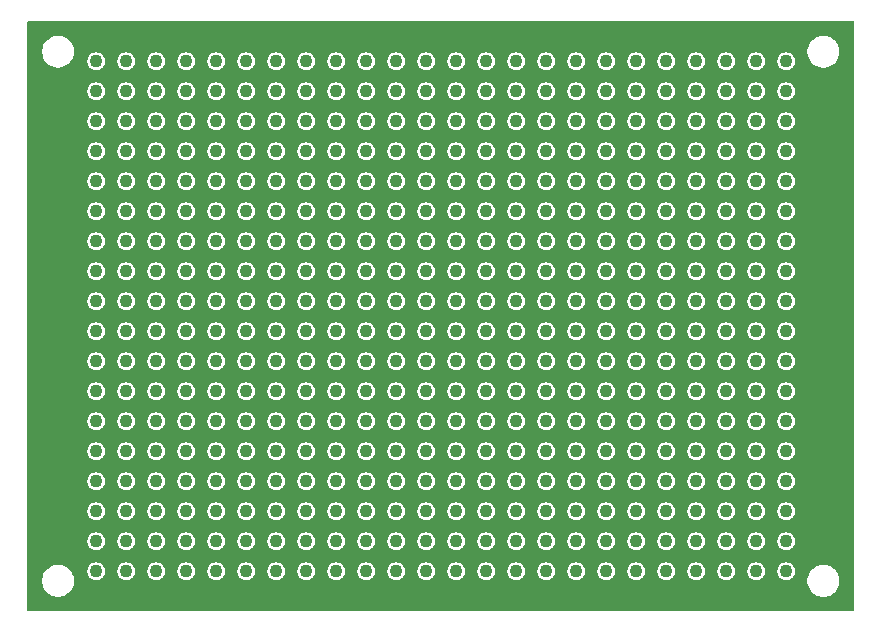
<source format=gbr>
G04 #@! TF.GenerationSoftware,KiCad,Pcbnew,9.0.1*
G04 #@! TF.CreationDate,2025-05-07T00:14:21-04:00*
G04 #@! TF.ProjectId,matrix-protoboard_18x24,6d617472-6978-42d7-9072-6f746f626f61,rev?*
G04 #@! TF.SameCoordinates,Original*
G04 #@! TF.FileFunction,Copper,L2,Bot*
G04 #@! TF.FilePolarity,Positive*
%FSLAX46Y46*%
G04 Gerber Fmt 4.6, Leading zero omitted, Abs format (unit mm)*
G04 Created by KiCad (PCBNEW 9.0.1) date 2025-05-07 00:14:21*
%MOMM*%
%LPD*%
G01*
G04 APERTURE LIST*
G04 #@! TA.AperFunction,ComponentPad*
%ADD10C,1.100000*%
G04 #@! TD*
G04 APERTURE END LIST*
D10*
X126900000Y-147800000D03*
X114200000Y-163040000D03*
X139600000Y-132560000D03*
X131980000Y-155420000D03*
X131980000Y-137640000D03*
X142140000Y-137640000D03*
X121820000Y-137640000D03*
X96420000Y-163040000D03*
X101500000Y-155420000D03*
X116740000Y-170660000D03*
X139600000Y-160500000D03*
X111660000Y-147800000D03*
X96420000Y-160500000D03*
X121820000Y-160500000D03*
X134520000Y-150340000D03*
X124360000Y-150340000D03*
X104040000Y-165580000D03*
X116740000Y-157960000D03*
X114200000Y-147800000D03*
X109120000Y-150340000D03*
X106580000Y-145260000D03*
X126900000Y-132560000D03*
X96420000Y-135100000D03*
X93880000Y-168120000D03*
X142140000Y-142720000D03*
X126900000Y-165580000D03*
X119280000Y-140180000D03*
X91340000Y-155420000D03*
X104040000Y-145260000D03*
X114200000Y-137640000D03*
X114200000Y-165580000D03*
X139600000Y-152880000D03*
X104040000Y-175740000D03*
X114200000Y-168120000D03*
X86260000Y-163040000D03*
X114200000Y-135100000D03*
X119280000Y-147800000D03*
X98960000Y-157960000D03*
X101500000Y-140180000D03*
X131980000Y-145260000D03*
X93880000Y-175740000D03*
X98960000Y-168120000D03*
X134520000Y-168120000D03*
X121820000Y-142720000D03*
X101500000Y-175740000D03*
X114200000Y-175740000D03*
X137060000Y-163040000D03*
X96420000Y-173200000D03*
X131980000Y-132560000D03*
X96420000Y-170660000D03*
X88800000Y-132560000D03*
X142140000Y-173200000D03*
X131980000Y-173200000D03*
X96420000Y-155420000D03*
X129440000Y-137640000D03*
X116740000Y-140180000D03*
X93880000Y-140180000D03*
X124360000Y-142720000D03*
X116740000Y-168120000D03*
X104040000Y-160500000D03*
X126900000Y-137640000D03*
X129440000Y-142720000D03*
X83720000Y-170660000D03*
X139600000Y-165580000D03*
X106580000Y-142720000D03*
X106580000Y-155420000D03*
X101500000Y-150340000D03*
X137060000Y-140180000D03*
X129440000Y-175740000D03*
X131980000Y-168120000D03*
X98960000Y-132560000D03*
X131980000Y-142720000D03*
X116740000Y-165580000D03*
X109120000Y-160500000D03*
X93880000Y-155420000D03*
X91340000Y-142720000D03*
X124360000Y-165580000D03*
X93880000Y-165580000D03*
X142140000Y-145260000D03*
X111660000Y-135100000D03*
X83720000Y-150340000D03*
X142140000Y-175740000D03*
X98960000Y-163040000D03*
X131980000Y-135100000D03*
X114200000Y-152880000D03*
X86260000Y-155420000D03*
X121820000Y-173200000D03*
X106580000Y-135100000D03*
X86260000Y-137640000D03*
X111660000Y-132560000D03*
X91340000Y-145260000D03*
X142140000Y-132560000D03*
X116740000Y-132560000D03*
X134520000Y-170660000D03*
X86260000Y-152880000D03*
X131980000Y-152880000D03*
X109120000Y-152880000D03*
X91340000Y-140180000D03*
X111660000Y-173200000D03*
X129440000Y-168120000D03*
X142140000Y-163040000D03*
X134520000Y-152880000D03*
X109120000Y-140180000D03*
X91340000Y-170660000D03*
X96420000Y-147800000D03*
X131980000Y-140180000D03*
X116740000Y-163040000D03*
X119280000Y-132560000D03*
X114200000Y-140180000D03*
X121820000Y-132560000D03*
X137060000Y-157960000D03*
X86260000Y-175740000D03*
X86260000Y-142720000D03*
X101500000Y-170660000D03*
X116740000Y-142720000D03*
X119280000Y-168120000D03*
X106580000Y-152880000D03*
X91340000Y-175740000D03*
X88800000Y-142720000D03*
X98960000Y-170660000D03*
X121820000Y-152880000D03*
X142140000Y-150340000D03*
X106580000Y-163040000D03*
X111660000Y-168120000D03*
X88800000Y-170660000D03*
X114200000Y-142720000D03*
X88800000Y-137640000D03*
X98960000Y-155420000D03*
X121820000Y-140180000D03*
X86260000Y-140180000D03*
X126900000Y-140180000D03*
X139600000Y-150340000D03*
X111660000Y-142720000D03*
X88800000Y-140180000D03*
X109120000Y-145260000D03*
X134520000Y-135100000D03*
X121820000Y-147800000D03*
X124360000Y-152880000D03*
X101500000Y-142720000D03*
X116740000Y-147800000D03*
X134520000Y-173200000D03*
X83720000Y-160500000D03*
X116740000Y-135100000D03*
X139600000Y-155420000D03*
X101500000Y-165580000D03*
X129440000Y-145260000D03*
X86260000Y-150340000D03*
X142140000Y-170660000D03*
X129440000Y-140180000D03*
X86260000Y-168120000D03*
X121820000Y-155420000D03*
X106580000Y-150340000D03*
X119280000Y-160500000D03*
X98960000Y-165580000D03*
X114200000Y-150340000D03*
X126900000Y-157960000D03*
X101500000Y-132560000D03*
X111660000Y-152880000D03*
X139600000Y-147800000D03*
X124360000Y-157960000D03*
X111660000Y-137640000D03*
X111660000Y-160500000D03*
X129440000Y-155420000D03*
X91340000Y-173200000D03*
X93880000Y-137640000D03*
X83720000Y-165580000D03*
X124360000Y-147800000D03*
X129440000Y-165580000D03*
X109120000Y-175740000D03*
X98960000Y-140180000D03*
X83720000Y-163040000D03*
X114200000Y-145260000D03*
X86260000Y-165580000D03*
X91340000Y-165580000D03*
X98960000Y-160500000D03*
X106580000Y-147800000D03*
X119280000Y-135100000D03*
X101500000Y-145260000D03*
X109120000Y-168120000D03*
X119280000Y-150340000D03*
X91340000Y-147800000D03*
X88800000Y-165580000D03*
X137060000Y-150340000D03*
X121820000Y-135100000D03*
X88800000Y-152880000D03*
X83720000Y-152880000D03*
X119280000Y-142720000D03*
X114200000Y-173200000D03*
X96420000Y-168120000D03*
X134520000Y-145260000D03*
X131980000Y-163040000D03*
X134520000Y-163040000D03*
X91340000Y-163040000D03*
X142140000Y-168120000D03*
X126900000Y-168120000D03*
X111660000Y-163040000D03*
X114200000Y-157960000D03*
X83720000Y-168120000D03*
X98960000Y-142720000D03*
X104040000Y-137640000D03*
X104040000Y-140180000D03*
X83720000Y-147800000D03*
X88800000Y-163040000D03*
X126900000Y-142720000D03*
X134520000Y-155420000D03*
X129440000Y-163040000D03*
X137060000Y-145260000D03*
X83720000Y-135100000D03*
X93880000Y-132560000D03*
X109120000Y-155420000D03*
X121820000Y-163040000D03*
X139600000Y-157960000D03*
X91340000Y-150340000D03*
X91340000Y-160500000D03*
X83720000Y-145260000D03*
X121820000Y-150340000D03*
X116740000Y-137640000D03*
X126900000Y-175740000D03*
X101500000Y-157960000D03*
X106580000Y-140180000D03*
X91340000Y-135100000D03*
X134520000Y-142720000D03*
X83720000Y-173200000D03*
X126900000Y-155420000D03*
X109120000Y-157960000D03*
X129440000Y-132560000D03*
X93880000Y-160500000D03*
X104040000Y-135100000D03*
X137060000Y-142720000D03*
X139600000Y-163040000D03*
X91340000Y-132560000D03*
X104040000Y-155420000D03*
X101500000Y-173200000D03*
X137060000Y-170660000D03*
X88800000Y-135100000D03*
X124360000Y-132560000D03*
X126900000Y-163040000D03*
X121820000Y-165580000D03*
X86260000Y-173200000D03*
X93880000Y-157960000D03*
X104040000Y-163040000D03*
X96420000Y-175740000D03*
X86260000Y-157960000D03*
X137060000Y-155420000D03*
X131980000Y-147800000D03*
X88800000Y-147800000D03*
X114200000Y-170660000D03*
X119280000Y-173200000D03*
X124360000Y-135100000D03*
X129440000Y-150340000D03*
X137060000Y-165580000D03*
X119280000Y-163040000D03*
X83720000Y-137640000D03*
X137060000Y-135100000D03*
X109120000Y-142720000D03*
X139600000Y-170660000D03*
X142140000Y-152880000D03*
X111660000Y-145260000D03*
X86260000Y-147800000D03*
X109120000Y-165580000D03*
X142140000Y-157960000D03*
X109120000Y-137640000D03*
X111660000Y-155420000D03*
X116740000Y-155420000D03*
X93880000Y-135100000D03*
X124360000Y-175740000D03*
X124360000Y-160500000D03*
X96420000Y-157960000D03*
X86260000Y-145260000D03*
X124360000Y-173200000D03*
X121820000Y-168120000D03*
X116740000Y-145260000D03*
X111660000Y-170660000D03*
X93880000Y-145260000D03*
X139600000Y-135100000D03*
X93880000Y-173200000D03*
X131980000Y-170660000D03*
X131980000Y-165580000D03*
X134520000Y-147800000D03*
X142140000Y-140180000D03*
X91340000Y-157960000D03*
X88800000Y-145260000D03*
X129440000Y-147800000D03*
X98960000Y-175740000D03*
X101500000Y-168120000D03*
X93880000Y-163040000D03*
X98960000Y-150340000D03*
X104040000Y-132560000D03*
X106580000Y-165580000D03*
X139600000Y-140180000D03*
X106580000Y-157960000D03*
X137060000Y-175740000D03*
X106580000Y-160500000D03*
X106580000Y-173200000D03*
X104040000Y-157960000D03*
X93880000Y-152880000D03*
X83720000Y-155420000D03*
X88800000Y-157960000D03*
X83720000Y-157960000D03*
X124360000Y-140180000D03*
X109120000Y-135100000D03*
X121820000Y-157960000D03*
X119280000Y-175740000D03*
X86260000Y-135100000D03*
X96420000Y-140180000D03*
X126900000Y-150340000D03*
X109120000Y-132560000D03*
X96420000Y-132560000D03*
X134520000Y-157960000D03*
X134520000Y-165580000D03*
X139600000Y-137640000D03*
X98960000Y-137640000D03*
X119280000Y-157960000D03*
X134520000Y-140180000D03*
X142140000Y-135100000D03*
X96420000Y-145260000D03*
X126900000Y-173200000D03*
X104040000Y-152880000D03*
X104040000Y-147800000D03*
X131980000Y-150340000D03*
X137060000Y-173200000D03*
X139600000Y-142720000D03*
X119280000Y-152880000D03*
X124360000Y-168120000D03*
X124360000Y-137640000D03*
X104040000Y-150340000D03*
X83720000Y-142720000D03*
X129440000Y-173200000D03*
X88800000Y-173200000D03*
X106580000Y-137640000D03*
X98960000Y-145260000D03*
X137060000Y-152880000D03*
X119280000Y-155420000D03*
X104040000Y-173200000D03*
X139600000Y-175740000D03*
X106580000Y-132560000D03*
X139600000Y-145260000D03*
X101500000Y-135100000D03*
X126900000Y-170660000D03*
X101500000Y-160500000D03*
X137060000Y-132560000D03*
X88800000Y-168120000D03*
X116740000Y-152880000D03*
X124360000Y-155420000D03*
X119280000Y-137640000D03*
X134520000Y-137640000D03*
X131980000Y-160500000D03*
X114200000Y-155420000D03*
X121820000Y-145260000D03*
X124360000Y-163040000D03*
X124360000Y-170660000D03*
X137060000Y-168120000D03*
X114200000Y-160500000D03*
X142140000Y-160500000D03*
X88800000Y-160500000D03*
X88800000Y-175740000D03*
X142140000Y-165580000D03*
X98960000Y-173200000D03*
X86260000Y-170660000D03*
X106580000Y-170660000D03*
X93880000Y-142720000D03*
X126900000Y-145260000D03*
X96420000Y-137640000D03*
X83720000Y-132560000D03*
X111660000Y-150340000D03*
X93880000Y-170660000D03*
X109120000Y-173200000D03*
X129440000Y-170660000D03*
X109120000Y-147800000D03*
X121820000Y-175740000D03*
X137060000Y-137640000D03*
X121820000Y-170660000D03*
X104040000Y-142720000D03*
X109120000Y-163040000D03*
X142140000Y-147800000D03*
X129440000Y-135100000D03*
X126900000Y-152880000D03*
X116740000Y-175740000D03*
X116740000Y-150340000D03*
X101500000Y-152880000D03*
X119280000Y-170660000D03*
X93880000Y-147800000D03*
X116740000Y-160500000D03*
X142140000Y-155420000D03*
X111660000Y-165580000D03*
X88800000Y-155420000D03*
X129440000Y-157960000D03*
X134520000Y-160500000D03*
X131980000Y-175740000D03*
X91340000Y-152880000D03*
X96420000Y-165580000D03*
X134520000Y-132560000D03*
X139600000Y-173200000D03*
X104040000Y-170660000D03*
X124360000Y-145260000D03*
X119280000Y-165580000D03*
X96420000Y-152880000D03*
X106580000Y-175740000D03*
X119280000Y-145260000D03*
X91340000Y-137640000D03*
X111660000Y-140180000D03*
X88800000Y-150340000D03*
X129440000Y-160500000D03*
X137060000Y-147800000D03*
X106580000Y-168120000D03*
X134520000Y-175740000D03*
X93880000Y-150340000D03*
X129440000Y-152880000D03*
X101500000Y-137640000D03*
X101500000Y-147800000D03*
X104040000Y-168120000D03*
X126900000Y-135100000D03*
X98960000Y-152880000D03*
X139600000Y-168120000D03*
X111660000Y-175740000D03*
X111660000Y-157960000D03*
X83720000Y-140180000D03*
X98960000Y-147800000D03*
X126900000Y-160500000D03*
X86260000Y-132560000D03*
X98960000Y-135100000D03*
X101500000Y-163040000D03*
X96420000Y-150340000D03*
X83720000Y-175740000D03*
X114200000Y-132560000D03*
X131980000Y-157960000D03*
X96420000Y-142720000D03*
X116740000Y-173200000D03*
X109120000Y-170660000D03*
X86260000Y-160500000D03*
X91340000Y-168120000D03*
X137060000Y-160500000D03*
G04 #@! TA.AperFunction,NonConductor*
G36*
X147877826Y-129172174D02*
G01*
X147899500Y-129224500D01*
X147899500Y-179066000D01*
X147877826Y-179118326D01*
X147825500Y-179140000D01*
X77984000Y-179140000D01*
X77931674Y-179118326D01*
X77910000Y-179066000D01*
X77910000Y-176443711D01*
X79149500Y-176443711D01*
X79149500Y-176656288D01*
X79182753Y-176866240D01*
X79182756Y-176866253D01*
X79248440Y-177068406D01*
X79344948Y-177257816D01*
X79421475Y-177363146D01*
X79469896Y-177429792D01*
X79620208Y-177580104D01*
X79715656Y-177649451D01*
X79792183Y-177705051D01*
X79883474Y-177751565D01*
X79981588Y-177801557D01*
X79981590Y-177801557D01*
X79981593Y-177801559D01*
X80183746Y-177867243D01*
X80183752Y-177867244D01*
X80183757Y-177867246D01*
X80288735Y-177883873D01*
X80393711Y-177900500D01*
X80393713Y-177900500D01*
X80606289Y-177900500D01*
X80690269Y-177887198D01*
X80816243Y-177867246D01*
X80816250Y-177867243D01*
X80816253Y-177867243D01*
X81018406Y-177801559D01*
X81018406Y-177801558D01*
X81018412Y-177801557D01*
X81207816Y-177705051D01*
X81379792Y-177580104D01*
X81530104Y-177429792D01*
X81655051Y-177257816D01*
X81751557Y-177068412D01*
X81817246Y-176866243D01*
X81850500Y-176656287D01*
X81850500Y-176443713D01*
X81817246Y-176233757D01*
X81817244Y-176233752D01*
X81817243Y-176233746D01*
X81751559Y-176031593D01*
X81751557Y-176031590D01*
X81751557Y-176031588D01*
X81701565Y-175933474D01*
X81655051Y-175842183D01*
X81556067Y-175705943D01*
X81530107Y-175670212D01*
X81530106Y-175670211D01*
X81530104Y-175670208D01*
X81525978Y-175666082D01*
X82969500Y-175666082D01*
X82969500Y-175813918D01*
X82975123Y-175842184D01*
X82998340Y-175958907D01*
X82998343Y-175958917D01*
X83054915Y-176095494D01*
X83054916Y-176095495D01*
X83137049Y-176218416D01*
X83241584Y-176322951D01*
X83364505Y-176405084D01*
X83501087Y-176461658D01*
X83646082Y-176490500D01*
X83646084Y-176490500D01*
X83793916Y-176490500D01*
X83793918Y-176490500D01*
X83938913Y-176461658D01*
X84075495Y-176405084D01*
X84198416Y-176322951D01*
X84302951Y-176218416D01*
X84385084Y-176095495D01*
X84441658Y-175958913D01*
X84470500Y-175813918D01*
X84470500Y-175666082D01*
X85509500Y-175666082D01*
X85509500Y-175813918D01*
X85515123Y-175842184D01*
X85538340Y-175958907D01*
X85538343Y-175958917D01*
X85594915Y-176095494D01*
X85594916Y-176095495D01*
X85677049Y-176218416D01*
X85781584Y-176322951D01*
X85904505Y-176405084D01*
X86041087Y-176461658D01*
X86186082Y-176490500D01*
X86186084Y-176490500D01*
X86333916Y-176490500D01*
X86333918Y-176490500D01*
X86478913Y-176461658D01*
X86615495Y-176405084D01*
X86738416Y-176322951D01*
X86842951Y-176218416D01*
X86925084Y-176095495D01*
X86981658Y-175958913D01*
X87010500Y-175813918D01*
X87010500Y-175666082D01*
X88049500Y-175666082D01*
X88049500Y-175813918D01*
X88055123Y-175842184D01*
X88078340Y-175958907D01*
X88078343Y-175958917D01*
X88134915Y-176095494D01*
X88134916Y-176095495D01*
X88217049Y-176218416D01*
X88321584Y-176322951D01*
X88444505Y-176405084D01*
X88581087Y-176461658D01*
X88726082Y-176490500D01*
X88726084Y-176490500D01*
X88873916Y-176490500D01*
X88873918Y-176490500D01*
X89018913Y-176461658D01*
X89155495Y-176405084D01*
X89278416Y-176322951D01*
X89382951Y-176218416D01*
X89465084Y-176095495D01*
X89521658Y-175958913D01*
X89550500Y-175813918D01*
X89550500Y-175666082D01*
X90589500Y-175666082D01*
X90589500Y-175813918D01*
X90595123Y-175842184D01*
X90618340Y-175958907D01*
X90618343Y-175958917D01*
X90674915Y-176095494D01*
X90674916Y-176095495D01*
X90757049Y-176218416D01*
X90861584Y-176322951D01*
X90984505Y-176405084D01*
X91121087Y-176461658D01*
X91266082Y-176490500D01*
X91266084Y-176490500D01*
X91413916Y-176490500D01*
X91413918Y-176490500D01*
X91558913Y-176461658D01*
X91695495Y-176405084D01*
X91818416Y-176322951D01*
X91922951Y-176218416D01*
X92005084Y-176095495D01*
X92061658Y-175958913D01*
X92090500Y-175813918D01*
X92090500Y-175666082D01*
X93129500Y-175666082D01*
X93129500Y-175813918D01*
X93135123Y-175842184D01*
X93158340Y-175958907D01*
X93158343Y-175958917D01*
X93214915Y-176095494D01*
X93214916Y-176095495D01*
X93297049Y-176218416D01*
X93401584Y-176322951D01*
X93524505Y-176405084D01*
X93661087Y-176461658D01*
X93806082Y-176490500D01*
X93806084Y-176490500D01*
X93953916Y-176490500D01*
X93953918Y-176490500D01*
X94098913Y-176461658D01*
X94235495Y-176405084D01*
X94358416Y-176322951D01*
X94462951Y-176218416D01*
X94545084Y-176095495D01*
X94601658Y-175958913D01*
X94630500Y-175813918D01*
X94630500Y-175666082D01*
X95669500Y-175666082D01*
X95669500Y-175813918D01*
X95675123Y-175842184D01*
X95698340Y-175958907D01*
X95698343Y-175958917D01*
X95754915Y-176095494D01*
X95754916Y-176095495D01*
X95837049Y-176218416D01*
X95941584Y-176322951D01*
X96064505Y-176405084D01*
X96201087Y-176461658D01*
X96346082Y-176490500D01*
X96346084Y-176490500D01*
X96493916Y-176490500D01*
X96493918Y-176490500D01*
X96638913Y-176461658D01*
X96775495Y-176405084D01*
X96898416Y-176322951D01*
X97002951Y-176218416D01*
X97085084Y-176095495D01*
X97141658Y-175958913D01*
X97170500Y-175813918D01*
X97170500Y-175666082D01*
X98209500Y-175666082D01*
X98209500Y-175813918D01*
X98215123Y-175842184D01*
X98238340Y-175958907D01*
X98238343Y-175958917D01*
X98294915Y-176095494D01*
X98294916Y-176095495D01*
X98377049Y-176218416D01*
X98481584Y-176322951D01*
X98604505Y-176405084D01*
X98741087Y-176461658D01*
X98886082Y-176490500D01*
X98886084Y-176490500D01*
X99033916Y-176490500D01*
X99033918Y-176490500D01*
X99178913Y-176461658D01*
X99315495Y-176405084D01*
X99438416Y-176322951D01*
X99542951Y-176218416D01*
X99625084Y-176095495D01*
X99681658Y-175958913D01*
X99710500Y-175813918D01*
X99710500Y-175666082D01*
X100749500Y-175666082D01*
X100749500Y-175813918D01*
X100755123Y-175842184D01*
X100778340Y-175958907D01*
X100778343Y-175958917D01*
X100834915Y-176095494D01*
X100834916Y-176095495D01*
X100917049Y-176218416D01*
X101021584Y-176322951D01*
X101144505Y-176405084D01*
X101281087Y-176461658D01*
X101426082Y-176490500D01*
X101426084Y-176490500D01*
X101573916Y-176490500D01*
X101573918Y-176490500D01*
X101718913Y-176461658D01*
X101855495Y-176405084D01*
X101978416Y-176322951D01*
X102082951Y-176218416D01*
X102165084Y-176095495D01*
X102221658Y-175958913D01*
X102250500Y-175813918D01*
X102250500Y-175666082D01*
X103289500Y-175666082D01*
X103289500Y-175813918D01*
X103295123Y-175842184D01*
X103318340Y-175958907D01*
X103318343Y-175958917D01*
X103374915Y-176095494D01*
X103374916Y-176095495D01*
X103457049Y-176218416D01*
X103561584Y-176322951D01*
X103684505Y-176405084D01*
X103821087Y-176461658D01*
X103966082Y-176490500D01*
X103966084Y-176490500D01*
X104113916Y-176490500D01*
X104113918Y-176490500D01*
X104258913Y-176461658D01*
X104395495Y-176405084D01*
X104518416Y-176322951D01*
X104622951Y-176218416D01*
X104705084Y-176095495D01*
X104761658Y-175958913D01*
X104790500Y-175813918D01*
X104790500Y-175666082D01*
X105829500Y-175666082D01*
X105829500Y-175813918D01*
X105835123Y-175842184D01*
X105858340Y-175958907D01*
X105858343Y-175958917D01*
X105914915Y-176095494D01*
X105914916Y-176095495D01*
X105997049Y-176218416D01*
X106101584Y-176322951D01*
X106224505Y-176405084D01*
X106361087Y-176461658D01*
X106506082Y-176490500D01*
X106506084Y-176490500D01*
X106653916Y-176490500D01*
X106653918Y-176490500D01*
X106798913Y-176461658D01*
X106935495Y-176405084D01*
X107058416Y-176322951D01*
X107162951Y-176218416D01*
X107245084Y-176095495D01*
X107301658Y-175958913D01*
X107330500Y-175813918D01*
X107330500Y-175666082D01*
X108369500Y-175666082D01*
X108369500Y-175813918D01*
X108375123Y-175842184D01*
X108398340Y-175958907D01*
X108398343Y-175958917D01*
X108454915Y-176095494D01*
X108454916Y-176095495D01*
X108537049Y-176218416D01*
X108641584Y-176322951D01*
X108764505Y-176405084D01*
X108901087Y-176461658D01*
X109046082Y-176490500D01*
X109046084Y-176490500D01*
X109193916Y-176490500D01*
X109193918Y-176490500D01*
X109338913Y-176461658D01*
X109475495Y-176405084D01*
X109598416Y-176322951D01*
X109702951Y-176218416D01*
X109785084Y-176095495D01*
X109841658Y-175958913D01*
X109870500Y-175813918D01*
X109870500Y-175666082D01*
X110909500Y-175666082D01*
X110909500Y-175813918D01*
X110915123Y-175842184D01*
X110938340Y-175958907D01*
X110938343Y-175958917D01*
X110994915Y-176095494D01*
X110994916Y-176095495D01*
X111077049Y-176218416D01*
X111181584Y-176322951D01*
X111304505Y-176405084D01*
X111441087Y-176461658D01*
X111586082Y-176490500D01*
X111586084Y-176490500D01*
X111733916Y-176490500D01*
X111733918Y-176490500D01*
X111878913Y-176461658D01*
X112015495Y-176405084D01*
X112138416Y-176322951D01*
X112242951Y-176218416D01*
X112325084Y-176095495D01*
X112381658Y-175958913D01*
X112410500Y-175813918D01*
X112410500Y-175666082D01*
X113449500Y-175666082D01*
X113449500Y-175813918D01*
X113455123Y-175842184D01*
X113478340Y-175958907D01*
X113478343Y-175958917D01*
X113534915Y-176095494D01*
X113534916Y-176095495D01*
X113617049Y-176218416D01*
X113721584Y-176322951D01*
X113844505Y-176405084D01*
X113981087Y-176461658D01*
X114126082Y-176490500D01*
X114126084Y-176490500D01*
X114273916Y-176490500D01*
X114273918Y-176490500D01*
X114418913Y-176461658D01*
X114555495Y-176405084D01*
X114678416Y-176322951D01*
X114782951Y-176218416D01*
X114865084Y-176095495D01*
X114921658Y-175958913D01*
X114950500Y-175813918D01*
X114950500Y-175666082D01*
X115989500Y-175666082D01*
X115989500Y-175813918D01*
X115995123Y-175842184D01*
X116018340Y-175958907D01*
X116018343Y-175958917D01*
X116074915Y-176095494D01*
X116074916Y-176095495D01*
X116157049Y-176218416D01*
X116261584Y-176322951D01*
X116384505Y-176405084D01*
X116521087Y-176461658D01*
X116666082Y-176490500D01*
X116666084Y-176490500D01*
X116813916Y-176490500D01*
X116813918Y-176490500D01*
X116958913Y-176461658D01*
X117095495Y-176405084D01*
X117218416Y-176322951D01*
X117322951Y-176218416D01*
X117405084Y-176095495D01*
X117461658Y-175958913D01*
X117490500Y-175813918D01*
X117490500Y-175666082D01*
X118529500Y-175666082D01*
X118529500Y-175813918D01*
X118535123Y-175842184D01*
X118558340Y-175958907D01*
X118558343Y-175958917D01*
X118614915Y-176095494D01*
X118614916Y-176095495D01*
X118697049Y-176218416D01*
X118801584Y-176322951D01*
X118924505Y-176405084D01*
X119061087Y-176461658D01*
X119206082Y-176490500D01*
X119206084Y-176490500D01*
X119353916Y-176490500D01*
X119353918Y-176490500D01*
X119498913Y-176461658D01*
X119635495Y-176405084D01*
X119758416Y-176322951D01*
X119862951Y-176218416D01*
X119945084Y-176095495D01*
X120001658Y-175958913D01*
X120030500Y-175813918D01*
X120030500Y-175666082D01*
X121069500Y-175666082D01*
X121069500Y-175813918D01*
X121075123Y-175842184D01*
X121098340Y-175958907D01*
X121098343Y-175958917D01*
X121154915Y-176095494D01*
X121154916Y-176095495D01*
X121237049Y-176218416D01*
X121341584Y-176322951D01*
X121464505Y-176405084D01*
X121601087Y-176461658D01*
X121746082Y-176490500D01*
X121746084Y-176490500D01*
X121893916Y-176490500D01*
X121893918Y-176490500D01*
X122038913Y-176461658D01*
X122175495Y-176405084D01*
X122298416Y-176322951D01*
X122402951Y-176218416D01*
X122485084Y-176095495D01*
X122541658Y-175958913D01*
X122570500Y-175813918D01*
X122570500Y-175666082D01*
X123609500Y-175666082D01*
X123609500Y-175813918D01*
X123615123Y-175842184D01*
X123638340Y-175958907D01*
X123638343Y-175958917D01*
X123694915Y-176095494D01*
X123694916Y-176095495D01*
X123777049Y-176218416D01*
X123881584Y-176322951D01*
X124004505Y-176405084D01*
X124141087Y-176461658D01*
X124286082Y-176490500D01*
X124286084Y-176490500D01*
X124433916Y-176490500D01*
X124433918Y-176490500D01*
X124578913Y-176461658D01*
X124715495Y-176405084D01*
X124838416Y-176322951D01*
X124942951Y-176218416D01*
X125025084Y-176095495D01*
X125081658Y-175958913D01*
X125110500Y-175813918D01*
X125110500Y-175666082D01*
X126149500Y-175666082D01*
X126149500Y-175813918D01*
X126155123Y-175842184D01*
X126178340Y-175958907D01*
X126178343Y-175958917D01*
X126234915Y-176095494D01*
X126234916Y-176095495D01*
X126317049Y-176218416D01*
X126421584Y-176322951D01*
X126544505Y-176405084D01*
X126681087Y-176461658D01*
X126826082Y-176490500D01*
X126826084Y-176490500D01*
X126973916Y-176490500D01*
X126973918Y-176490500D01*
X127118913Y-176461658D01*
X127255495Y-176405084D01*
X127378416Y-176322951D01*
X127482951Y-176218416D01*
X127565084Y-176095495D01*
X127621658Y-175958913D01*
X127650500Y-175813918D01*
X127650500Y-175666082D01*
X128689500Y-175666082D01*
X128689500Y-175813918D01*
X128695123Y-175842184D01*
X128718340Y-175958907D01*
X128718343Y-175958917D01*
X128774915Y-176095494D01*
X128774916Y-176095495D01*
X128857049Y-176218416D01*
X128961584Y-176322951D01*
X129084505Y-176405084D01*
X129221087Y-176461658D01*
X129366082Y-176490500D01*
X129366084Y-176490500D01*
X129513916Y-176490500D01*
X129513918Y-176490500D01*
X129658913Y-176461658D01*
X129795495Y-176405084D01*
X129918416Y-176322951D01*
X130022951Y-176218416D01*
X130105084Y-176095495D01*
X130161658Y-175958913D01*
X130190500Y-175813918D01*
X130190500Y-175666082D01*
X131229500Y-175666082D01*
X131229500Y-175813918D01*
X131235123Y-175842184D01*
X131258340Y-175958907D01*
X131258343Y-175958917D01*
X131314915Y-176095494D01*
X131314916Y-176095495D01*
X131397049Y-176218416D01*
X131501584Y-176322951D01*
X131624505Y-176405084D01*
X131761087Y-176461658D01*
X131906082Y-176490500D01*
X131906084Y-176490500D01*
X132053916Y-176490500D01*
X132053918Y-176490500D01*
X132198913Y-176461658D01*
X132335495Y-176405084D01*
X132458416Y-176322951D01*
X132562951Y-176218416D01*
X132645084Y-176095495D01*
X132701658Y-175958913D01*
X132730500Y-175813918D01*
X132730500Y-175666082D01*
X133769500Y-175666082D01*
X133769500Y-175813918D01*
X133775123Y-175842184D01*
X133798340Y-175958907D01*
X133798343Y-175958917D01*
X133854915Y-176095494D01*
X133854916Y-176095495D01*
X133937049Y-176218416D01*
X134041584Y-176322951D01*
X134164505Y-176405084D01*
X134301087Y-176461658D01*
X134446082Y-176490500D01*
X134446084Y-176490500D01*
X134593916Y-176490500D01*
X134593918Y-176490500D01*
X134738913Y-176461658D01*
X134875495Y-176405084D01*
X134998416Y-176322951D01*
X135102951Y-176218416D01*
X135185084Y-176095495D01*
X135241658Y-175958913D01*
X135270500Y-175813918D01*
X135270500Y-175666082D01*
X136309500Y-175666082D01*
X136309500Y-175813918D01*
X136315123Y-175842184D01*
X136338340Y-175958907D01*
X136338343Y-175958917D01*
X136394915Y-176095494D01*
X136394916Y-176095495D01*
X136477049Y-176218416D01*
X136581584Y-176322951D01*
X136704505Y-176405084D01*
X136841087Y-176461658D01*
X136986082Y-176490500D01*
X136986084Y-176490500D01*
X137133916Y-176490500D01*
X137133918Y-176490500D01*
X137278913Y-176461658D01*
X137415495Y-176405084D01*
X137538416Y-176322951D01*
X137642951Y-176218416D01*
X137725084Y-176095495D01*
X137781658Y-175958913D01*
X137810500Y-175813918D01*
X137810500Y-175666082D01*
X138849500Y-175666082D01*
X138849500Y-175813918D01*
X138855123Y-175842184D01*
X138878340Y-175958907D01*
X138878343Y-175958917D01*
X138934915Y-176095494D01*
X138934916Y-176095495D01*
X139017049Y-176218416D01*
X139121584Y-176322951D01*
X139244505Y-176405084D01*
X139381087Y-176461658D01*
X139526082Y-176490500D01*
X139526084Y-176490500D01*
X139673916Y-176490500D01*
X139673918Y-176490500D01*
X139818913Y-176461658D01*
X139955495Y-176405084D01*
X140078416Y-176322951D01*
X140182951Y-176218416D01*
X140265084Y-176095495D01*
X140321658Y-175958913D01*
X140350500Y-175813918D01*
X140350500Y-175666082D01*
X141389500Y-175666082D01*
X141389500Y-175813918D01*
X141395123Y-175842184D01*
X141418340Y-175958907D01*
X141418343Y-175958917D01*
X141474915Y-176095494D01*
X141474916Y-176095495D01*
X141557049Y-176218416D01*
X141661584Y-176322951D01*
X141784505Y-176405084D01*
X141921087Y-176461658D01*
X142066082Y-176490500D01*
X142066084Y-176490500D01*
X142213916Y-176490500D01*
X142213918Y-176490500D01*
X142358913Y-176461658D01*
X142402241Y-176443711D01*
X143949500Y-176443711D01*
X143949500Y-176656288D01*
X143982753Y-176866240D01*
X143982756Y-176866253D01*
X144048440Y-177068406D01*
X144144948Y-177257816D01*
X144221475Y-177363146D01*
X144269896Y-177429792D01*
X144420208Y-177580104D01*
X144515656Y-177649451D01*
X144592183Y-177705051D01*
X144683474Y-177751565D01*
X144781588Y-177801557D01*
X144781590Y-177801557D01*
X144781593Y-177801559D01*
X144983746Y-177867243D01*
X144983752Y-177867244D01*
X144983757Y-177867246D01*
X145088735Y-177883873D01*
X145193711Y-177900500D01*
X145193713Y-177900500D01*
X145406289Y-177900500D01*
X145490269Y-177887198D01*
X145616243Y-177867246D01*
X145616250Y-177867243D01*
X145616253Y-177867243D01*
X145818406Y-177801559D01*
X145818406Y-177801558D01*
X145818412Y-177801557D01*
X146007816Y-177705051D01*
X146179792Y-177580104D01*
X146330104Y-177429792D01*
X146455051Y-177257816D01*
X146551557Y-177068412D01*
X146617246Y-176866243D01*
X146650500Y-176656287D01*
X146650500Y-176443713D01*
X146617246Y-176233757D01*
X146617244Y-176233752D01*
X146617243Y-176233746D01*
X146551559Y-176031593D01*
X146551557Y-176031590D01*
X146551557Y-176031588D01*
X146501565Y-175933474D01*
X146455051Y-175842183D01*
X146399451Y-175765656D01*
X146330104Y-175670208D01*
X146179792Y-175519896D01*
X146113146Y-175471475D01*
X146007816Y-175394948D01*
X145818406Y-175298440D01*
X145616253Y-175232756D01*
X145616240Y-175232753D01*
X145406289Y-175199500D01*
X145406287Y-175199500D01*
X145193713Y-175199500D01*
X145193711Y-175199500D01*
X144983759Y-175232753D01*
X144983746Y-175232756D01*
X144781593Y-175298440D01*
X144592183Y-175394948D01*
X144420212Y-175519893D01*
X144420208Y-175519896D01*
X144269896Y-175670208D01*
X144269893Y-175670211D01*
X144269893Y-175670212D01*
X144144948Y-175842183D01*
X144048440Y-176031593D01*
X143982756Y-176233746D01*
X143982753Y-176233759D01*
X143949500Y-176443711D01*
X142402241Y-176443711D01*
X142495495Y-176405084D01*
X142618416Y-176322951D01*
X142722951Y-176218416D01*
X142805084Y-176095495D01*
X142861658Y-175958913D01*
X142890500Y-175813918D01*
X142890500Y-175666082D01*
X142861658Y-175521087D01*
X142861163Y-175519893D01*
X142805084Y-175384505D01*
X142722951Y-175261584D01*
X142618415Y-175157048D01*
X142495494Y-175074915D01*
X142358917Y-175018343D01*
X142358907Y-175018340D01*
X142261811Y-174999026D01*
X142213918Y-174989500D01*
X142066082Y-174989500D01*
X142024977Y-174997676D01*
X141921092Y-175018340D01*
X141921082Y-175018343D01*
X141784505Y-175074915D01*
X141661584Y-175157048D01*
X141661583Y-175157050D01*
X141557050Y-175261583D01*
X141557048Y-175261584D01*
X141474915Y-175384505D01*
X141418343Y-175521082D01*
X141418340Y-175521092D01*
X141394263Y-175642135D01*
X141389500Y-175666082D01*
X140350500Y-175666082D01*
X140321658Y-175521087D01*
X140321163Y-175519893D01*
X140265084Y-175384505D01*
X140182951Y-175261584D01*
X140078415Y-175157048D01*
X139955494Y-175074915D01*
X139818917Y-175018343D01*
X139818907Y-175018340D01*
X139721811Y-174999026D01*
X139673918Y-174989500D01*
X139526082Y-174989500D01*
X139484977Y-174997676D01*
X139381092Y-175018340D01*
X139381082Y-175018343D01*
X139244505Y-175074915D01*
X139121584Y-175157048D01*
X139121583Y-175157050D01*
X139017050Y-175261583D01*
X139017048Y-175261584D01*
X138934915Y-175384505D01*
X138878343Y-175521082D01*
X138878340Y-175521092D01*
X138854263Y-175642135D01*
X138849500Y-175666082D01*
X137810500Y-175666082D01*
X137781658Y-175521087D01*
X137781163Y-175519893D01*
X137725084Y-175384505D01*
X137642951Y-175261584D01*
X137538415Y-175157048D01*
X137415494Y-175074915D01*
X137278917Y-175018343D01*
X137278907Y-175018340D01*
X137181811Y-174999026D01*
X137133918Y-174989500D01*
X136986082Y-174989500D01*
X136944977Y-174997676D01*
X136841092Y-175018340D01*
X136841082Y-175018343D01*
X136704505Y-175074915D01*
X136581584Y-175157048D01*
X136581583Y-175157050D01*
X136477050Y-175261583D01*
X136477048Y-175261584D01*
X136394915Y-175384505D01*
X136338343Y-175521082D01*
X136338340Y-175521092D01*
X136314263Y-175642135D01*
X136309500Y-175666082D01*
X135270500Y-175666082D01*
X135241658Y-175521087D01*
X135241163Y-175519893D01*
X135185084Y-175384505D01*
X135102951Y-175261584D01*
X134998415Y-175157048D01*
X134875494Y-175074915D01*
X134738917Y-175018343D01*
X134738907Y-175018340D01*
X134641811Y-174999026D01*
X134593918Y-174989500D01*
X134446082Y-174989500D01*
X134404977Y-174997676D01*
X134301092Y-175018340D01*
X134301082Y-175018343D01*
X134164505Y-175074915D01*
X134041584Y-175157048D01*
X134041583Y-175157050D01*
X133937050Y-175261583D01*
X133937048Y-175261584D01*
X133854915Y-175384505D01*
X133798343Y-175521082D01*
X133798340Y-175521092D01*
X133774263Y-175642135D01*
X133769500Y-175666082D01*
X132730500Y-175666082D01*
X132701658Y-175521087D01*
X132701163Y-175519893D01*
X132645084Y-175384505D01*
X132562951Y-175261584D01*
X132458415Y-175157048D01*
X132335494Y-175074915D01*
X132198917Y-175018343D01*
X132198907Y-175018340D01*
X132101811Y-174999026D01*
X132053918Y-174989500D01*
X131906082Y-174989500D01*
X131864977Y-174997676D01*
X131761092Y-175018340D01*
X131761082Y-175018343D01*
X131624505Y-175074915D01*
X131501584Y-175157048D01*
X131501583Y-175157050D01*
X131397050Y-175261583D01*
X131397048Y-175261584D01*
X131314915Y-175384505D01*
X131258343Y-175521082D01*
X131258340Y-175521092D01*
X131234263Y-175642135D01*
X131229500Y-175666082D01*
X130190500Y-175666082D01*
X130161658Y-175521087D01*
X130161163Y-175519893D01*
X130105084Y-175384505D01*
X130022951Y-175261584D01*
X129918415Y-175157048D01*
X129795494Y-175074915D01*
X129658917Y-175018343D01*
X129658907Y-175018340D01*
X129561811Y-174999026D01*
X129513918Y-174989500D01*
X129366082Y-174989500D01*
X129324977Y-174997676D01*
X129221092Y-175018340D01*
X129221082Y-175018343D01*
X129084505Y-175074915D01*
X128961584Y-175157048D01*
X128961583Y-175157050D01*
X128857050Y-175261583D01*
X128857048Y-175261584D01*
X128774915Y-175384505D01*
X128718343Y-175521082D01*
X128718340Y-175521092D01*
X128694263Y-175642135D01*
X128689500Y-175666082D01*
X127650500Y-175666082D01*
X127621658Y-175521087D01*
X127621163Y-175519893D01*
X127565084Y-175384505D01*
X127482951Y-175261584D01*
X127378415Y-175157048D01*
X127255494Y-175074915D01*
X127118917Y-175018343D01*
X127118907Y-175018340D01*
X127021811Y-174999026D01*
X126973918Y-174989500D01*
X126826082Y-174989500D01*
X126784977Y-174997676D01*
X126681092Y-175018340D01*
X126681082Y-175018343D01*
X126544505Y-175074915D01*
X126421584Y-175157048D01*
X126421583Y-175157050D01*
X126317050Y-175261583D01*
X126317048Y-175261584D01*
X126234915Y-175384505D01*
X126178343Y-175521082D01*
X126178340Y-175521092D01*
X126154263Y-175642135D01*
X126149500Y-175666082D01*
X125110500Y-175666082D01*
X125081658Y-175521087D01*
X125081163Y-175519893D01*
X125025084Y-175384505D01*
X124942951Y-175261584D01*
X124838415Y-175157048D01*
X124715494Y-175074915D01*
X124578917Y-175018343D01*
X124578907Y-175018340D01*
X124481811Y-174999026D01*
X124433918Y-174989500D01*
X124286082Y-174989500D01*
X124244977Y-174997676D01*
X124141092Y-175018340D01*
X124141082Y-175018343D01*
X124004505Y-175074915D01*
X123881584Y-175157048D01*
X123881583Y-175157050D01*
X123777050Y-175261583D01*
X123777048Y-175261584D01*
X123694915Y-175384505D01*
X123638343Y-175521082D01*
X123638340Y-175521092D01*
X123614263Y-175642135D01*
X123609500Y-175666082D01*
X122570500Y-175666082D01*
X122541658Y-175521087D01*
X122541163Y-175519893D01*
X122485084Y-175384505D01*
X122402951Y-175261584D01*
X122298415Y-175157048D01*
X122175494Y-175074915D01*
X122038917Y-175018343D01*
X122038907Y-175018340D01*
X121941811Y-174999026D01*
X121893918Y-174989500D01*
X121746082Y-174989500D01*
X121704977Y-174997676D01*
X121601092Y-175018340D01*
X121601082Y-175018343D01*
X121464505Y-175074915D01*
X121341584Y-175157048D01*
X121341583Y-175157050D01*
X121237050Y-175261583D01*
X121237048Y-175261584D01*
X121154915Y-175384505D01*
X121098343Y-175521082D01*
X121098340Y-175521092D01*
X121074263Y-175642135D01*
X121069500Y-175666082D01*
X120030500Y-175666082D01*
X120001658Y-175521087D01*
X120001163Y-175519893D01*
X119945084Y-175384505D01*
X119862951Y-175261584D01*
X119758415Y-175157048D01*
X119635494Y-175074915D01*
X119498917Y-175018343D01*
X119498907Y-175018340D01*
X119401811Y-174999026D01*
X119353918Y-174989500D01*
X119206082Y-174989500D01*
X119164977Y-174997676D01*
X119061092Y-175018340D01*
X119061082Y-175018343D01*
X118924505Y-175074915D01*
X118801584Y-175157048D01*
X118801583Y-175157050D01*
X118697050Y-175261583D01*
X118697048Y-175261584D01*
X118614915Y-175384505D01*
X118558343Y-175521082D01*
X118558340Y-175521092D01*
X118534263Y-175642135D01*
X118529500Y-175666082D01*
X117490500Y-175666082D01*
X117461658Y-175521087D01*
X117461163Y-175519893D01*
X117405084Y-175384505D01*
X117322951Y-175261584D01*
X117218415Y-175157048D01*
X117095494Y-175074915D01*
X116958917Y-175018343D01*
X116958907Y-175018340D01*
X116861811Y-174999026D01*
X116813918Y-174989500D01*
X116666082Y-174989500D01*
X116624977Y-174997676D01*
X116521092Y-175018340D01*
X116521082Y-175018343D01*
X116384505Y-175074915D01*
X116261584Y-175157048D01*
X116261583Y-175157050D01*
X116157050Y-175261583D01*
X116157048Y-175261584D01*
X116074915Y-175384505D01*
X116018343Y-175521082D01*
X116018340Y-175521092D01*
X115994263Y-175642135D01*
X115989500Y-175666082D01*
X114950500Y-175666082D01*
X114921658Y-175521087D01*
X114921163Y-175519893D01*
X114865084Y-175384505D01*
X114782951Y-175261584D01*
X114678415Y-175157048D01*
X114555494Y-175074915D01*
X114418917Y-175018343D01*
X114418907Y-175018340D01*
X114321811Y-174999026D01*
X114273918Y-174989500D01*
X114126082Y-174989500D01*
X114084977Y-174997676D01*
X113981092Y-175018340D01*
X113981082Y-175018343D01*
X113844505Y-175074915D01*
X113721584Y-175157048D01*
X113721583Y-175157050D01*
X113617050Y-175261583D01*
X113617048Y-175261584D01*
X113534915Y-175384505D01*
X113478343Y-175521082D01*
X113478340Y-175521092D01*
X113454263Y-175642135D01*
X113449500Y-175666082D01*
X112410500Y-175666082D01*
X112381658Y-175521087D01*
X112381163Y-175519893D01*
X112325084Y-175384505D01*
X112242951Y-175261584D01*
X112138415Y-175157048D01*
X112015494Y-175074915D01*
X111878917Y-175018343D01*
X111878907Y-175018340D01*
X111781811Y-174999026D01*
X111733918Y-174989500D01*
X111586082Y-174989500D01*
X111544977Y-174997676D01*
X111441092Y-175018340D01*
X111441082Y-175018343D01*
X111304505Y-175074915D01*
X111181584Y-175157048D01*
X111181583Y-175157050D01*
X111077050Y-175261583D01*
X111077048Y-175261584D01*
X110994915Y-175384505D01*
X110938343Y-175521082D01*
X110938340Y-175521092D01*
X110914263Y-175642135D01*
X110909500Y-175666082D01*
X109870500Y-175666082D01*
X109841658Y-175521087D01*
X109841163Y-175519893D01*
X109785084Y-175384505D01*
X109702951Y-175261584D01*
X109598415Y-175157048D01*
X109475494Y-175074915D01*
X109338917Y-175018343D01*
X109338907Y-175018340D01*
X109241811Y-174999026D01*
X109193918Y-174989500D01*
X109046082Y-174989500D01*
X109004977Y-174997676D01*
X108901092Y-175018340D01*
X108901082Y-175018343D01*
X108764505Y-175074915D01*
X108641584Y-175157048D01*
X108641583Y-175157050D01*
X108537050Y-175261583D01*
X108537048Y-175261584D01*
X108454915Y-175384505D01*
X108398343Y-175521082D01*
X108398340Y-175521092D01*
X108374263Y-175642135D01*
X108369500Y-175666082D01*
X107330500Y-175666082D01*
X107301658Y-175521087D01*
X107301163Y-175519893D01*
X107245084Y-175384505D01*
X107162951Y-175261584D01*
X107058415Y-175157048D01*
X106935494Y-175074915D01*
X106798917Y-175018343D01*
X106798907Y-175018340D01*
X106701811Y-174999026D01*
X106653918Y-174989500D01*
X106506082Y-174989500D01*
X106464977Y-174997676D01*
X106361092Y-175018340D01*
X106361082Y-175018343D01*
X106224505Y-175074915D01*
X106101584Y-175157048D01*
X106101583Y-175157050D01*
X105997050Y-175261583D01*
X105997048Y-175261584D01*
X105914915Y-175384505D01*
X105858343Y-175521082D01*
X105858340Y-175521092D01*
X105834263Y-175642135D01*
X105829500Y-175666082D01*
X104790500Y-175666082D01*
X104761658Y-175521087D01*
X104761163Y-175519893D01*
X104705084Y-175384505D01*
X104622951Y-175261584D01*
X104518415Y-175157048D01*
X104395494Y-175074915D01*
X104258917Y-175018343D01*
X104258907Y-175018340D01*
X104161811Y-174999026D01*
X104113918Y-174989500D01*
X103966082Y-174989500D01*
X103924977Y-174997676D01*
X103821092Y-175018340D01*
X103821082Y-175018343D01*
X103684505Y-175074915D01*
X103561584Y-175157048D01*
X103561583Y-175157050D01*
X103457050Y-175261583D01*
X103457048Y-175261584D01*
X103374915Y-175384505D01*
X103318343Y-175521082D01*
X103318340Y-175521092D01*
X103294263Y-175642135D01*
X103289500Y-175666082D01*
X102250500Y-175666082D01*
X102221658Y-175521087D01*
X102221163Y-175519893D01*
X102165084Y-175384505D01*
X102082951Y-175261584D01*
X101978415Y-175157048D01*
X101855494Y-175074915D01*
X101718917Y-175018343D01*
X101718907Y-175018340D01*
X101621811Y-174999026D01*
X101573918Y-174989500D01*
X101426082Y-174989500D01*
X101384977Y-174997676D01*
X101281092Y-175018340D01*
X101281082Y-175018343D01*
X101144505Y-175074915D01*
X101021584Y-175157048D01*
X101021583Y-175157050D01*
X100917050Y-175261583D01*
X100917048Y-175261584D01*
X100834915Y-175384505D01*
X100778343Y-175521082D01*
X100778340Y-175521092D01*
X100754263Y-175642135D01*
X100749500Y-175666082D01*
X99710500Y-175666082D01*
X99681658Y-175521087D01*
X99681163Y-175519893D01*
X99625084Y-175384505D01*
X99542951Y-175261584D01*
X99438415Y-175157048D01*
X99315494Y-175074915D01*
X99178917Y-175018343D01*
X99178907Y-175018340D01*
X99081811Y-174999026D01*
X99033918Y-174989500D01*
X98886082Y-174989500D01*
X98844977Y-174997676D01*
X98741092Y-175018340D01*
X98741082Y-175018343D01*
X98604505Y-175074915D01*
X98481584Y-175157048D01*
X98481583Y-175157050D01*
X98377050Y-175261583D01*
X98377048Y-175261584D01*
X98294915Y-175384505D01*
X98238343Y-175521082D01*
X98238340Y-175521092D01*
X98214263Y-175642135D01*
X98209500Y-175666082D01*
X97170500Y-175666082D01*
X97141658Y-175521087D01*
X97141163Y-175519893D01*
X97085084Y-175384505D01*
X97002951Y-175261584D01*
X96898415Y-175157048D01*
X96775494Y-175074915D01*
X96638917Y-175018343D01*
X96638907Y-175018340D01*
X96541811Y-174999026D01*
X96493918Y-174989500D01*
X96346082Y-174989500D01*
X96304977Y-174997676D01*
X96201092Y-175018340D01*
X96201082Y-175018343D01*
X96064505Y-175074915D01*
X95941584Y-175157048D01*
X95941583Y-175157050D01*
X95837050Y-175261583D01*
X95837048Y-175261584D01*
X95754915Y-175384505D01*
X95698343Y-175521082D01*
X95698340Y-175521092D01*
X95674263Y-175642135D01*
X95669500Y-175666082D01*
X94630500Y-175666082D01*
X94601658Y-175521087D01*
X94601163Y-175519893D01*
X94545084Y-175384505D01*
X94462951Y-175261584D01*
X94358415Y-175157048D01*
X94235494Y-175074915D01*
X94098917Y-175018343D01*
X94098907Y-175018340D01*
X94001811Y-174999026D01*
X93953918Y-174989500D01*
X93806082Y-174989500D01*
X93764977Y-174997676D01*
X93661092Y-175018340D01*
X93661082Y-175018343D01*
X93524505Y-175074915D01*
X93401584Y-175157048D01*
X93401583Y-175157050D01*
X93297050Y-175261583D01*
X93297048Y-175261584D01*
X93214915Y-175384505D01*
X93158343Y-175521082D01*
X93158340Y-175521092D01*
X93134263Y-175642135D01*
X93129500Y-175666082D01*
X92090500Y-175666082D01*
X92061658Y-175521087D01*
X92061163Y-175519893D01*
X92005084Y-175384505D01*
X91922951Y-175261584D01*
X91818415Y-175157048D01*
X91695494Y-175074915D01*
X91558917Y-175018343D01*
X91558907Y-175018340D01*
X91461811Y-174999026D01*
X91413918Y-174989500D01*
X91266082Y-174989500D01*
X91224977Y-174997676D01*
X91121092Y-175018340D01*
X91121082Y-175018343D01*
X90984505Y-175074915D01*
X90861584Y-175157048D01*
X90861583Y-175157050D01*
X90757050Y-175261583D01*
X90757048Y-175261584D01*
X90674915Y-175384505D01*
X90618343Y-175521082D01*
X90618340Y-175521092D01*
X90594263Y-175642135D01*
X90589500Y-175666082D01*
X89550500Y-175666082D01*
X89521658Y-175521087D01*
X89521163Y-175519893D01*
X89465084Y-175384505D01*
X89382951Y-175261584D01*
X89278415Y-175157048D01*
X89155494Y-175074915D01*
X89018917Y-175018343D01*
X89018907Y-175018340D01*
X88921811Y-174999026D01*
X88873918Y-174989500D01*
X88726082Y-174989500D01*
X88684977Y-174997676D01*
X88581092Y-175018340D01*
X88581082Y-175018343D01*
X88444505Y-175074915D01*
X88321584Y-175157048D01*
X88321583Y-175157050D01*
X88217050Y-175261583D01*
X88217048Y-175261584D01*
X88134915Y-175384505D01*
X88078343Y-175521082D01*
X88078340Y-175521092D01*
X88054263Y-175642135D01*
X88049500Y-175666082D01*
X87010500Y-175666082D01*
X86981658Y-175521087D01*
X86981163Y-175519893D01*
X86925084Y-175384505D01*
X86842951Y-175261584D01*
X86738415Y-175157048D01*
X86615494Y-175074915D01*
X86478917Y-175018343D01*
X86478907Y-175018340D01*
X86381811Y-174999026D01*
X86333918Y-174989500D01*
X86186082Y-174989500D01*
X86144977Y-174997676D01*
X86041092Y-175018340D01*
X86041082Y-175018343D01*
X85904505Y-175074915D01*
X85781584Y-175157048D01*
X85781583Y-175157050D01*
X85677050Y-175261583D01*
X85677048Y-175261584D01*
X85594915Y-175384505D01*
X85538343Y-175521082D01*
X85538340Y-175521092D01*
X85514263Y-175642135D01*
X85509500Y-175666082D01*
X84470500Y-175666082D01*
X84441658Y-175521087D01*
X84441163Y-175519893D01*
X84385084Y-175384505D01*
X84302951Y-175261584D01*
X84198415Y-175157048D01*
X84075494Y-175074915D01*
X83938917Y-175018343D01*
X83938907Y-175018340D01*
X83841811Y-174999026D01*
X83793918Y-174989500D01*
X83646082Y-174989500D01*
X83604977Y-174997676D01*
X83501092Y-175018340D01*
X83501082Y-175018343D01*
X83364505Y-175074915D01*
X83241584Y-175157048D01*
X83241583Y-175157050D01*
X83137050Y-175261583D01*
X83137048Y-175261584D01*
X83054915Y-175384505D01*
X82998343Y-175521082D01*
X82998340Y-175521092D01*
X82974263Y-175642135D01*
X82969500Y-175666082D01*
X81525978Y-175666082D01*
X81379792Y-175519896D01*
X81313146Y-175471475D01*
X81207816Y-175394948D01*
X81018406Y-175298440D01*
X80816253Y-175232756D01*
X80816240Y-175232753D01*
X80606289Y-175199500D01*
X80606287Y-175199500D01*
X80393713Y-175199500D01*
X80393711Y-175199500D01*
X80183759Y-175232753D01*
X80183746Y-175232756D01*
X79981593Y-175298440D01*
X79792183Y-175394948D01*
X79620212Y-175519893D01*
X79620208Y-175519896D01*
X79469896Y-175670208D01*
X79469893Y-175670211D01*
X79469893Y-175670212D01*
X79344948Y-175842183D01*
X79248440Y-176031593D01*
X79182756Y-176233746D01*
X79182753Y-176233759D01*
X79149500Y-176443711D01*
X77910000Y-176443711D01*
X77910000Y-173126083D01*
X82969500Y-173126083D01*
X82969500Y-173273916D01*
X82998340Y-173418907D01*
X82998343Y-173418917D01*
X83054915Y-173555494D01*
X83054916Y-173555495D01*
X83137049Y-173678416D01*
X83241584Y-173782951D01*
X83364505Y-173865084D01*
X83501087Y-173921658D01*
X83646082Y-173950500D01*
X83646084Y-173950500D01*
X83793916Y-173950500D01*
X83793918Y-173950500D01*
X83938913Y-173921658D01*
X84075495Y-173865084D01*
X84198416Y-173782951D01*
X84302951Y-173678416D01*
X84385084Y-173555495D01*
X84441658Y-173418913D01*
X84470500Y-173273918D01*
X84470500Y-173126083D01*
X85509500Y-173126083D01*
X85509500Y-173273916D01*
X85538340Y-173418907D01*
X85538343Y-173418917D01*
X85594915Y-173555494D01*
X85594916Y-173555495D01*
X85677049Y-173678416D01*
X85781584Y-173782951D01*
X85904505Y-173865084D01*
X86041087Y-173921658D01*
X86186082Y-173950500D01*
X86186084Y-173950500D01*
X86333916Y-173950500D01*
X86333918Y-173950500D01*
X86478913Y-173921658D01*
X86615495Y-173865084D01*
X86738416Y-173782951D01*
X86842951Y-173678416D01*
X86925084Y-173555495D01*
X86981658Y-173418913D01*
X87010500Y-173273918D01*
X87010500Y-173126083D01*
X88049500Y-173126083D01*
X88049500Y-173273916D01*
X88078340Y-173418907D01*
X88078343Y-173418917D01*
X88134915Y-173555494D01*
X88134916Y-173555495D01*
X88217049Y-173678416D01*
X88321584Y-173782951D01*
X88444505Y-173865084D01*
X88581087Y-173921658D01*
X88726082Y-173950500D01*
X88726084Y-173950500D01*
X88873916Y-173950500D01*
X88873918Y-173950500D01*
X89018913Y-173921658D01*
X89155495Y-173865084D01*
X89278416Y-173782951D01*
X89382951Y-173678416D01*
X89465084Y-173555495D01*
X89521658Y-173418913D01*
X89550500Y-173273918D01*
X89550500Y-173126083D01*
X90589500Y-173126083D01*
X90589500Y-173273916D01*
X90618340Y-173418907D01*
X90618343Y-173418917D01*
X90674915Y-173555494D01*
X90674916Y-173555495D01*
X90757049Y-173678416D01*
X90861584Y-173782951D01*
X90984505Y-173865084D01*
X91121087Y-173921658D01*
X91266082Y-173950500D01*
X91266084Y-173950500D01*
X91413916Y-173950500D01*
X91413918Y-173950500D01*
X91558913Y-173921658D01*
X91695495Y-173865084D01*
X91818416Y-173782951D01*
X91922951Y-173678416D01*
X92005084Y-173555495D01*
X92061658Y-173418913D01*
X92090500Y-173273918D01*
X92090500Y-173126083D01*
X93129500Y-173126083D01*
X93129500Y-173273916D01*
X93158340Y-173418907D01*
X93158343Y-173418917D01*
X93214915Y-173555494D01*
X93214916Y-173555495D01*
X93297049Y-173678416D01*
X93401584Y-173782951D01*
X93524505Y-173865084D01*
X93661087Y-173921658D01*
X93806082Y-173950500D01*
X93806084Y-173950500D01*
X93953916Y-173950500D01*
X93953918Y-173950500D01*
X94098913Y-173921658D01*
X94235495Y-173865084D01*
X94358416Y-173782951D01*
X94462951Y-173678416D01*
X94545084Y-173555495D01*
X94601658Y-173418913D01*
X94630500Y-173273918D01*
X94630500Y-173126083D01*
X95669500Y-173126083D01*
X95669500Y-173273916D01*
X95698340Y-173418907D01*
X95698343Y-173418917D01*
X95754915Y-173555494D01*
X95754916Y-173555495D01*
X95837049Y-173678416D01*
X95941584Y-173782951D01*
X96064505Y-173865084D01*
X96201087Y-173921658D01*
X96346082Y-173950500D01*
X96346084Y-173950500D01*
X96493916Y-173950500D01*
X96493918Y-173950500D01*
X96638913Y-173921658D01*
X96775495Y-173865084D01*
X96898416Y-173782951D01*
X97002951Y-173678416D01*
X97085084Y-173555495D01*
X97141658Y-173418913D01*
X97170500Y-173273918D01*
X97170500Y-173126083D01*
X98209500Y-173126083D01*
X98209500Y-173273916D01*
X98238340Y-173418907D01*
X98238343Y-173418917D01*
X98294915Y-173555494D01*
X98294916Y-173555495D01*
X98377049Y-173678416D01*
X98481584Y-173782951D01*
X98604505Y-173865084D01*
X98741087Y-173921658D01*
X98886082Y-173950500D01*
X98886084Y-173950500D01*
X99033916Y-173950500D01*
X99033918Y-173950500D01*
X99178913Y-173921658D01*
X99315495Y-173865084D01*
X99438416Y-173782951D01*
X99542951Y-173678416D01*
X99625084Y-173555495D01*
X99681658Y-173418913D01*
X99710500Y-173273918D01*
X99710500Y-173126083D01*
X100749500Y-173126083D01*
X100749500Y-173273916D01*
X100778340Y-173418907D01*
X100778343Y-173418917D01*
X100834915Y-173555494D01*
X100834916Y-173555495D01*
X100917049Y-173678416D01*
X101021584Y-173782951D01*
X101144505Y-173865084D01*
X101281087Y-173921658D01*
X101426082Y-173950500D01*
X101426084Y-173950500D01*
X101573916Y-173950500D01*
X101573918Y-173950500D01*
X101718913Y-173921658D01*
X101855495Y-173865084D01*
X101978416Y-173782951D01*
X102082951Y-173678416D01*
X102165084Y-173555495D01*
X102221658Y-173418913D01*
X102250500Y-173273918D01*
X102250500Y-173126083D01*
X103289500Y-173126083D01*
X103289500Y-173273916D01*
X103318340Y-173418907D01*
X103318343Y-173418917D01*
X103374915Y-173555494D01*
X103374916Y-173555495D01*
X103457049Y-173678416D01*
X103561584Y-173782951D01*
X103684505Y-173865084D01*
X103821087Y-173921658D01*
X103966082Y-173950500D01*
X103966084Y-173950500D01*
X104113916Y-173950500D01*
X104113918Y-173950500D01*
X104258913Y-173921658D01*
X104395495Y-173865084D01*
X104518416Y-173782951D01*
X104622951Y-173678416D01*
X104705084Y-173555495D01*
X104761658Y-173418913D01*
X104790500Y-173273918D01*
X104790500Y-173126083D01*
X105829500Y-173126083D01*
X105829500Y-173273916D01*
X105858340Y-173418907D01*
X105858343Y-173418917D01*
X105914915Y-173555494D01*
X105914916Y-173555495D01*
X105997049Y-173678416D01*
X106101584Y-173782951D01*
X106224505Y-173865084D01*
X106361087Y-173921658D01*
X106506082Y-173950500D01*
X106506084Y-173950500D01*
X106653916Y-173950500D01*
X106653918Y-173950500D01*
X106798913Y-173921658D01*
X106935495Y-173865084D01*
X107058416Y-173782951D01*
X107162951Y-173678416D01*
X107245084Y-173555495D01*
X107301658Y-173418913D01*
X107330500Y-173273918D01*
X107330500Y-173126083D01*
X108369500Y-173126083D01*
X108369500Y-173273916D01*
X108398340Y-173418907D01*
X108398343Y-173418917D01*
X108454915Y-173555494D01*
X108454916Y-173555495D01*
X108537049Y-173678416D01*
X108641584Y-173782951D01*
X108764505Y-173865084D01*
X108901087Y-173921658D01*
X109046082Y-173950500D01*
X109046084Y-173950500D01*
X109193916Y-173950500D01*
X109193918Y-173950500D01*
X109338913Y-173921658D01*
X109475495Y-173865084D01*
X109598416Y-173782951D01*
X109702951Y-173678416D01*
X109785084Y-173555495D01*
X109841658Y-173418913D01*
X109870500Y-173273918D01*
X109870500Y-173126083D01*
X110909500Y-173126083D01*
X110909500Y-173273916D01*
X110938340Y-173418907D01*
X110938343Y-173418917D01*
X110994915Y-173555494D01*
X110994916Y-173555495D01*
X111077049Y-173678416D01*
X111181584Y-173782951D01*
X111304505Y-173865084D01*
X111441087Y-173921658D01*
X111586082Y-173950500D01*
X111586084Y-173950500D01*
X111733916Y-173950500D01*
X111733918Y-173950500D01*
X111878913Y-173921658D01*
X112015495Y-173865084D01*
X112138416Y-173782951D01*
X112242951Y-173678416D01*
X112325084Y-173555495D01*
X112381658Y-173418913D01*
X112410500Y-173273918D01*
X112410500Y-173126083D01*
X113449500Y-173126083D01*
X113449500Y-173273916D01*
X113478340Y-173418907D01*
X113478343Y-173418917D01*
X113534915Y-173555494D01*
X113534916Y-173555495D01*
X113617049Y-173678416D01*
X113721584Y-173782951D01*
X113844505Y-173865084D01*
X113981087Y-173921658D01*
X114126082Y-173950500D01*
X114126084Y-173950500D01*
X114273916Y-173950500D01*
X114273918Y-173950500D01*
X114418913Y-173921658D01*
X114555495Y-173865084D01*
X114678416Y-173782951D01*
X114782951Y-173678416D01*
X114865084Y-173555495D01*
X114921658Y-173418913D01*
X114950500Y-173273918D01*
X114950500Y-173126083D01*
X115989500Y-173126083D01*
X115989500Y-173273916D01*
X116018340Y-173418907D01*
X116018343Y-173418917D01*
X116074915Y-173555494D01*
X116074916Y-173555495D01*
X116157049Y-173678416D01*
X116261584Y-173782951D01*
X116384505Y-173865084D01*
X116521087Y-173921658D01*
X116666082Y-173950500D01*
X116666084Y-173950500D01*
X116813916Y-173950500D01*
X116813918Y-173950500D01*
X116958913Y-173921658D01*
X117095495Y-173865084D01*
X117218416Y-173782951D01*
X117322951Y-173678416D01*
X117405084Y-173555495D01*
X117461658Y-173418913D01*
X117490500Y-173273918D01*
X117490500Y-173126083D01*
X118529500Y-173126083D01*
X118529500Y-173273916D01*
X118558340Y-173418907D01*
X118558343Y-173418917D01*
X118614915Y-173555494D01*
X118614916Y-173555495D01*
X118697049Y-173678416D01*
X118801584Y-173782951D01*
X118924505Y-173865084D01*
X119061087Y-173921658D01*
X119206082Y-173950500D01*
X119206084Y-173950500D01*
X119353916Y-173950500D01*
X119353918Y-173950500D01*
X119498913Y-173921658D01*
X119635495Y-173865084D01*
X119758416Y-173782951D01*
X119862951Y-173678416D01*
X119945084Y-173555495D01*
X120001658Y-173418913D01*
X120030500Y-173273918D01*
X120030500Y-173126083D01*
X121069500Y-173126083D01*
X121069500Y-173273916D01*
X121098340Y-173418907D01*
X121098343Y-173418917D01*
X121154915Y-173555494D01*
X121154916Y-173555495D01*
X121237049Y-173678416D01*
X121341584Y-173782951D01*
X121464505Y-173865084D01*
X121601087Y-173921658D01*
X121746082Y-173950500D01*
X121746084Y-173950500D01*
X121893916Y-173950500D01*
X121893918Y-173950500D01*
X122038913Y-173921658D01*
X122175495Y-173865084D01*
X122298416Y-173782951D01*
X122402951Y-173678416D01*
X122485084Y-173555495D01*
X122541658Y-173418913D01*
X122570500Y-173273918D01*
X122570500Y-173126083D01*
X123609500Y-173126083D01*
X123609500Y-173273916D01*
X123638340Y-173418907D01*
X123638343Y-173418917D01*
X123694915Y-173555494D01*
X123694916Y-173555495D01*
X123777049Y-173678416D01*
X123881584Y-173782951D01*
X124004505Y-173865084D01*
X124141087Y-173921658D01*
X124286082Y-173950500D01*
X124286084Y-173950500D01*
X124433916Y-173950500D01*
X124433918Y-173950500D01*
X124578913Y-173921658D01*
X124715495Y-173865084D01*
X124838416Y-173782951D01*
X124942951Y-173678416D01*
X125025084Y-173555495D01*
X125081658Y-173418913D01*
X125110500Y-173273918D01*
X125110500Y-173126083D01*
X126149500Y-173126083D01*
X126149500Y-173273916D01*
X126178340Y-173418907D01*
X126178343Y-173418917D01*
X126234915Y-173555494D01*
X126234916Y-173555495D01*
X126317049Y-173678416D01*
X126421584Y-173782951D01*
X126544505Y-173865084D01*
X126681087Y-173921658D01*
X126826082Y-173950500D01*
X126826084Y-173950500D01*
X126973916Y-173950500D01*
X126973918Y-173950500D01*
X127118913Y-173921658D01*
X127255495Y-173865084D01*
X127378416Y-173782951D01*
X127482951Y-173678416D01*
X127565084Y-173555495D01*
X127621658Y-173418913D01*
X127650500Y-173273918D01*
X127650500Y-173126083D01*
X128689500Y-173126083D01*
X128689500Y-173273916D01*
X128718340Y-173418907D01*
X128718343Y-173418917D01*
X128774915Y-173555494D01*
X128774916Y-173555495D01*
X128857049Y-173678416D01*
X128961584Y-173782951D01*
X129084505Y-173865084D01*
X129221087Y-173921658D01*
X129366082Y-173950500D01*
X129366084Y-173950500D01*
X129513916Y-173950500D01*
X129513918Y-173950500D01*
X129658913Y-173921658D01*
X129795495Y-173865084D01*
X129918416Y-173782951D01*
X130022951Y-173678416D01*
X130105084Y-173555495D01*
X130161658Y-173418913D01*
X130190500Y-173273918D01*
X130190500Y-173126083D01*
X131229500Y-173126083D01*
X131229500Y-173273916D01*
X131258340Y-173418907D01*
X131258343Y-173418917D01*
X131314915Y-173555494D01*
X131314916Y-173555495D01*
X131397049Y-173678416D01*
X131501584Y-173782951D01*
X131624505Y-173865084D01*
X131761087Y-173921658D01*
X131906082Y-173950500D01*
X131906084Y-173950500D01*
X132053916Y-173950500D01*
X132053918Y-173950500D01*
X132198913Y-173921658D01*
X132335495Y-173865084D01*
X132458416Y-173782951D01*
X132562951Y-173678416D01*
X132645084Y-173555495D01*
X132701658Y-173418913D01*
X132730500Y-173273918D01*
X132730500Y-173126083D01*
X133769500Y-173126083D01*
X133769500Y-173273916D01*
X133798340Y-173418907D01*
X133798343Y-173418917D01*
X133854915Y-173555494D01*
X133854916Y-173555495D01*
X133937049Y-173678416D01*
X134041584Y-173782951D01*
X134164505Y-173865084D01*
X134301087Y-173921658D01*
X134446082Y-173950500D01*
X134446084Y-173950500D01*
X134593916Y-173950500D01*
X134593918Y-173950500D01*
X134738913Y-173921658D01*
X134875495Y-173865084D01*
X134998416Y-173782951D01*
X135102951Y-173678416D01*
X135185084Y-173555495D01*
X135241658Y-173418913D01*
X135270500Y-173273918D01*
X135270500Y-173126083D01*
X136309500Y-173126083D01*
X136309500Y-173273916D01*
X136338340Y-173418907D01*
X136338343Y-173418917D01*
X136394915Y-173555494D01*
X136394916Y-173555495D01*
X136477049Y-173678416D01*
X136581584Y-173782951D01*
X136704505Y-173865084D01*
X136841087Y-173921658D01*
X136986082Y-173950500D01*
X136986084Y-173950500D01*
X137133916Y-173950500D01*
X137133918Y-173950500D01*
X137278913Y-173921658D01*
X137415495Y-173865084D01*
X137538416Y-173782951D01*
X137642951Y-173678416D01*
X137725084Y-173555495D01*
X137781658Y-173418913D01*
X137810500Y-173273918D01*
X137810500Y-173126083D01*
X138849500Y-173126083D01*
X138849500Y-173273916D01*
X138878340Y-173418907D01*
X138878343Y-173418917D01*
X138934915Y-173555494D01*
X138934916Y-173555495D01*
X139017049Y-173678416D01*
X139121584Y-173782951D01*
X139244505Y-173865084D01*
X139381087Y-173921658D01*
X139526082Y-173950500D01*
X139526084Y-173950500D01*
X139673916Y-173950500D01*
X139673918Y-173950500D01*
X139818913Y-173921658D01*
X139955495Y-173865084D01*
X140078416Y-173782951D01*
X140182951Y-173678416D01*
X140265084Y-173555495D01*
X140321658Y-173418913D01*
X140350500Y-173273918D01*
X140350500Y-173126083D01*
X141389500Y-173126083D01*
X141389500Y-173273916D01*
X141418340Y-173418907D01*
X141418343Y-173418917D01*
X141474915Y-173555494D01*
X141474916Y-173555495D01*
X141557049Y-173678416D01*
X141661584Y-173782951D01*
X141784505Y-173865084D01*
X141921087Y-173921658D01*
X142066082Y-173950500D01*
X142066084Y-173950500D01*
X142213916Y-173950500D01*
X142213918Y-173950500D01*
X142358913Y-173921658D01*
X142495495Y-173865084D01*
X142618416Y-173782951D01*
X142722951Y-173678416D01*
X142805084Y-173555495D01*
X142861658Y-173418913D01*
X142890500Y-173273918D01*
X142890500Y-173126082D01*
X142861658Y-172981087D01*
X142805084Y-172844505D01*
X142722951Y-172721584D01*
X142618416Y-172617049D01*
X142495495Y-172534916D01*
X142495496Y-172534916D01*
X142495494Y-172534915D01*
X142358917Y-172478343D01*
X142358907Y-172478340D01*
X142261811Y-172459026D01*
X142213918Y-172449500D01*
X142066082Y-172449500D01*
X142024977Y-172457676D01*
X141921092Y-172478340D01*
X141921082Y-172478343D01*
X141784505Y-172534915D01*
X141661584Y-172617048D01*
X141661583Y-172617050D01*
X141557050Y-172721583D01*
X141557048Y-172721584D01*
X141474915Y-172844505D01*
X141418343Y-172981082D01*
X141418340Y-172981092D01*
X141389500Y-173126083D01*
X140350500Y-173126083D01*
X140350500Y-173126082D01*
X140321658Y-172981087D01*
X140265084Y-172844505D01*
X140182951Y-172721584D01*
X140078416Y-172617049D01*
X139955495Y-172534916D01*
X139955496Y-172534916D01*
X139955494Y-172534915D01*
X139818917Y-172478343D01*
X139818907Y-172478340D01*
X139721811Y-172459026D01*
X139673918Y-172449500D01*
X139526082Y-172449500D01*
X139484977Y-172457676D01*
X139381092Y-172478340D01*
X139381082Y-172478343D01*
X139244505Y-172534915D01*
X139121584Y-172617048D01*
X139121583Y-172617050D01*
X139017050Y-172721583D01*
X139017048Y-172721584D01*
X138934915Y-172844505D01*
X138878343Y-172981082D01*
X138878340Y-172981092D01*
X138849500Y-173126083D01*
X137810500Y-173126083D01*
X137810500Y-173126082D01*
X137781658Y-172981087D01*
X137725084Y-172844505D01*
X137642951Y-172721584D01*
X137538416Y-172617049D01*
X137415495Y-172534916D01*
X137415496Y-172534916D01*
X137415494Y-172534915D01*
X137278917Y-172478343D01*
X137278907Y-172478340D01*
X137181811Y-172459026D01*
X137133918Y-172449500D01*
X136986082Y-172449500D01*
X136944977Y-172457676D01*
X136841092Y-172478340D01*
X136841082Y-172478343D01*
X136704505Y-172534915D01*
X136581584Y-172617048D01*
X136581583Y-172617050D01*
X136477050Y-172721583D01*
X136477048Y-172721584D01*
X136394915Y-172844505D01*
X136338343Y-172981082D01*
X136338340Y-172981092D01*
X136309500Y-173126083D01*
X135270500Y-173126083D01*
X135270500Y-173126082D01*
X135241658Y-172981087D01*
X135185084Y-172844505D01*
X135102951Y-172721584D01*
X134998416Y-172617049D01*
X134875495Y-172534916D01*
X134875496Y-172534916D01*
X134875494Y-172534915D01*
X134738917Y-172478343D01*
X134738907Y-172478340D01*
X134641811Y-172459026D01*
X134593918Y-172449500D01*
X134446082Y-172449500D01*
X134404977Y-172457676D01*
X134301092Y-172478340D01*
X134301082Y-172478343D01*
X134164505Y-172534915D01*
X134041584Y-172617048D01*
X134041583Y-172617050D01*
X133937050Y-172721583D01*
X133937048Y-172721584D01*
X133854915Y-172844505D01*
X133798343Y-172981082D01*
X133798340Y-172981092D01*
X133769500Y-173126083D01*
X132730500Y-173126083D01*
X132730500Y-173126082D01*
X132701658Y-172981087D01*
X132645084Y-172844505D01*
X132562951Y-172721584D01*
X132458416Y-172617049D01*
X132335495Y-172534916D01*
X132335496Y-172534916D01*
X132335494Y-172534915D01*
X132198917Y-172478343D01*
X132198907Y-172478340D01*
X132101811Y-172459026D01*
X132053918Y-172449500D01*
X131906082Y-172449500D01*
X131864977Y-172457676D01*
X131761092Y-172478340D01*
X131761082Y-172478343D01*
X131624505Y-172534915D01*
X131501584Y-172617048D01*
X131501583Y-172617050D01*
X131397050Y-172721583D01*
X131397048Y-172721584D01*
X131314915Y-172844505D01*
X131258343Y-172981082D01*
X131258340Y-172981092D01*
X131229500Y-173126083D01*
X130190500Y-173126083D01*
X130190500Y-173126082D01*
X130161658Y-172981087D01*
X130105084Y-172844505D01*
X130022951Y-172721584D01*
X129918416Y-172617049D01*
X129795495Y-172534916D01*
X129795496Y-172534916D01*
X129795494Y-172534915D01*
X129658917Y-172478343D01*
X129658907Y-172478340D01*
X129561811Y-172459026D01*
X129513918Y-172449500D01*
X129366082Y-172449500D01*
X129324977Y-172457676D01*
X129221092Y-172478340D01*
X129221082Y-172478343D01*
X129084505Y-172534915D01*
X128961584Y-172617048D01*
X128961583Y-172617050D01*
X128857050Y-172721583D01*
X128857048Y-172721584D01*
X128774915Y-172844505D01*
X128718343Y-172981082D01*
X128718340Y-172981092D01*
X128689500Y-173126083D01*
X127650500Y-173126083D01*
X127650500Y-173126082D01*
X127621658Y-172981087D01*
X127565084Y-172844505D01*
X127482951Y-172721584D01*
X127378416Y-172617049D01*
X127255495Y-172534916D01*
X127255496Y-172534916D01*
X127255494Y-172534915D01*
X127118917Y-172478343D01*
X127118907Y-172478340D01*
X127021811Y-172459026D01*
X126973918Y-172449500D01*
X126826082Y-172449500D01*
X126784977Y-172457676D01*
X126681092Y-172478340D01*
X126681082Y-172478343D01*
X126544505Y-172534915D01*
X126421584Y-172617048D01*
X126421583Y-172617050D01*
X126317050Y-172721583D01*
X126317048Y-172721584D01*
X126234915Y-172844505D01*
X126178343Y-172981082D01*
X126178340Y-172981092D01*
X126149500Y-173126083D01*
X125110500Y-173126083D01*
X125110500Y-173126082D01*
X125081658Y-172981087D01*
X125025084Y-172844505D01*
X124942951Y-172721584D01*
X124838416Y-172617049D01*
X124715495Y-172534916D01*
X124715496Y-172534916D01*
X124715494Y-172534915D01*
X124578917Y-172478343D01*
X124578907Y-172478340D01*
X124481811Y-172459026D01*
X124433918Y-172449500D01*
X124286082Y-172449500D01*
X124244977Y-172457676D01*
X124141092Y-172478340D01*
X124141082Y-172478343D01*
X124004505Y-172534915D01*
X123881584Y-172617048D01*
X123881583Y-172617050D01*
X123777050Y-172721583D01*
X123777048Y-172721584D01*
X123694915Y-172844505D01*
X123638343Y-172981082D01*
X123638340Y-172981092D01*
X123609500Y-173126083D01*
X122570500Y-173126083D01*
X122570500Y-173126082D01*
X122541658Y-172981087D01*
X122485084Y-172844505D01*
X122402951Y-172721584D01*
X122298416Y-172617049D01*
X122175495Y-172534916D01*
X122175496Y-172534916D01*
X122175494Y-172534915D01*
X122038917Y-172478343D01*
X122038907Y-172478340D01*
X121941811Y-172459026D01*
X121893918Y-172449500D01*
X121746082Y-172449500D01*
X121704977Y-172457676D01*
X121601092Y-172478340D01*
X121601082Y-172478343D01*
X121464505Y-172534915D01*
X121341584Y-172617048D01*
X121341583Y-172617050D01*
X121237050Y-172721583D01*
X121237048Y-172721584D01*
X121154915Y-172844505D01*
X121098343Y-172981082D01*
X121098340Y-172981092D01*
X121069500Y-173126083D01*
X120030500Y-173126083D01*
X120030500Y-173126082D01*
X120001658Y-172981087D01*
X119945084Y-172844505D01*
X119862951Y-172721584D01*
X119758416Y-172617049D01*
X119635495Y-172534916D01*
X119635496Y-172534916D01*
X119635494Y-172534915D01*
X119498917Y-172478343D01*
X119498907Y-172478340D01*
X119401811Y-172459026D01*
X119353918Y-172449500D01*
X119206082Y-172449500D01*
X119164977Y-172457676D01*
X119061092Y-172478340D01*
X119061082Y-172478343D01*
X118924505Y-172534915D01*
X118801584Y-172617048D01*
X118801583Y-172617050D01*
X118697050Y-172721583D01*
X118697048Y-172721584D01*
X118614915Y-172844505D01*
X118558343Y-172981082D01*
X118558340Y-172981092D01*
X118529500Y-173126083D01*
X117490500Y-173126083D01*
X117490500Y-173126082D01*
X117461658Y-172981087D01*
X117405084Y-172844505D01*
X117322951Y-172721584D01*
X117218416Y-172617049D01*
X117095495Y-172534916D01*
X117095496Y-172534916D01*
X117095494Y-172534915D01*
X116958917Y-172478343D01*
X116958907Y-172478340D01*
X116861811Y-172459026D01*
X116813918Y-172449500D01*
X116666082Y-172449500D01*
X116624977Y-172457676D01*
X116521092Y-172478340D01*
X116521082Y-172478343D01*
X116384505Y-172534915D01*
X116261584Y-172617048D01*
X116261583Y-172617050D01*
X116157050Y-172721583D01*
X116157048Y-172721584D01*
X116074915Y-172844505D01*
X116018343Y-172981082D01*
X116018340Y-172981092D01*
X115989500Y-173126083D01*
X114950500Y-173126083D01*
X114950500Y-173126082D01*
X114921658Y-172981087D01*
X114865084Y-172844505D01*
X114782951Y-172721584D01*
X114678416Y-172617049D01*
X114555495Y-172534916D01*
X114555496Y-172534916D01*
X114555494Y-172534915D01*
X114418917Y-172478343D01*
X114418907Y-172478340D01*
X114321811Y-172459026D01*
X114273918Y-172449500D01*
X114126082Y-172449500D01*
X114084977Y-172457676D01*
X113981092Y-172478340D01*
X113981082Y-172478343D01*
X113844505Y-172534915D01*
X113721584Y-172617048D01*
X113721583Y-172617050D01*
X113617050Y-172721583D01*
X113617048Y-172721584D01*
X113534915Y-172844505D01*
X113478343Y-172981082D01*
X113478340Y-172981092D01*
X113449500Y-173126083D01*
X112410500Y-173126083D01*
X112410500Y-173126082D01*
X112381658Y-172981087D01*
X112325084Y-172844505D01*
X112242951Y-172721584D01*
X112138416Y-172617049D01*
X112015495Y-172534916D01*
X112015496Y-172534916D01*
X112015494Y-172534915D01*
X111878917Y-172478343D01*
X111878907Y-172478340D01*
X111781811Y-172459026D01*
X111733918Y-172449500D01*
X111586082Y-172449500D01*
X111544977Y-172457676D01*
X111441092Y-172478340D01*
X111441082Y-172478343D01*
X111304505Y-172534915D01*
X111181584Y-172617048D01*
X111181583Y-172617050D01*
X111077050Y-172721583D01*
X111077048Y-172721584D01*
X110994915Y-172844505D01*
X110938343Y-172981082D01*
X110938340Y-172981092D01*
X110909500Y-173126083D01*
X109870500Y-173126083D01*
X109870500Y-173126082D01*
X109841658Y-172981087D01*
X109785084Y-172844505D01*
X109702951Y-172721584D01*
X109598416Y-172617049D01*
X109475495Y-172534916D01*
X109475496Y-172534916D01*
X109475494Y-172534915D01*
X109338917Y-172478343D01*
X109338907Y-172478340D01*
X109241811Y-172459026D01*
X109193918Y-172449500D01*
X109046082Y-172449500D01*
X109004977Y-172457676D01*
X108901092Y-172478340D01*
X108901082Y-172478343D01*
X108764505Y-172534915D01*
X108641584Y-172617048D01*
X108641583Y-172617050D01*
X108537050Y-172721583D01*
X108537048Y-172721584D01*
X108454915Y-172844505D01*
X108398343Y-172981082D01*
X108398340Y-172981092D01*
X108369500Y-173126083D01*
X107330500Y-173126083D01*
X107330500Y-173126082D01*
X107301658Y-172981087D01*
X107245084Y-172844505D01*
X107162951Y-172721584D01*
X107058416Y-172617049D01*
X106935495Y-172534916D01*
X106935496Y-172534916D01*
X106935494Y-172534915D01*
X106798917Y-172478343D01*
X106798907Y-172478340D01*
X106701811Y-172459026D01*
X106653918Y-172449500D01*
X106506082Y-172449500D01*
X106464977Y-172457676D01*
X106361092Y-172478340D01*
X106361082Y-172478343D01*
X106224505Y-172534915D01*
X106101584Y-172617048D01*
X106101583Y-172617050D01*
X105997050Y-172721583D01*
X105997048Y-172721584D01*
X105914915Y-172844505D01*
X105858343Y-172981082D01*
X105858340Y-172981092D01*
X105829500Y-173126083D01*
X104790500Y-173126083D01*
X104790500Y-173126082D01*
X104761658Y-172981087D01*
X104705084Y-172844505D01*
X104622951Y-172721584D01*
X104518416Y-172617049D01*
X104395495Y-172534916D01*
X104395496Y-172534916D01*
X104395494Y-172534915D01*
X104258917Y-172478343D01*
X104258907Y-172478340D01*
X104161811Y-172459026D01*
X104113918Y-172449500D01*
X103966082Y-172449500D01*
X103924977Y-172457676D01*
X103821092Y-172478340D01*
X103821082Y-172478343D01*
X103684505Y-172534915D01*
X103561584Y-172617048D01*
X103561583Y-172617050D01*
X103457050Y-172721583D01*
X103457048Y-172721584D01*
X103374915Y-172844505D01*
X103318343Y-172981082D01*
X103318340Y-172981092D01*
X103289500Y-173126083D01*
X102250500Y-173126083D01*
X102250500Y-173126082D01*
X102221658Y-172981087D01*
X102165084Y-172844505D01*
X102082951Y-172721584D01*
X101978416Y-172617049D01*
X101855495Y-172534916D01*
X101855496Y-172534916D01*
X101855494Y-172534915D01*
X101718917Y-172478343D01*
X101718907Y-172478340D01*
X101621811Y-172459026D01*
X101573918Y-172449500D01*
X101426082Y-172449500D01*
X101384977Y-172457676D01*
X101281092Y-172478340D01*
X101281082Y-172478343D01*
X101144505Y-172534915D01*
X101021584Y-172617048D01*
X101021583Y-172617050D01*
X100917050Y-172721583D01*
X100917048Y-172721584D01*
X100834915Y-172844505D01*
X100778343Y-172981082D01*
X100778340Y-172981092D01*
X100749500Y-173126083D01*
X99710500Y-173126083D01*
X99710500Y-173126082D01*
X99681658Y-172981087D01*
X99625084Y-172844505D01*
X99542951Y-172721584D01*
X99438416Y-172617049D01*
X99315495Y-172534916D01*
X99315496Y-172534916D01*
X99315494Y-172534915D01*
X99178917Y-172478343D01*
X99178907Y-172478340D01*
X99081811Y-172459026D01*
X99033918Y-172449500D01*
X98886082Y-172449500D01*
X98844977Y-172457676D01*
X98741092Y-172478340D01*
X98741082Y-172478343D01*
X98604505Y-172534915D01*
X98481584Y-172617048D01*
X98481583Y-172617050D01*
X98377050Y-172721583D01*
X98377048Y-172721584D01*
X98294915Y-172844505D01*
X98238343Y-172981082D01*
X98238340Y-172981092D01*
X98209500Y-173126083D01*
X97170500Y-173126083D01*
X97170500Y-173126082D01*
X97141658Y-172981087D01*
X97085084Y-172844505D01*
X97002951Y-172721584D01*
X96898416Y-172617049D01*
X96775495Y-172534916D01*
X96775496Y-172534916D01*
X96775494Y-172534915D01*
X96638917Y-172478343D01*
X96638907Y-172478340D01*
X96541811Y-172459026D01*
X96493918Y-172449500D01*
X96346082Y-172449500D01*
X96304977Y-172457676D01*
X96201092Y-172478340D01*
X96201082Y-172478343D01*
X96064505Y-172534915D01*
X95941584Y-172617048D01*
X95941583Y-172617050D01*
X95837050Y-172721583D01*
X95837048Y-172721584D01*
X95754915Y-172844505D01*
X95698343Y-172981082D01*
X95698340Y-172981092D01*
X95669500Y-173126083D01*
X94630500Y-173126083D01*
X94630500Y-173126082D01*
X94601658Y-172981087D01*
X94545084Y-172844505D01*
X94462951Y-172721584D01*
X94358416Y-172617049D01*
X94235495Y-172534916D01*
X94235496Y-172534916D01*
X94235494Y-172534915D01*
X94098917Y-172478343D01*
X94098907Y-172478340D01*
X94001811Y-172459026D01*
X93953918Y-172449500D01*
X93806082Y-172449500D01*
X93764977Y-172457676D01*
X93661092Y-172478340D01*
X93661082Y-172478343D01*
X93524505Y-172534915D01*
X93401584Y-172617048D01*
X93401583Y-172617050D01*
X93297050Y-172721583D01*
X93297048Y-172721584D01*
X93214915Y-172844505D01*
X93158343Y-172981082D01*
X93158340Y-172981092D01*
X93129500Y-173126083D01*
X92090500Y-173126083D01*
X92090500Y-173126082D01*
X92061658Y-172981087D01*
X92005084Y-172844505D01*
X91922951Y-172721584D01*
X91818416Y-172617049D01*
X91695495Y-172534916D01*
X91695496Y-172534916D01*
X91695494Y-172534915D01*
X91558917Y-172478343D01*
X91558907Y-172478340D01*
X91461811Y-172459026D01*
X91413918Y-172449500D01*
X91266082Y-172449500D01*
X91224977Y-172457676D01*
X91121092Y-172478340D01*
X91121082Y-172478343D01*
X90984505Y-172534915D01*
X90861584Y-172617048D01*
X90861583Y-172617050D01*
X90757050Y-172721583D01*
X90757048Y-172721584D01*
X90674915Y-172844505D01*
X90618343Y-172981082D01*
X90618340Y-172981092D01*
X90589500Y-173126083D01*
X89550500Y-173126083D01*
X89550500Y-173126082D01*
X89521658Y-172981087D01*
X89465084Y-172844505D01*
X89382951Y-172721584D01*
X89278416Y-172617049D01*
X89155495Y-172534916D01*
X89155496Y-172534916D01*
X89155494Y-172534915D01*
X89018917Y-172478343D01*
X89018907Y-172478340D01*
X88921811Y-172459026D01*
X88873918Y-172449500D01*
X88726082Y-172449500D01*
X88684977Y-172457676D01*
X88581092Y-172478340D01*
X88581082Y-172478343D01*
X88444505Y-172534915D01*
X88321584Y-172617048D01*
X88321583Y-172617050D01*
X88217050Y-172721583D01*
X88217048Y-172721584D01*
X88134915Y-172844505D01*
X88078343Y-172981082D01*
X88078340Y-172981092D01*
X88049500Y-173126083D01*
X87010500Y-173126083D01*
X87010500Y-173126082D01*
X86981658Y-172981087D01*
X86925084Y-172844505D01*
X86842951Y-172721584D01*
X86738416Y-172617049D01*
X86615495Y-172534916D01*
X86615496Y-172534916D01*
X86615494Y-172534915D01*
X86478917Y-172478343D01*
X86478907Y-172478340D01*
X86381811Y-172459026D01*
X86333918Y-172449500D01*
X86186082Y-172449500D01*
X86144977Y-172457676D01*
X86041092Y-172478340D01*
X86041082Y-172478343D01*
X85904505Y-172534915D01*
X85781584Y-172617048D01*
X85781583Y-172617050D01*
X85677050Y-172721583D01*
X85677048Y-172721584D01*
X85594915Y-172844505D01*
X85538343Y-172981082D01*
X85538340Y-172981092D01*
X85509500Y-173126083D01*
X84470500Y-173126083D01*
X84470500Y-173126082D01*
X84441658Y-172981087D01*
X84385084Y-172844505D01*
X84302951Y-172721584D01*
X84198416Y-172617049D01*
X84075495Y-172534916D01*
X84075496Y-172534916D01*
X84075494Y-172534915D01*
X83938917Y-172478343D01*
X83938907Y-172478340D01*
X83841811Y-172459026D01*
X83793918Y-172449500D01*
X83646082Y-172449500D01*
X83604977Y-172457676D01*
X83501092Y-172478340D01*
X83501082Y-172478343D01*
X83364505Y-172534915D01*
X83241584Y-172617048D01*
X83241583Y-172617050D01*
X83137050Y-172721583D01*
X83137048Y-172721584D01*
X83054915Y-172844505D01*
X82998343Y-172981082D01*
X82998340Y-172981092D01*
X82969500Y-173126083D01*
X77910000Y-173126083D01*
X77910000Y-170586083D01*
X82969500Y-170586083D01*
X82969500Y-170733916D01*
X82998340Y-170878907D01*
X82998343Y-170878917D01*
X83054915Y-171015494D01*
X83054916Y-171015495D01*
X83137049Y-171138416D01*
X83241584Y-171242951D01*
X83364505Y-171325084D01*
X83501087Y-171381658D01*
X83646082Y-171410500D01*
X83646084Y-171410500D01*
X83793916Y-171410500D01*
X83793918Y-171410500D01*
X83938913Y-171381658D01*
X84075495Y-171325084D01*
X84198416Y-171242951D01*
X84302951Y-171138416D01*
X84385084Y-171015495D01*
X84441658Y-170878913D01*
X84470500Y-170733918D01*
X84470500Y-170586083D01*
X85509500Y-170586083D01*
X85509500Y-170733916D01*
X85538340Y-170878907D01*
X85538343Y-170878917D01*
X85594915Y-171015494D01*
X85594916Y-171015495D01*
X85677049Y-171138416D01*
X85781584Y-171242951D01*
X85904505Y-171325084D01*
X86041087Y-171381658D01*
X86186082Y-171410500D01*
X86186084Y-171410500D01*
X86333916Y-171410500D01*
X86333918Y-171410500D01*
X86478913Y-171381658D01*
X86615495Y-171325084D01*
X86738416Y-171242951D01*
X86842951Y-171138416D01*
X86925084Y-171015495D01*
X86981658Y-170878913D01*
X87010500Y-170733918D01*
X87010500Y-170586083D01*
X88049500Y-170586083D01*
X88049500Y-170733916D01*
X88078340Y-170878907D01*
X88078343Y-170878917D01*
X88134915Y-171015494D01*
X88134916Y-171015495D01*
X88217049Y-171138416D01*
X88321584Y-171242951D01*
X88444505Y-171325084D01*
X88581087Y-171381658D01*
X88726082Y-171410500D01*
X88726084Y-171410500D01*
X88873916Y-171410500D01*
X88873918Y-171410500D01*
X89018913Y-171381658D01*
X89155495Y-171325084D01*
X89278416Y-171242951D01*
X89382951Y-171138416D01*
X89465084Y-171015495D01*
X89521658Y-170878913D01*
X89550500Y-170733918D01*
X89550500Y-170586083D01*
X90589500Y-170586083D01*
X90589500Y-170733916D01*
X90618340Y-170878907D01*
X90618343Y-170878917D01*
X90674915Y-171015494D01*
X90674916Y-171015495D01*
X90757049Y-171138416D01*
X90861584Y-171242951D01*
X90984505Y-171325084D01*
X91121087Y-171381658D01*
X91266082Y-171410500D01*
X91266084Y-171410500D01*
X91413916Y-171410500D01*
X91413918Y-171410500D01*
X91558913Y-171381658D01*
X91695495Y-171325084D01*
X91818416Y-171242951D01*
X91922951Y-171138416D01*
X92005084Y-171015495D01*
X92061658Y-170878913D01*
X92090500Y-170733918D01*
X92090500Y-170586083D01*
X93129500Y-170586083D01*
X93129500Y-170733916D01*
X93158340Y-170878907D01*
X93158343Y-170878917D01*
X93214915Y-171015494D01*
X93214916Y-171015495D01*
X93297049Y-171138416D01*
X93401584Y-171242951D01*
X93524505Y-171325084D01*
X93661087Y-171381658D01*
X93806082Y-171410500D01*
X93806084Y-171410500D01*
X93953916Y-171410500D01*
X93953918Y-171410500D01*
X94098913Y-171381658D01*
X94235495Y-171325084D01*
X94358416Y-171242951D01*
X94462951Y-171138416D01*
X94545084Y-171015495D01*
X94601658Y-170878913D01*
X94630500Y-170733918D01*
X94630500Y-170586083D01*
X95669500Y-170586083D01*
X95669500Y-170733916D01*
X95698340Y-170878907D01*
X95698343Y-170878917D01*
X95754915Y-171015494D01*
X95754916Y-171015495D01*
X95837049Y-171138416D01*
X95941584Y-171242951D01*
X96064505Y-171325084D01*
X96201087Y-171381658D01*
X96346082Y-171410500D01*
X96346084Y-171410500D01*
X96493916Y-171410500D01*
X96493918Y-171410500D01*
X96638913Y-171381658D01*
X96775495Y-171325084D01*
X96898416Y-171242951D01*
X97002951Y-171138416D01*
X97085084Y-171015495D01*
X97141658Y-170878913D01*
X97170500Y-170733918D01*
X97170500Y-170586083D01*
X98209500Y-170586083D01*
X98209500Y-170733916D01*
X98238340Y-170878907D01*
X98238343Y-170878917D01*
X98294915Y-171015494D01*
X98294916Y-171015495D01*
X98377049Y-171138416D01*
X98481584Y-171242951D01*
X98604505Y-171325084D01*
X98741087Y-171381658D01*
X98886082Y-171410500D01*
X98886084Y-171410500D01*
X99033916Y-171410500D01*
X99033918Y-171410500D01*
X99178913Y-171381658D01*
X99315495Y-171325084D01*
X99438416Y-171242951D01*
X99542951Y-171138416D01*
X99625084Y-171015495D01*
X99681658Y-170878913D01*
X99710500Y-170733918D01*
X99710500Y-170586083D01*
X100749500Y-170586083D01*
X100749500Y-170733916D01*
X100778340Y-170878907D01*
X100778343Y-170878917D01*
X100834915Y-171015494D01*
X100834916Y-171015495D01*
X100917049Y-171138416D01*
X101021584Y-171242951D01*
X101144505Y-171325084D01*
X101281087Y-171381658D01*
X101426082Y-171410500D01*
X101426084Y-171410500D01*
X101573916Y-171410500D01*
X101573918Y-171410500D01*
X101718913Y-171381658D01*
X101855495Y-171325084D01*
X101978416Y-171242951D01*
X102082951Y-171138416D01*
X102165084Y-171015495D01*
X102221658Y-170878913D01*
X102250500Y-170733918D01*
X102250500Y-170586083D01*
X103289500Y-170586083D01*
X103289500Y-170733916D01*
X103318340Y-170878907D01*
X103318343Y-170878917D01*
X103374915Y-171015494D01*
X103374916Y-171015495D01*
X103457049Y-171138416D01*
X103561584Y-171242951D01*
X103684505Y-171325084D01*
X103821087Y-171381658D01*
X103966082Y-171410500D01*
X103966084Y-171410500D01*
X104113916Y-171410500D01*
X104113918Y-171410500D01*
X104258913Y-171381658D01*
X104395495Y-171325084D01*
X104518416Y-171242951D01*
X104622951Y-171138416D01*
X104705084Y-171015495D01*
X104761658Y-170878913D01*
X104790500Y-170733918D01*
X104790500Y-170586083D01*
X105829500Y-170586083D01*
X105829500Y-170733916D01*
X105858340Y-170878907D01*
X105858343Y-170878917D01*
X105914915Y-171015494D01*
X105914916Y-171015495D01*
X105997049Y-171138416D01*
X106101584Y-171242951D01*
X106224505Y-171325084D01*
X106361087Y-171381658D01*
X106506082Y-171410500D01*
X106506084Y-171410500D01*
X106653916Y-171410500D01*
X106653918Y-171410500D01*
X106798913Y-171381658D01*
X106935495Y-171325084D01*
X107058416Y-171242951D01*
X107162951Y-171138416D01*
X107245084Y-171015495D01*
X107301658Y-170878913D01*
X107330500Y-170733918D01*
X107330500Y-170586083D01*
X108369500Y-170586083D01*
X108369500Y-170733916D01*
X108398340Y-170878907D01*
X108398343Y-170878917D01*
X108454915Y-171015494D01*
X108454916Y-171015495D01*
X108537049Y-171138416D01*
X108641584Y-171242951D01*
X108764505Y-171325084D01*
X108901087Y-171381658D01*
X109046082Y-171410500D01*
X109046084Y-171410500D01*
X109193916Y-171410500D01*
X109193918Y-171410500D01*
X109338913Y-171381658D01*
X109475495Y-171325084D01*
X109598416Y-171242951D01*
X109702951Y-171138416D01*
X109785084Y-171015495D01*
X109841658Y-170878913D01*
X109870500Y-170733918D01*
X109870500Y-170586083D01*
X110909500Y-170586083D01*
X110909500Y-170733916D01*
X110938340Y-170878907D01*
X110938343Y-170878917D01*
X110994915Y-171015494D01*
X110994916Y-171015495D01*
X111077049Y-171138416D01*
X111181584Y-171242951D01*
X111304505Y-171325084D01*
X111441087Y-171381658D01*
X111586082Y-171410500D01*
X111586084Y-171410500D01*
X111733916Y-171410500D01*
X111733918Y-171410500D01*
X111878913Y-171381658D01*
X112015495Y-171325084D01*
X112138416Y-171242951D01*
X112242951Y-171138416D01*
X112325084Y-171015495D01*
X112381658Y-170878913D01*
X112410500Y-170733918D01*
X112410500Y-170586083D01*
X113449500Y-170586083D01*
X113449500Y-170733916D01*
X113478340Y-170878907D01*
X113478343Y-170878917D01*
X113534915Y-171015494D01*
X113534916Y-171015495D01*
X113617049Y-171138416D01*
X113721584Y-171242951D01*
X113844505Y-171325084D01*
X113981087Y-171381658D01*
X114126082Y-171410500D01*
X114126084Y-171410500D01*
X114273916Y-171410500D01*
X114273918Y-171410500D01*
X114418913Y-171381658D01*
X114555495Y-171325084D01*
X114678416Y-171242951D01*
X114782951Y-171138416D01*
X114865084Y-171015495D01*
X114921658Y-170878913D01*
X114950500Y-170733918D01*
X114950500Y-170586083D01*
X115989500Y-170586083D01*
X115989500Y-170733916D01*
X116018340Y-170878907D01*
X116018343Y-170878917D01*
X116074915Y-171015494D01*
X116074916Y-171015495D01*
X116157049Y-171138416D01*
X116261584Y-171242951D01*
X116384505Y-171325084D01*
X116521087Y-171381658D01*
X116666082Y-171410500D01*
X116666084Y-171410500D01*
X116813916Y-171410500D01*
X116813918Y-171410500D01*
X116958913Y-171381658D01*
X117095495Y-171325084D01*
X117218416Y-171242951D01*
X117322951Y-171138416D01*
X117405084Y-171015495D01*
X117461658Y-170878913D01*
X117490500Y-170733918D01*
X117490500Y-170586083D01*
X118529500Y-170586083D01*
X118529500Y-170733916D01*
X118558340Y-170878907D01*
X118558343Y-170878917D01*
X118614915Y-171015494D01*
X118614916Y-171015495D01*
X118697049Y-171138416D01*
X118801584Y-171242951D01*
X118924505Y-171325084D01*
X119061087Y-171381658D01*
X119206082Y-171410500D01*
X119206084Y-171410500D01*
X119353916Y-171410500D01*
X119353918Y-171410500D01*
X119498913Y-171381658D01*
X119635495Y-171325084D01*
X119758416Y-171242951D01*
X119862951Y-171138416D01*
X119945084Y-171015495D01*
X120001658Y-170878913D01*
X120030500Y-170733918D01*
X120030500Y-170586083D01*
X121069500Y-170586083D01*
X121069500Y-170733916D01*
X121098340Y-170878907D01*
X121098343Y-170878917D01*
X121154915Y-171015494D01*
X121154916Y-171015495D01*
X121237049Y-171138416D01*
X121341584Y-171242951D01*
X121464505Y-171325084D01*
X121601087Y-171381658D01*
X121746082Y-171410500D01*
X121746084Y-171410500D01*
X121893916Y-171410500D01*
X121893918Y-171410500D01*
X122038913Y-171381658D01*
X122175495Y-171325084D01*
X122298416Y-171242951D01*
X122402951Y-171138416D01*
X122485084Y-171015495D01*
X122541658Y-170878913D01*
X122570500Y-170733918D01*
X122570500Y-170586083D01*
X123609500Y-170586083D01*
X123609500Y-170733916D01*
X123638340Y-170878907D01*
X123638343Y-170878917D01*
X123694915Y-171015494D01*
X123694916Y-171015495D01*
X123777049Y-171138416D01*
X123881584Y-171242951D01*
X124004505Y-171325084D01*
X124141087Y-171381658D01*
X124286082Y-171410500D01*
X124286084Y-171410500D01*
X124433916Y-171410500D01*
X124433918Y-171410500D01*
X124578913Y-171381658D01*
X124715495Y-171325084D01*
X124838416Y-171242951D01*
X124942951Y-171138416D01*
X125025084Y-171015495D01*
X125081658Y-170878913D01*
X125110500Y-170733918D01*
X125110500Y-170586083D01*
X126149500Y-170586083D01*
X126149500Y-170733916D01*
X126178340Y-170878907D01*
X126178343Y-170878917D01*
X126234915Y-171015494D01*
X126234916Y-171015495D01*
X126317049Y-171138416D01*
X126421584Y-171242951D01*
X126544505Y-171325084D01*
X126681087Y-171381658D01*
X126826082Y-171410500D01*
X126826084Y-171410500D01*
X126973916Y-171410500D01*
X126973918Y-171410500D01*
X127118913Y-171381658D01*
X127255495Y-171325084D01*
X127378416Y-171242951D01*
X127482951Y-171138416D01*
X127565084Y-171015495D01*
X127621658Y-170878913D01*
X127650500Y-170733918D01*
X127650500Y-170586083D01*
X128689500Y-170586083D01*
X128689500Y-170733916D01*
X128718340Y-170878907D01*
X128718343Y-170878917D01*
X128774915Y-171015494D01*
X128774916Y-171015495D01*
X128857049Y-171138416D01*
X128961584Y-171242951D01*
X129084505Y-171325084D01*
X129221087Y-171381658D01*
X129366082Y-171410500D01*
X129366084Y-171410500D01*
X129513916Y-171410500D01*
X129513918Y-171410500D01*
X129658913Y-171381658D01*
X129795495Y-171325084D01*
X129918416Y-171242951D01*
X130022951Y-171138416D01*
X130105084Y-171015495D01*
X130161658Y-170878913D01*
X130190500Y-170733918D01*
X130190500Y-170586083D01*
X131229500Y-170586083D01*
X131229500Y-170733916D01*
X131258340Y-170878907D01*
X131258343Y-170878917D01*
X131314915Y-171015494D01*
X131314916Y-171015495D01*
X131397049Y-171138416D01*
X131501584Y-171242951D01*
X131624505Y-171325084D01*
X131761087Y-171381658D01*
X131906082Y-171410500D01*
X131906084Y-171410500D01*
X132053916Y-171410500D01*
X132053918Y-171410500D01*
X132198913Y-171381658D01*
X132335495Y-171325084D01*
X132458416Y-171242951D01*
X132562951Y-171138416D01*
X132645084Y-171015495D01*
X132701658Y-170878913D01*
X132730500Y-170733918D01*
X132730500Y-170586083D01*
X133769500Y-170586083D01*
X133769500Y-170733916D01*
X133798340Y-170878907D01*
X133798343Y-170878917D01*
X133854915Y-171015494D01*
X133854916Y-171015495D01*
X133937049Y-171138416D01*
X134041584Y-171242951D01*
X134164505Y-171325084D01*
X134301087Y-171381658D01*
X134446082Y-171410500D01*
X134446084Y-171410500D01*
X134593916Y-171410500D01*
X134593918Y-171410500D01*
X134738913Y-171381658D01*
X134875495Y-171325084D01*
X134998416Y-171242951D01*
X135102951Y-171138416D01*
X135185084Y-171015495D01*
X135241658Y-170878913D01*
X135270500Y-170733918D01*
X135270500Y-170586083D01*
X136309500Y-170586083D01*
X136309500Y-170733916D01*
X136338340Y-170878907D01*
X136338343Y-170878917D01*
X136394915Y-171015494D01*
X136394916Y-171015495D01*
X136477049Y-171138416D01*
X136581584Y-171242951D01*
X136704505Y-171325084D01*
X136841087Y-171381658D01*
X136986082Y-171410500D01*
X136986084Y-171410500D01*
X137133916Y-171410500D01*
X137133918Y-171410500D01*
X137278913Y-171381658D01*
X137415495Y-171325084D01*
X137538416Y-171242951D01*
X137642951Y-171138416D01*
X137725084Y-171015495D01*
X137781658Y-170878913D01*
X137810500Y-170733918D01*
X137810500Y-170586083D01*
X138849500Y-170586083D01*
X138849500Y-170733916D01*
X138878340Y-170878907D01*
X138878343Y-170878917D01*
X138934915Y-171015494D01*
X138934916Y-171015495D01*
X139017049Y-171138416D01*
X139121584Y-171242951D01*
X139244505Y-171325084D01*
X139381087Y-171381658D01*
X139526082Y-171410500D01*
X139526084Y-171410500D01*
X139673916Y-171410500D01*
X139673918Y-171410500D01*
X139818913Y-171381658D01*
X139955495Y-171325084D01*
X140078416Y-171242951D01*
X140182951Y-171138416D01*
X140265084Y-171015495D01*
X140321658Y-170878913D01*
X140350500Y-170733918D01*
X140350500Y-170586083D01*
X141389500Y-170586083D01*
X141389500Y-170733916D01*
X141418340Y-170878907D01*
X141418343Y-170878917D01*
X141474915Y-171015494D01*
X141474916Y-171015495D01*
X141557049Y-171138416D01*
X141661584Y-171242951D01*
X141784505Y-171325084D01*
X141921087Y-171381658D01*
X142066082Y-171410500D01*
X142066084Y-171410500D01*
X142213916Y-171410500D01*
X142213918Y-171410500D01*
X142358913Y-171381658D01*
X142495495Y-171325084D01*
X142618416Y-171242951D01*
X142722951Y-171138416D01*
X142805084Y-171015495D01*
X142861658Y-170878913D01*
X142890500Y-170733918D01*
X142890500Y-170586082D01*
X142861658Y-170441087D01*
X142805084Y-170304505D01*
X142722951Y-170181584D01*
X142618416Y-170077049D01*
X142495495Y-169994916D01*
X142495496Y-169994916D01*
X142495494Y-169994915D01*
X142358917Y-169938343D01*
X142358907Y-169938340D01*
X142261811Y-169919026D01*
X142213918Y-169909500D01*
X142066082Y-169909500D01*
X142024977Y-169917676D01*
X141921092Y-169938340D01*
X141921082Y-169938343D01*
X141784505Y-169994915D01*
X141661584Y-170077048D01*
X141661583Y-170077050D01*
X141557050Y-170181583D01*
X141557048Y-170181584D01*
X141474915Y-170304505D01*
X141418343Y-170441082D01*
X141418340Y-170441092D01*
X141389500Y-170586083D01*
X140350500Y-170586083D01*
X140350500Y-170586082D01*
X140321658Y-170441087D01*
X140265084Y-170304505D01*
X140182951Y-170181584D01*
X140078416Y-170077049D01*
X139955495Y-169994916D01*
X139955496Y-169994916D01*
X139955494Y-169994915D01*
X139818917Y-169938343D01*
X139818907Y-169938340D01*
X139721811Y-169919026D01*
X139673918Y-169909500D01*
X139526082Y-169909500D01*
X139484977Y-169917676D01*
X139381092Y-169938340D01*
X139381082Y-169938343D01*
X139244505Y-169994915D01*
X139121584Y-170077048D01*
X139121583Y-170077050D01*
X139017050Y-170181583D01*
X139017048Y-170181584D01*
X138934915Y-170304505D01*
X138878343Y-170441082D01*
X138878340Y-170441092D01*
X138849500Y-170586083D01*
X137810500Y-170586083D01*
X137810500Y-170586082D01*
X137781658Y-170441087D01*
X137725084Y-170304505D01*
X137642951Y-170181584D01*
X137538416Y-170077049D01*
X137415495Y-169994916D01*
X137415496Y-169994916D01*
X137415494Y-169994915D01*
X137278917Y-169938343D01*
X137278907Y-169938340D01*
X137181811Y-169919026D01*
X137133918Y-169909500D01*
X136986082Y-169909500D01*
X136944977Y-169917676D01*
X136841092Y-169938340D01*
X136841082Y-169938343D01*
X136704505Y-169994915D01*
X136581584Y-170077048D01*
X136581583Y-170077050D01*
X136477050Y-170181583D01*
X136477048Y-170181584D01*
X136394915Y-170304505D01*
X136338343Y-170441082D01*
X136338340Y-170441092D01*
X136309500Y-170586083D01*
X135270500Y-170586083D01*
X135270500Y-170586082D01*
X135241658Y-170441087D01*
X135185084Y-170304505D01*
X135102951Y-170181584D01*
X134998416Y-170077049D01*
X134875495Y-169994916D01*
X134875496Y-169994916D01*
X134875494Y-169994915D01*
X134738917Y-169938343D01*
X134738907Y-169938340D01*
X134641811Y-169919026D01*
X134593918Y-169909500D01*
X134446082Y-169909500D01*
X134404977Y-169917676D01*
X134301092Y-169938340D01*
X134301082Y-169938343D01*
X134164505Y-169994915D01*
X134041584Y-170077048D01*
X134041583Y-170077050D01*
X133937050Y-170181583D01*
X133937048Y-170181584D01*
X133854915Y-170304505D01*
X133798343Y-170441082D01*
X133798340Y-170441092D01*
X133769500Y-170586083D01*
X132730500Y-170586083D01*
X132730500Y-170586082D01*
X132701658Y-170441087D01*
X132645084Y-170304505D01*
X132562951Y-170181584D01*
X132458416Y-170077049D01*
X132335495Y-169994916D01*
X132335496Y-169994916D01*
X132335494Y-169994915D01*
X132198917Y-169938343D01*
X132198907Y-169938340D01*
X132101811Y-169919026D01*
X132053918Y-169909500D01*
X131906082Y-169909500D01*
X131864977Y-169917676D01*
X131761092Y-169938340D01*
X131761082Y-169938343D01*
X131624505Y-169994915D01*
X131501584Y-170077048D01*
X131501583Y-170077050D01*
X131397050Y-170181583D01*
X131397048Y-170181584D01*
X131314915Y-170304505D01*
X131258343Y-170441082D01*
X131258340Y-170441092D01*
X131229500Y-170586083D01*
X130190500Y-170586083D01*
X130190500Y-170586082D01*
X130161658Y-170441087D01*
X130105084Y-170304505D01*
X130022951Y-170181584D01*
X129918416Y-170077049D01*
X129795495Y-169994916D01*
X129795496Y-169994916D01*
X129795494Y-169994915D01*
X129658917Y-169938343D01*
X129658907Y-169938340D01*
X129561811Y-169919026D01*
X129513918Y-169909500D01*
X129366082Y-169909500D01*
X129324977Y-169917676D01*
X129221092Y-169938340D01*
X129221082Y-169938343D01*
X129084505Y-169994915D01*
X128961584Y-170077048D01*
X128961583Y-170077050D01*
X128857050Y-170181583D01*
X128857048Y-170181584D01*
X128774915Y-170304505D01*
X128718343Y-170441082D01*
X128718340Y-170441092D01*
X128689500Y-170586083D01*
X127650500Y-170586083D01*
X127650500Y-170586082D01*
X127621658Y-170441087D01*
X127565084Y-170304505D01*
X127482951Y-170181584D01*
X127378416Y-170077049D01*
X127255495Y-169994916D01*
X127255496Y-169994916D01*
X127255494Y-169994915D01*
X127118917Y-169938343D01*
X127118907Y-169938340D01*
X127021811Y-169919026D01*
X126973918Y-169909500D01*
X126826082Y-169909500D01*
X126784977Y-169917676D01*
X126681092Y-169938340D01*
X126681082Y-169938343D01*
X126544505Y-169994915D01*
X126421584Y-170077048D01*
X126421583Y-170077050D01*
X126317050Y-170181583D01*
X126317048Y-170181584D01*
X126234915Y-170304505D01*
X126178343Y-170441082D01*
X126178340Y-170441092D01*
X126149500Y-170586083D01*
X125110500Y-170586083D01*
X125110500Y-170586082D01*
X125081658Y-170441087D01*
X125025084Y-170304505D01*
X124942951Y-170181584D01*
X124838416Y-170077049D01*
X124715495Y-169994916D01*
X124715496Y-169994916D01*
X124715494Y-169994915D01*
X124578917Y-169938343D01*
X124578907Y-169938340D01*
X124481811Y-169919026D01*
X124433918Y-169909500D01*
X124286082Y-169909500D01*
X124244977Y-169917676D01*
X124141092Y-169938340D01*
X124141082Y-169938343D01*
X124004505Y-169994915D01*
X123881584Y-170077048D01*
X123881583Y-170077050D01*
X123777050Y-170181583D01*
X123777048Y-170181584D01*
X123694915Y-170304505D01*
X123638343Y-170441082D01*
X123638340Y-170441092D01*
X123609500Y-170586083D01*
X122570500Y-170586083D01*
X122570500Y-170586082D01*
X122541658Y-170441087D01*
X122485084Y-170304505D01*
X122402951Y-170181584D01*
X122298416Y-170077049D01*
X122175495Y-169994916D01*
X122175496Y-169994916D01*
X122175494Y-169994915D01*
X122038917Y-169938343D01*
X122038907Y-169938340D01*
X121941811Y-169919026D01*
X121893918Y-169909500D01*
X121746082Y-169909500D01*
X121704977Y-169917676D01*
X121601092Y-169938340D01*
X121601082Y-169938343D01*
X121464505Y-169994915D01*
X121341584Y-170077048D01*
X121341583Y-170077050D01*
X121237050Y-170181583D01*
X121237048Y-170181584D01*
X121154915Y-170304505D01*
X121098343Y-170441082D01*
X121098340Y-170441092D01*
X121069500Y-170586083D01*
X120030500Y-170586083D01*
X120030500Y-170586082D01*
X120001658Y-170441087D01*
X119945084Y-170304505D01*
X119862951Y-170181584D01*
X119758416Y-170077049D01*
X119635495Y-169994916D01*
X119635496Y-169994916D01*
X119635494Y-169994915D01*
X119498917Y-169938343D01*
X119498907Y-169938340D01*
X119401811Y-169919026D01*
X119353918Y-169909500D01*
X119206082Y-169909500D01*
X119164977Y-169917676D01*
X119061092Y-169938340D01*
X119061082Y-169938343D01*
X118924505Y-169994915D01*
X118801584Y-170077048D01*
X118801583Y-170077050D01*
X118697050Y-170181583D01*
X118697048Y-170181584D01*
X118614915Y-170304505D01*
X118558343Y-170441082D01*
X118558340Y-170441092D01*
X118529500Y-170586083D01*
X117490500Y-170586083D01*
X117490500Y-170586082D01*
X117461658Y-170441087D01*
X117405084Y-170304505D01*
X117322951Y-170181584D01*
X117218416Y-170077049D01*
X117095495Y-169994916D01*
X117095496Y-169994916D01*
X117095494Y-169994915D01*
X116958917Y-169938343D01*
X116958907Y-169938340D01*
X116861811Y-169919026D01*
X116813918Y-169909500D01*
X116666082Y-169909500D01*
X116624977Y-169917676D01*
X116521092Y-169938340D01*
X116521082Y-169938343D01*
X116384505Y-169994915D01*
X116261584Y-170077048D01*
X116261583Y-170077050D01*
X116157050Y-170181583D01*
X116157048Y-170181584D01*
X116074915Y-170304505D01*
X116018343Y-170441082D01*
X116018340Y-170441092D01*
X115989500Y-170586083D01*
X114950500Y-170586083D01*
X114950500Y-170586082D01*
X114921658Y-170441087D01*
X114865084Y-170304505D01*
X114782951Y-170181584D01*
X114678416Y-170077049D01*
X114555495Y-169994916D01*
X114555496Y-169994916D01*
X114555494Y-169994915D01*
X114418917Y-169938343D01*
X114418907Y-169938340D01*
X114321811Y-169919026D01*
X114273918Y-169909500D01*
X114126082Y-169909500D01*
X114084977Y-169917676D01*
X113981092Y-169938340D01*
X113981082Y-169938343D01*
X113844505Y-169994915D01*
X113721584Y-170077048D01*
X113721583Y-170077050D01*
X113617050Y-170181583D01*
X113617048Y-170181584D01*
X113534915Y-170304505D01*
X113478343Y-170441082D01*
X113478340Y-170441092D01*
X113449500Y-170586083D01*
X112410500Y-170586083D01*
X112410500Y-170586082D01*
X112381658Y-170441087D01*
X112325084Y-170304505D01*
X112242951Y-170181584D01*
X112138416Y-170077049D01*
X112015495Y-169994916D01*
X112015496Y-169994916D01*
X112015494Y-169994915D01*
X111878917Y-169938343D01*
X111878907Y-169938340D01*
X111781811Y-169919026D01*
X111733918Y-169909500D01*
X111586082Y-169909500D01*
X111544977Y-169917676D01*
X111441092Y-169938340D01*
X111441082Y-169938343D01*
X111304505Y-169994915D01*
X111181584Y-170077048D01*
X111181583Y-170077050D01*
X111077050Y-170181583D01*
X111077048Y-170181584D01*
X110994915Y-170304505D01*
X110938343Y-170441082D01*
X110938340Y-170441092D01*
X110909500Y-170586083D01*
X109870500Y-170586083D01*
X109870500Y-170586082D01*
X109841658Y-170441087D01*
X109785084Y-170304505D01*
X109702951Y-170181584D01*
X109598416Y-170077049D01*
X109475495Y-169994916D01*
X109475496Y-169994916D01*
X109475494Y-169994915D01*
X109338917Y-169938343D01*
X109338907Y-169938340D01*
X109241811Y-169919026D01*
X109193918Y-169909500D01*
X109046082Y-169909500D01*
X109004977Y-169917676D01*
X108901092Y-169938340D01*
X108901082Y-169938343D01*
X108764505Y-169994915D01*
X108641584Y-170077048D01*
X108641583Y-170077050D01*
X108537050Y-170181583D01*
X108537048Y-170181584D01*
X108454915Y-170304505D01*
X108398343Y-170441082D01*
X108398340Y-170441092D01*
X108369500Y-170586083D01*
X107330500Y-170586083D01*
X107330500Y-170586082D01*
X107301658Y-170441087D01*
X107245084Y-170304505D01*
X107162951Y-170181584D01*
X107058416Y-170077049D01*
X106935495Y-169994916D01*
X106935496Y-169994916D01*
X106935494Y-169994915D01*
X106798917Y-169938343D01*
X106798907Y-169938340D01*
X106701811Y-169919026D01*
X106653918Y-169909500D01*
X106506082Y-169909500D01*
X106464977Y-169917676D01*
X106361092Y-169938340D01*
X106361082Y-169938343D01*
X106224505Y-169994915D01*
X106101584Y-170077048D01*
X106101583Y-170077050D01*
X105997050Y-170181583D01*
X105997048Y-170181584D01*
X105914915Y-170304505D01*
X105858343Y-170441082D01*
X105858340Y-170441092D01*
X105829500Y-170586083D01*
X104790500Y-170586083D01*
X104790500Y-170586082D01*
X104761658Y-170441087D01*
X104705084Y-170304505D01*
X104622951Y-170181584D01*
X104518416Y-170077049D01*
X104395495Y-169994916D01*
X104395496Y-169994916D01*
X104395494Y-169994915D01*
X104258917Y-169938343D01*
X104258907Y-169938340D01*
X104161811Y-169919026D01*
X104113918Y-169909500D01*
X103966082Y-169909500D01*
X103924977Y-169917676D01*
X103821092Y-169938340D01*
X103821082Y-169938343D01*
X103684505Y-169994915D01*
X103561584Y-170077048D01*
X103561583Y-170077050D01*
X103457050Y-170181583D01*
X103457048Y-170181584D01*
X103374915Y-170304505D01*
X103318343Y-170441082D01*
X103318340Y-170441092D01*
X103289500Y-170586083D01*
X102250500Y-170586083D01*
X102250500Y-170586082D01*
X102221658Y-170441087D01*
X102165084Y-170304505D01*
X102082951Y-170181584D01*
X101978416Y-170077049D01*
X101855495Y-169994916D01*
X101855496Y-169994916D01*
X101855494Y-169994915D01*
X101718917Y-169938343D01*
X101718907Y-169938340D01*
X101621811Y-169919026D01*
X101573918Y-169909500D01*
X101426082Y-169909500D01*
X101384977Y-169917676D01*
X101281092Y-169938340D01*
X101281082Y-169938343D01*
X101144505Y-169994915D01*
X101021584Y-170077048D01*
X101021583Y-170077050D01*
X100917050Y-170181583D01*
X100917048Y-170181584D01*
X100834915Y-170304505D01*
X100778343Y-170441082D01*
X100778340Y-170441092D01*
X100749500Y-170586083D01*
X99710500Y-170586083D01*
X99710500Y-170586082D01*
X99681658Y-170441087D01*
X99625084Y-170304505D01*
X99542951Y-170181584D01*
X99438416Y-170077049D01*
X99315495Y-169994916D01*
X99315496Y-169994916D01*
X99315494Y-169994915D01*
X99178917Y-169938343D01*
X99178907Y-169938340D01*
X99081811Y-169919026D01*
X99033918Y-169909500D01*
X98886082Y-169909500D01*
X98844977Y-169917676D01*
X98741092Y-169938340D01*
X98741082Y-169938343D01*
X98604505Y-169994915D01*
X98481584Y-170077048D01*
X98481583Y-170077050D01*
X98377050Y-170181583D01*
X98377048Y-170181584D01*
X98294915Y-170304505D01*
X98238343Y-170441082D01*
X98238340Y-170441092D01*
X98209500Y-170586083D01*
X97170500Y-170586083D01*
X97170500Y-170586082D01*
X97141658Y-170441087D01*
X97085084Y-170304505D01*
X97002951Y-170181584D01*
X96898416Y-170077049D01*
X96775495Y-169994916D01*
X96775496Y-169994916D01*
X96775494Y-169994915D01*
X96638917Y-169938343D01*
X96638907Y-169938340D01*
X96541811Y-169919026D01*
X96493918Y-169909500D01*
X96346082Y-169909500D01*
X96304977Y-169917676D01*
X96201092Y-169938340D01*
X96201082Y-169938343D01*
X96064505Y-169994915D01*
X95941584Y-170077048D01*
X95941583Y-170077050D01*
X95837050Y-170181583D01*
X95837048Y-170181584D01*
X95754915Y-170304505D01*
X95698343Y-170441082D01*
X95698340Y-170441092D01*
X95669500Y-170586083D01*
X94630500Y-170586083D01*
X94630500Y-170586082D01*
X94601658Y-170441087D01*
X94545084Y-170304505D01*
X94462951Y-170181584D01*
X94358416Y-170077049D01*
X94235495Y-169994916D01*
X94235496Y-169994916D01*
X94235494Y-169994915D01*
X94098917Y-169938343D01*
X94098907Y-169938340D01*
X94001811Y-169919026D01*
X93953918Y-169909500D01*
X93806082Y-169909500D01*
X93764977Y-169917676D01*
X93661092Y-169938340D01*
X93661082Y-169938343D01*
X93524505Y-169994915D01*
X93401584Y-170077048D01*
X93401583Y-170077050D01*
X93297050Y-170181583D01*
X93297048Y-170181584D01*
X93214915Y-170304505D01*
X93158343Y-170441082D01*
X93158340Y-170441092D01*
X93129500Y-170586083D01*
X92090500Y-170586083D01*
X92090500Y-170586082D01*
X92061658Y-170441087D01*
X92005084Y-170304505D01*
X91922951Y-170181584D01*
X91818416Y-170077049D01*
X91695495Y-169994916D01*
X91695496Y-169994916D01*
X91695494Y-169994915D01*
X91558917Y-169938343D01*
X91558907Y-169938340D01*
X91461811Y-169919026D01*
X91413918Y-169909500D01*
X91266082Y-169909500D01*
X91224977Y-169917676D01*
X91121092Y-169938340D01*
X91121082Y-169938343D01*
X90984505Y-169994915D01*
X90861584Y-170077048D01*
X90861583Y-170077050D01*
X90757050Y-170181583D01*
X90757048Y-170181584D01*
X90674915Y-170304505D01*
X90618343Y-170441082D01*
X90618340Y-170441092D01*
X90589500Y-170586083D01*
X89550500Y-170586083D01*
X89550500Y-170586082D01*
X89521658Y-170441087D01*
X89465084Y-170304505D01*
X89382951Y-170181584D01*
X89278416Y-170077049D01*
X89155495Y-169994916D01*
X89155496Y-169994916D01*
X89155494Y-169994915D01*
X89018917Y-169938343D01*
X89018907Y-169938340D01*
X88921811Y-169919026D01*
X88873918Y-169909500D01*
X88726082Y-169909500D01*
X88684977Y-169917676D01*
X88581092Y-169938340D01*
X88581082Y-169938343D01*
X88444505Y-169994915D01*
X88321584Y-170077048D01*
X88321583Y-170077050D01*
X88217050Y-170181583D01*
X88217048Y-170181584D01*
X88134915Y-170304505D01*
X88078343Y-170441082D01*
X88078340Y-170441092D01*
X88049500Y-170586083D01*
X87010500Y-170586083D01*
X87010500Y-170586082D01*
X86981658Y-170441087D01*
X86925084Y-170304505D01*
X86842951Y-170181584D01*
X86738416Y-170077049D01*
X86615495Y-169994916D01*
X86615496Y-169994916D01*
X86615494Y-169994915D01*
X86478917Y-169938343D01*
X86478907Y-169938340D01*
X86381811Y-169919026D01*
X86333918Y-169909500D01*
X86186082Y-169909500D01*
X86144977Y-169917676D01*
X86041092Y-169938340D01*
X86041082Y-169938343D01*
X85904505Y-169994915D01*
X85781584Y-170077048D01*
X85781583Y-170077050D01*
X85677050Y-170181583D01*
X85677048Y-170181584D01*
X85594915Y-170304505D01*
X85538343Y-170441082D01*
X85538340Y-170441092D01*
X85509500Y-170586083D01*
X84470500Y-170586083D01*
X84470500Y-170586082D01*
X84441658Y-170441087D01*
X84385084Y-170304505D01*
X84302951Y-170181584D01*
X84198416Y-170077049D01*
X84075495Y-169994916D01*
X84075496Y-169994916D01*
X84075494Y-169994915D01*
X83938917Y-169938343D01*
X83938907Y-169938340D01*
X83841811Y-169919026D01*
X83793918Y-169909500D01*
X83646082Y-169909500D01*
X83604977Y-169917676D01*
X83501092Y-169938340D01*
X83501082Y-169938343D01*
X83364505Y-169994915D01*
X83241584Y-170077048D01*
X83241583Y-170077050D01*
X83137050Y-170181583D01*
X83137048Y-170181584D01*
X83054915Y-170304505D01*
X82998343Y-170441082D01*
X82998340Y-170441092D01*
X82969500Y-170586083D01*
X77910000Y-170586083D01*
X77910000Y-168046083D01*
X82969500Y-168046083D01*
X82969500Y-168193916D01*
X82998340Y-168338907D01*
X82998343Y-168338917D01*
X83054915Y-168475494D01*
X83054916Y-168475495D01*
X83137049Y-168598416D01*
X83241584Y-168702951D01*
X83364505Y-168785084D01*
X83501087Y-168841658D01*
X83646082Y-168870500D01*
X83646084Y-168870500D01*
X83793916Y-168870500D01*
X83793918Y-168870500D01*
X83938913Y-168841658D01*
X84075495Y-168785084D01*
X84198416Y-168702951D01*
X84302951Y-168598416D01*
X84385084Y-168475495D01*
X84441658Y-168338913D01*
X84470500Y-168193918D01*
X84470500Y-168046083D01*
X85509500Y-168046083D01*
X85509500Y-168193916D01*
X85538340Y-168338907D01*
X85538343Y-168338917D01*
X85594915Y-168475494D01*
X85594916Y-168475495D01*
X85677049Y-168598416D01*
X85781584Y-168702951D01*
X85904505Y-168785084D01*
X86041087Y-168841658D01*
X86186082Y-168870500D01*
X86186084Y-168870500D01*
X86333916Y-168870500D01*
X86333918Y-168870500D01*
X86478913Y-168841658D01*
X86615495Y-168785084D01*
X86738416Y-168702951D01*
X86842951Y-168598416D01*
X86925084Y-168475495D01*
X86981658Y-168338913D01*
X87010500Y-168193918D01*
X87010500Y-168046083D01*
X88049500Y-168046083D01*
X88049500Y-168193916D01*
X88078340Y-168338907D01*
X88078343Y-168338917D01*
X88134915Y-168475494D01*
X88134916Y-168475495D01*
X88217049Y-168598416D01*
X88321584Y-168702951D01*
X88444505Y-168785084D01*
X88581087Y-168841658D01*
X88726082Y-168870500D01*
X88726084Y-168870500D01*
X88873916Y-168870500D01*
X88873918Y-168870500D01*
X89018913Y-168841658D01*
X89155495Y-168785084D01*
X89278416Y-168702951D01*
X89382951Y-168598416D01*
X89465084Y-168475495D01*
X89521658Y-168338913D01*
X89550500Y-168193918D01*
X89550500Y-168046083D01*
X90589500Y-168046083D01*
X90589500Y-168193916D01*
X90618340Y-168338907D01*
X90618343Y-168338917D01*
X90674915Y-168475494D01*
X90674916Y-168475495D01*
X90757049Y-168598416D01*
X90861584Y-168702951D01*
X90984505Y-168785084D01*
X91121087Y-168841658D01*
X91266082Y-168870500D01*
X91266084Y-168870500D01*
X91413916Y-168870500D01*
X91413918Y-168870500D01*
X91558913Y-168841658D01*
X91695495Y-168785084D01*
X91818416Y-168702951D01*
X91922951Y-168598416D01*
X92005084Y-168475495D01*
X92061658Y-168338913D01*
X92090500Y-168193918D01*
X92090500Y-168046083D01*
X93129500Y-168046083D01*
X93129500Y-168193916D01*
X93158340Y-168338907D01*
X93158343Y-168338917D01*
X93214915Y-168475494D01*
X93214916Y-168475495D01*
X93297049Y-168598416D01*
X93401584Y-168702951D01*
X93524505Y-168785084D01*
X93661087Y-168841658D01*
X93806082Y-168870500D01*
X93806084Y-168870500D01*
X93953916Y-168870500D01*
X93953918Y-168870500D01*
X94098913Y-168841658D01*
X94235495Y-168785084D01*
X94358416Y-168702951D01*
X94462951Y-168598416D01*
X94545084Y-168475495D01*
X94601658Y-168338913D01*
X94630500Y-168193918D01*
X94630500Y-168046083D01*
X95669500Y-168046083D01*
X95669500Y-168193916D01*
X95698340Y-168338907D01*
X95698343Y-168338917D01*
X95754915Y-168475494D01*
X95754916Y-168475495D01*
X95837049Y-168598416D01*
X95941584Y-168702951D01*
X96064505Y-168785084D01*
X96201087Y-168841658D01*
X96346082Y-168870500D01*
X96346084Y-168870500D01*
X96493916Y-168870500D01*
X96493918Y-168870500D01*
X96638913Y-168841658D01*
X96775495Y-168785084D01*
X96898416Y-168702951D01*
X97002951Y-168598416D01*
X97085084Y-168475495D01*
X97141658Y-168338913D01*
X97170500Y-168193918D01*
X97170500Y-168046083D01*
X98209500Y-168046083D01*
X98209500Y-168193916D01*
X98238340Y-168338907D01*
X98238343Y-168338917D01*
X98294915Y-168475494D01*
X98294916Y-168475495D01*
X98377049Y-168598416D01*
X98481584Y-168702951D01*
X98604505Y-168785084D01*
X98741087Y-168841658D01*
X98886082Y-168870500D01*
X98886084Y-168870500D01*
X99033916Y-168870500D01*
X99033918Y-168870500D01*
X99178913Y-168841658D01*
X99315495Y-168785084D01*
X99438416Y-168702951D01*
X99542951Y-168598416D01*
X99625084Y-168475495D01*
X99681658Y-168338913D01*
X99710500Y-168193918D01*
X99710500Y-168046083D01*
X100749500Y-168046083D01*
X100749500Y-168193916D01*
X100778340Y-168338907D01*
X100778343Y-168338917D01*
X100834915Y-168475494D01*
X100834916Y-168475495D01*
X100917049Y-168598416D01*
X101021584Y-168702951D01*
X101144505Y-168785084D01*
X101281087Y-168841658D01*
X101426082Y-168870500D01*
X101426084Y-168870500D01*
X101573916Y-168870500D01*
X101573918Y-168870500D01*
X101718913Y-168841658D01*
X101855495Y-168785084D01*
X101978416Y-168702951D01*
X102082951Y-168598416D01*
X102165084Y-168475495D01*
X102221658Y-168338913D01*
X102250500Y-168193918D01*
X102250500Y-168046083D01*
X103289500Y-168046083D01*
X103289500Y-168193916D01*
X103318340Y-168338907D01*
X103318343Y-168338917D01*
X103374915Y-168475494D01*
X103374916Y-168475495D01*
X103457049Y-168598416D01*
X103561584Y-168702951D01*
X103684505Y-168785084D01*
X103821087Y-168841658D01*
X103966082Y-168870500D01*
X103966084Y-168870500D01*
X104113916Y-168870500D01*
X104113918Y-168870500D01*
X104258913Y-168841658D01*
X104395495Y-168785084D01*
X104518416Y-168702951D01*
X104622951Y-168598416D01*
X104705084Y-168475495D01*
X104761658Y-168338913D01*
X104790500Y-168193918D01*
X104790500Y-168046083D01*
X105829500Y-168046083D01*
X105829500Y-168193916D01*
X105858340Y-168338907D01*
X105858343Y-168338917D01*
X105914915Y-168475494D01*
X105914916Y-168475495D01*
X105997049Y-168598416D01*
X106101584Y-168702951D01*
X106224505Y-168785084D01*
X106361087Y-168841658D01*
X106506082Y-168870500D01*
X106506084Y-168870500D01*
X106653916Y-168870500D01*
X106653918Y-168870500D01*
X106798913Y-168841658D01*
X106935495Y-168785084D01*
X107058416Y-168702951D01*
X107162951Y-168598416D01*
X107245084Y-168475495D01*
X107301658Y-168338913D01*
X107330500Y-168193918D01*
X107330500Y-168046083D01*
X108369500Y-168046083D01*
X108369500Y-168193916D01*
X108398340Y-168338907D01*
X108398343Y-168338917D01*
X108454915Y-168475494D01*
X108454916Y-168475495D01*
X108537049Y-168598416D01*
X108641584Y-168702951D01*
X108764505Y-168785084D01*
X108901087Y-168841658D01*
X109046082Y-168870500D01*
X109046084Y-168870500D01*
X109193916Y-168870500D01*
X109193918Y-168870500D01*
X109338913Y-168841658D01*
X109475495Y-168785084D01*
X109598416Y-168702951D01*
X109702951Y-168598416D01*
X109785084Y-168475495D01*
X109841658Y-168338913D01*
X109870500Y-168193918D01*
X109870500Y-168046083D01*
X110909500Y-168046083D01*
X110909500Y-168193916D01*
X110938340Y-168338907D01*
X110938343Y-168338917D01*
X110994915Y-168475494D01*
X110994916Y-168475495D01*
X111077049Y-168598416D01*
X111181584Y-168702951D01*
X111304505Y-168785084D01*
X111441087Y-168841658D01*
X111586082Y-168870500D01*
X111586084Y-168870500D01*
X111733916Y-168870500D01*
X111733918Y-168870500D01*
X111878913Y-168841658D01*
X112015495Y-168785084D01*
X112138416Y-168702951D01*
X112242951Y-168598416D01*
X112325084Y-168475495D01*
X112381658Y-168338913D01*
X112410500Y-168193918D01*
X112410500Y-168046083D01*
X113449500Y-168046083D01*
X113449500Y-168193916D01*
X113478340Y-168338907D01*
X113478343Y-168338917D01*
X113534915Y-168475494D01*
X113534916Y-168475495D01*
X113617049Y-168598416D01*
X113721584Y-168702951D01*
X113844505Y-168785084D01*
X113981087Y-168841658D01*
X114126082Y-168870500D01*
X114126084Y-168870500D01*
X114273916Y-168870500D01*
X114273918Y-168870500D01*
X114418913Y-168841658D01*
X114555495Y-168785084D01*
X114678416Y-168702951D01*
X114782951Y-168598416D01*
X114865084Y-168475495D01*
X114921658Y-168338913D01*
X114950500Y-168193918D01*
X114950500Y-168046083D01*
X115989500Y-168046083D01*
X115989500Y-168193916D01*
X116018340Y-168338907D01*
X116018343Y-168338917D01*
X116074915Y-168475494D01*
X116074916Y-168475495D01*
X116157049Y-168598416D01*
X116261584Y-168702951D01*
X116384505Y-168785084D01*
X116521087Y-168841658D01*
X116666082Y-168870500D01*
X116666084Y-168870500D01*
X116813916Y-168870500D01*
X116813918Y-168870500D01*
X116958913Y-168841658D01*
X117095495Y-168785084D01*
X117218416Y-168702951D01*
X117322951Y-168598416D01*
X117405084Y-168475495D01*
X117461658Y-168338913D01*
X117490500Y-168193918D01*
X117490500Y-168046083D01*
X118529500Y-168046083D01*
X118529500Y-168193916D01*
X118558340Y-168338907D01*
X118558343Y-168338917D01*
X118614915Y-168475494D01*
X118614916Y-168475495D01*
X118697049Y-168598416D01*
X118801584Y-168702951D01*
X118924505Y-168785084D01*
X119061087Y-168841658D01*
X119206082Y-168870500D01*
X119206084Y-168870500D01*
X119353916Y-168870500D01*
X119353918Y-168870500D01*
X119498913Y-168841658D01*
X119635495Y-168785084D01*
X119758416Y-168702951D01*
X119862951Y-168598416D01*
X119945084Y-168475495D01*
X120001658Y-168338913D01*
X120030500Y-168193918D01*
X120030500Y-168046083D01*
X121069500Y-168046083D01*
X121069500Y-168193916D01*
X121098340Y-168338907D01*
X121098343Y-168338917D01*
X121154915Y-168475494D01*
X121154916Y-168475495D01*
X121237049Y-168598416D01*
X121341584Y-168702951D01*
X121464505Y-168785084D01*
X121601087Y-168841658D01*
X121746082Y-168870500D01*
X121746084Y-168870500D01*
X121893916Y-168870500D01*
X121893918Y-168870500D01*
X122038913Y-168841658D01*
X122175495Y-168785084D01*
X122298416Y-168702951D01*
X122402951Y-168598416D01*
X122485084Y-168475495D01*
X122541658Y-168338913D01*
X122570500Y-168193918D01*
X122570500Y-168046083D01*
X123609500Y-168046083D01*
X123609500Y-168193916D01*
X123638340Y-168338907D01*
X123638343Y-168338917D01*
X123694915Y-168475494D01*
X123694916Y-168475495D01*
X123777049Y-168598416D01*
X123881584Y-168702951D01*
X124004505Y-168785084D01*
X124141087Y-168841658D01*
X124286082Y-168870500D01*
X124286084Y-168870500D01*
X124433916Y-168870500D01*
X124433918Y-168870500D01*
X124578913Y-168841658D01*
X124715495Y-168785084D01*
X124838416Y-168702951D01*
X124942951Y-168598416D01*
X125025084Y-168475495D01*
X125081658Y-168338913D01*
X125110500Y-168193918D01*
X125110500Y-168046083D01*
X126149500Y-168046083D01*
X126149500Y-168193916D01*
X126178340Y-168338907D01*
X126178343Y-168338917D01*
X126234915Y-168475494D01*
X126234916Y-168475495D01*
X126317049Y-168598416D01*
X126421584Y-168702951D01*
X126544505Y-168785084D01*
X126681087Y-168841658D01*
X126826082Y-168870500D01*
X126826084Y-168870500D01*
X126973916Y-168870500D01*
X126973918Y-168870500D01*
X127118913Y-168841658D01*
X127255495Y-168785084D01*
X127378416Y-168702951D01*
X127482951Y-168598416D01*
X127565084Y-168475495D01*
X127621658Y-168338913D01*
X127650500Y-168193918D01*
X127650500Y-168046083D01*
X128689500Y-168046083D01*
X128689500Y-168193916D01*
X128718340Y-168338907D01*
X128718343Y-168338917D01*
X128774915Y-168475494D01*
X128774916Y-168475495D01*
X128857049Y-168598416D01*
X128961584Y-168702951D01*
X129084505Y-168785084D01*
X129221087Y-168841658D01*
X129366082Y-168870500D01*
X129366084Y-168870500D01*
X129513916Y-168870500D01*
X129513918Y-168870500D01*
X129658913Y-168841658D01*
X129795495Y-168785084D01*
X129918416Y-168702951D01*
X130022951Y-168598416D01*
X130105084Y-168475495D01*
X130161658Y-168338913D01*
X130190500Y-168193918D01*
X130190500Y-168046083D01*
X131229500Y-168046083D01*
X131229500Y-168193916D01*
X131258340Y-168338907D01*
X131258343Y-168338917D01*
X131314915Y-168475494D01*
X131314916Y-168475495D01*
X131397049Y-168598416D01*
X131501584Y-168702951D01*
X131624505Y-168785084D01*
X131761087Y-168841658D01*
X131906082Y-168870500D01*
X131906084Y-168870500D01*
X132053916Y-168870500D01*
X132053918Y-168870500D01*
X132198913Y-168841658D01*
X132335495Y-168785084D01*
X132458416Y-168702951D01*
X132562951Y-168598416D01*
X132645084Y-168475495D01*
X132701658Y-168338913D01*
X132730500Y-168193918D01*
X132730500Y-168046083D01*
X133769500Y-168046083D01*
X133769500Y-168193916D01*
X133798340Y-168338907D01*
X133798343Y-168338917D01*
X133854915Y-168475494D01*
X133854916Y-168475495D01*
X133937049Y-168598416D01*
X134041584Y-168702951D01*
X134164505Y-168785084D01*
X134301087Y-168841658D01*
X134446082Y-168870500D01*
X134446084Y-168870500D01*
X134593916Y-168870500D01*
X134593918Y-168870500D01*
X134738913Y-168841658D01*
X134875495Y-168785084D01*
X134998416Y-168702951D01*
X135102951Y-168598416D01*
X135185084Y-168475495D01*
X135241658Y-168338913D01*
X135270500Y-168193918D01*
X135270500Y-168046083D01*
X136309500Y-168046083D01*
X136309500Y-168193916D01*
X136338340Y-168338907D01*
X136338343Y-168338917D01*
X136394915Y-168475494D01*
X136394916Y-168475495D01*
X136477049Y-168598416D01*
X136581584Y-168702951D01*
X136704505Y-168785084D01*
X136841087Y-168841658D01*
X136986082Y-168870500D01*
X136986084Y-168870500D01*
X137133916Y-168870500D01*
X137133918Y-168870500D01*
X137278913Y-168841658D01*
X137415495Y-168785084D01*
X137538416Y-168702951D01*
X137642951Y-168598416D01*
X137725084Y-168475495D01*
X137781658Y-168338913D01*
X137810500Y-168193918D01*
X137810500Y-168046083D01*
X138849500Y-168046083D01*
X138849500Y-168193916D01*
X138878340Y-168338907D01*
X138878343Y-168338917D01*
X138934915Y-168475494D01*
X138934916Y-168475495D01*
X139017049Y-168598416D01*
X139121584Y-168702951D01*
X139244505Y-168785084D01*
X139381087Y-168841658D01*
X139526082Y-168870500D01*
X139526084Y-168870500D01*
X139673916Y-168870500D01*
X139673918Y-168870500D01*
X139818913Y-168841658D01*
X139955495Y-168785084D01*
X140078416Y-168702951D01*
X140182951Y-168598416D01*
X140265084Y-168475495D01*
X140321658Y-168338913D01*
X140350500Y-168193918D01*
X140350500Y-168046083D01*
X141389500Y-168046083D01*
X141389500Y-168193916D01*
X141418340Y-168338907D01*
X141418343Y-168338917D01*
X141474915Y-168475494D01*
X141474916Y-168475495D01*
X141557049Y-168598416D01*
X141661584Y-168702951D01*
X141784505Y-168785084D01*
X141921087Y-168841658D01*
X142066082Y-168870500D01*
X142066084Y-168870500D01*
X142213916Y-168870500D01*
X142213918Y-168870500D01*
X142358913Y-168841658D01*
X142495495Y-168785084D01*
X142618416Y-168702951D01*
X142722951Y-168598416D01*
X142805084Y-168475495D01*
X142861658Y-168338913D01*
X142890500Y-168193918D01*
X142890500Y-168046082D01*
X142861658Y-167901087D01*
X142805084Y-167764505D01*
X142722951Y-167641584D01*
X142618416Y-167537049D01*
X142495495Y-167454916D01*
X142495496Y-167454916D01*
X142495494Y-167454915D01*
X142358917Y-167398343D01*
X142358907Y-167398340D01*
X142261811Y-167379026D01*
X142213918Y-167369500D01*
X142066082Y-167369500D01*
X142024977Y-167377676D01*
X141921092Y-167398340D01*
X141921082Y-167398343D01*
X141784505Y-167454915D01*
X141661584Y-167537048D01*
X141661583Y-167537050D01*
X141557050Y-167641583D01*
X141557048Y-167641584D01*
X141474915Y-167764505D01*
X141418343Y-167901082D01*
X141418340Y-167901092D01*
X141389500Y-168046083D01*
X140350500Y-168046083D01*
X140350500Y-168046082D01*
X140321658Y-167901087D01*
X140265084Y-167764505D01*
X140182951Y-167641584D01*
X140078416Y-167537049D01*
X139955495Y-167454916D01*
X139955496Y-167454916D01*
X139955494Y-167454915D01*
X139818917Y-167398343D01*
X139818907Y-167398340D01*
X139721811Y-167379026D01*
X139673918Y-167369500D01*
X139526082Y-167369500D01*
X139484977Y-167377676D01*
X139381092Y-167398340D01*
X139381082Y-167398343D01*
X139244505Y-167454915D01*
X139121584Y-167537048D01*
X139121583Y-167537050D01*
X139017050Y-167641583D01*
X139017048Y-167641584D01*
X138934915Y-167764505D01*
X138878343Y-167901082D01*
X138878340Y-167901092D01*
X138849500Y-168046083D01*
X137810500Y-168046083D01*
X137810500Y-168046082D01*
X137781658Y-167901087D01*
X137725084Y-167764505D01*
X137642951Y-167641584D01*
X137538416Y-167537049D01*
X137415495Y-167454916D01*
X137415496Y-167454916D01*
X137415494Y-167454915D01*
X137278917Y-167398343D01*
X137278907Y-167398340D01*
X137181811Y-167379026D01*
X137133918Y-167369500D01*
X136986082Y-167369500D01*
X136944977Y-167377676D01*
X136841092Y-167398340D01*
X136841082Y-167398343D01*
X136704505Y-167454915D01*
X136581584Y-167537048D01*
X136581583Y-167537050D01*
X136477050Y-167641583D01*
X136477048Y-167641584D01*
X136394915Y-167764505D01*
X136338343Y-167901082D01*
X136338340Y-167901092D01*
X136309500Y-168046083D01*
X135270500Y-168046083D01*
X135270500Y-168046082D01*
X135241658Y-167901087D01*
X135185084Y-167764505D01*
X135102951Y-167641584D01*
X134998416Y-167537049D01*
X134875495Y-167454916D01*
X134875496Y-167454916D01*
X134875494Y-167454915D01*
X134738917Y-167398343D01*
X134738907Y-167398340D01*
X134641811Y-167379026D01*
X134593918Y-167369500D01*
X134446082Y-167369500D01*
X134404977Y-167377676D01*
X134301092Y-167398340D01*
X134301082Y-167398343D01*
X134164505Y-167454915D01*
X134041584Y-167537048D01*
X134041583Y-167537050D01*
X133937050Y-167641583D01*
X133937048Y-167641584D01*
X133854915Y-167764505D01*
X133798343Y-167901082D01*
X133798340Y-167901092D01*
X133769500Y-168046083D01*
X132730500Y-168046083D01*
X132730500Y-168046082D01*
X132701658Y-167901087D01*
X132645084Y-167764505D01*
X132562951Y-167641584D01*
X132458416Y-167537049D01*
X132335495Y-167454916D01*
X132335496Y-167454916D01*
X132335494Y-167454915D01*
X132198917Y-167398343D01*
X132198907Y-167398340D01*
X132101811Y-167379026D01*
X132053918Y-167369500D01*
X131906082Y-167369500D01*
X131864977Y-167377676D01*
X131761092Y-167398340D01*
X131761082Y-167398343D01*
X131624505Y-167454915D01*
X131501584Y-167537048D01*
X131501583Y-167537050D01*
X131397050Y-167641583D01*
X131397048Y-167641584D01*
X131314915Y-167764505D01*
X131258343Y-167901082D01*
X131258340Y-167901092D01*
X131229500Y-168046083D01*
X130190500Y-168046083D01*
X130190500Y-168046082D01*
X130161658Y-167901087D01*
X130105084Y-167764505D01*
X130022951Y-167641584D01*
X129918416Y-167537049D01*
X129795495Y-167454916D01*
X129795496Y-167454916D01*
X129795494Y-167454915D01*
X129658917Y-167398343D01*
X129658907Y-167398340D01*
X129561811Y-167379026D01*
X129513918Y-167369500D01*
X129366082Y-167369500D01*
X129324977Y-167377676D01*
X129221092Y-167398340D01*
X129221082Y-167398343D01*
X129084505Y-167454915D01*
X128961584Y-167537048D01*
X128961583Y-167537050D01*
X128857050Y-167641583D01*
X128857048Y-167641584D01*
X128774915Y-167764505D01*
X128718343Y-167901082D01*
X128718340Y-167901092D01*
X128689500Y-168046083D01*
X127650500Y-168046083D01*
X127650500Y-168046082D01*
X127621658Y-167901087D01*
X127565084Y-167764505D01*
X127482951Y-167641584D01*
X127378416Y-167537049D01*
X127255495Y-167454916D01*
X127255496Y-167454916D01*
X127255494Y-167454915D01*
X127118917Y-167398343D01*
X127118907Y-167398340D01*
X127021811Y-167379026D01*
X126973918Y-167369500D01*
X126826082Y-167369500D01*
X126784977Y-167377676D01*
X126681092Y-167398340D01*
X126681082Y-167398343D01*
X126544505Y-167454915D01*
X126421584Y-167537048D01*
X126421583Y-167537050D01*
X126317050Y-167641583D01*
X126317048Y-167641584D01*
X126234915Y-167764505D01*
X126178343Y-167901082D01*
X126178340Y-167901092D01*
X126149500Y-168046083D01*
X125110500Y-168046083D01*
X125110500Y-168046082D01*
X125081658Y-167901087D01*
X125025084Y-167764505D01*
X124942951Y-167641584D01*
X124838416Y-167537049D01*
X124715495Y-167454916D01*
X124715496Y-167454916D01*
X124715494Y-167454915D01*
X124578917Y-167398343D01*
X124578907Y-167398340D01*
X124481811Y-167379026D01*
X124433918Y-167369500D01*
X124286082Y-167369500D01*
X124244977Y-167377676D01*
X124141092Y-167398340D01*
X124141082Y-167398343D01*
X124004505Y-167454915D01*
X123881584Y-167537048D01*
X123881583Y-167537050D01*
X123777050Y-167641583D01*
X123777048Y-167641584D01*
X123694915Y-167764505D01*
X123638343Y-167901082D01*
X123638340Y-167901092D01*
X123609500Y-168046083D01*
X122570500Y-168046083D01*
X122570500Y-168046082D01*
X122541658Y-167901087D01*
X122485084Y-167764505D01*
X122402951Y-167641584D01*
X122298416Y-167537049D01*
X122175495Y-167454916D01*
X122175496Y-167454916D01*
X122175494Y-167454915D01*
X122038917Y-167398343D01*
X122038907Y-167398340D01*
X121941811Y-167379026D01*
X121893918Y-167369500D01*
X121746082Y-167369500D01*
X121704977Y-167377676D01*
X121601092Y-167398340D01*
X121601082Y-167398343D01*
X121464505Y-167454915D01*
X121341584Y-167537048D01*
X121341583Y-167537050D01*
X121237050Y-167641583D01*
X121237048Y-167641584D01*
X121154915Y-167764505D01*
X121098343Y-167901082D01*
X121098340Y-167901092D01*
X121069500Y-168046083D01*
X120030500Y-168046083D01*
X120030500Y-168046082D01*
X120001658Y-167901087D01*
X119945084Y-167764505D01*
X119862951Y-167641584D01*
X119758416Y-167537049D01*
X119635495Y-167454916D01*
X119635496Y-167454916D01*
X119635494Y-167454915D01*
X119498917Y-167398343D01*
X119498907Y-167398340D01*
X119401811Y-167379026D01*
X119353918Y-167369500D01*
X119206082Y-167369500D01*
X119164977Y-167377676D01*
X119061092Y-167398340D01*
X119061082Y-167398343D01*
X118924505Y-167454915D01*
X118801584Y-167537048D01*
X118801583Y-167537050D01*
X118697050Y-167641583D01*
X118697048Y-167641584D01*
X118614915Y-167764505D01*
X118558343Y-167901082D01*
X118558340Y-167901092D01*
X118529500Y-168046083D01*
X117490500Y-168046083D01*
X117490500Y-168046082D01*
X117461658Y-167901087D01*
X117405084Y-167764505D01*
X117322951Y-167641584D01*
X117218416Y-167537049D01*
X117095495Y-167454916D01*
X117095496Y-167454916D01*
X117095494Y-167454915D01*
X116958917Y-167398343D01*
X116958907Y-167398340D01*
X116861811Y-167379026D01*
X116813918Y-167369500D01*
X116666082Y-167369500D01*
X116624977Y-167377676D01*
X116521092Y-167398340D01*
X116521082Y-167398343D01*
X116384505Y-167454915D01*
X116261584Y-167537048D01*
X116261583Y-167537050D01*
X116157050Y-167641583D01*
X116157048Y-167641584D01*
X116074915Y-167764505D01*
X116018343Y-167901082D01*
X116018340Y-167901092D01*
X115989500Y-168046083D01*
X114950500Y-168046083D01*
X114950500Y-168046082D01*
X114921658Y-167901087D01*
X114865084Y-167764505D01*
X114782951Y-167641584D01*
X114678416Y-167537049D01*
X114555495Y-167454916D01*
X114555496Y-167454916D01*
X114555494Y-167454915D01*
X114418917Y-167398343D01*
X114418907Y-167398340D01*
X114321811Y-167379026D01*
X114273918Y-167369500D01*
X114126082Y-167369500D01*
X114084977Y-167377676D01*
X113981092Y-167398340D01*
X113981082Y-167398343D01*
X113844505Y-167454915D01*
X113721584Y-167537048D01*
X113721583Y-167537050D01*
X113617050Y-167641583D01*
X113617048Y-167641584D01*
X113534915Y-167764505D01*
X113478343Y-167901082D01*
X113478340Y-167901092D01*
X113449500Y-168046083D01*
X112410500Y-168046083D01*
X112410500Y-168046082D01*
X112381658Y-167901087D01*
X112325084Y-167764505D01*
X112242951Y-167641584D01*
X112138416Y-167537049D01*
X112015495Y-167454916D01*
X112015496Y-167454916D01*
X112015494Y-167454915D01*
X111878917Y-167398343D01*
X111878907Y-167398340D01*
X111781811Y-167379026D01*
X111733918Y-167369500D01*
X111586082Y-167369500D01*
X111544977Y-167377676D01*
X111441092Y-167398340D01*
X111441082Y-167398343D01*
X111304505Y-167454915D01*
X111181584Y-167537048D01*
X111181583Y-167537050D01*
X111077050Y-167641583D01*
X111077048Y-167641584D01*
X110994915Y-167764505D01*
X110938343Y-167901082D01*
X110938340Y-167901092D01*
X110909500Y-168046083D01*
X109870500Y-168046083D01*
X109870500Y-168046082D01*
X109841658Y-167901087D01*
X109785084Y-167764505D01*
X109702951Y-167641584D01*
X109598416Y-167537049D01*
X109475495Y-167454916D01*
X109475496Y-167454916D01*
X109475494Y-167454915D01*
X109338917Y-167398343D01*
X109338907Y-167398340D01*
X109241811Y-167379026D01*
X109193918Y-167369500D01*
X109046082Y-167369500D01*
X109004977Y-167377676D01*
X108901092Y-167398340D01*
X108901082Y-167398343D01*
X108764505Y-167454915D01*
X108641584Y-167537048D01*
X108641583Y-167537050D01*
X108537050Y-167641583D01*
X108537048Y-167641584D01*
X108454915Y-167764505D01*
X108398343Y-167901082D01*
X108398340Y-167901092D01*
X108369500Y-168046083D01*
X107330500Y-168046083D01*
X107330500Y-168046082D01*
X107301658Y-167901087D01*
X107245084Y-167764505D01*
X107162951Y-167641584D01*
X107058416Y-167537049D01*
X106935495Y-167454916D01*
X106935496Y-167454916D01*
X106935494Y-167454915D01*
X106798917Y-167398343D01*
X106798907Y-167398340D01*
X106701811Y-167379026D01*
X106653918Y-167369500D01*
X106506082Y-167369500D01*
X106464977Y-167377676D01*
X106361092Y-167398340D01*
X106361082Y-167398343D01*
X106224505Y-167454915D01*
X106101584Y-167537048D01*
X106101583Y-167537050D01*
X105997050Y-167641583D01*
X105997048Y-167641584D01*
X105914915Y-167764505D01*
X105858343Y-167901082D01*
X105858340Y-167901092D01*
X105829500Y-168046083D01*
X104790500Y-168046083D01*
X104790500Y-168046082D01*
X104761658Y-167901087D01*
X104705084Y-167764505D01*
X104622951Y-167641584D01*
X104518416Y-167537049D01*
X104395495Y-167454916D01*
X104395496Y-167454916D01*
X104395494Y-167454915D01*
X104258917Y-167398343D01*
X104258907Y-167398340D01*
X104161811Y-167379026D01*
X104113918Y-167369500D01*
X103966082Y-167369500D01*
X103924977Y-167377676D01*
X103821092Y-167398340D01*
X103821082Y-167398343D01*
X103684505Y-167454915D01*
X103561584Y-167537048D01*
X103561583Y-167537050D01*
X103457050Y-167641583D01*
X103457048Y-167641584D01*
X103374915Y-167764505D01*
X103318343Y-167901082D01*
X103318340Y-167901092D01*
X103289500Y-168046083D01*
X102250500Y-168046083D01*
X102250500Y-168046082D01*
X102221658Y-167901087D01*
X102165084Y-167764505D01*
X102082951Y-167641584D01*
X101978416Y-167537049D01*
X101855495Y-167454916D01*
X101855496Y-167454916D01*
X101855494Y-167454915D01*
X101718917Y-167398343D01*
X101718907Y-167398340D01*
X101621811Y-167379026D01*
X101573918Y-167369500D01*
X101426082Y-167369500D01*
X101384977Y-167377676D01*
X101281092Y-167398340D01*
X101281082Y-167398343D01*
X101144505Y-167454915D01*
X101021584Y-167537048D01*
X101021583Y-167537050D01*
X100917050Y-167641583D01*
X100917048Y-167641584D01*
X100834915Y-167764505D01*
X100778343Y-167901082D01*
X100778340Y-167901092D01*
X100749500Y-168046083D01*
X99710500Y-168046083D01*
X99710500Y-168046082D01*
X99681658Y-167901087D01*
X99625084Y-167764505D01*
X99542951Y-167641584D01*
X99438416Y-167537049D01*
X99315495Y-167454916D01*
X99315496Y-167454916D01*
X99315494Y-167454915D01*
X99178917Y-167398343D01*
X99178907Y-167398340D01*
X99081811Y-167379026D01*
X99033918Y-167369500D01*
X98886082Y-167369500D01*
X98844977Y-167377676D01*
X98741092Y-167398340D01*
X98741082Y-167398343D01*
X98604505Y-167454915D01*
X98481584Y-167537048D01*
X98481583Y-167537050D01*
X98377050Y-167641583D01*
X98377048Y-167641584D01*
X98294915Y-167764505D01*
X98238343Y-167901082D01*
X98238340Y-167901092D01*
X98209500Y-168046083D01*
X97170500Y-168046083D01*
X97170500Y-168046082D01*
X97141658Y-167901087D01*
X97085084Y-167764505D01*
X97002951Y-167641584D01*
X96898416Y-167537049D01*
X96775495Y-167454916D01*
X96775496Y-167454916D01*
X96775494Y-167454915D01*
X96638917Y-167398343D01*
X96638907Y-167398340D01*
X96541811Y-167379026D01*
X96493918Y-167369500D01*
X96346082Y-167369500D01*
X96304977Y-167377676D01*
X96201092Y-167398340D01*
X96201082Y-167398343D01*
X96064505Y-167454915D01*
X95941584Y-167537048D01*
X95941583Y-167537050D01*
X95837050Y-167641583D01*
X95837048Y-167641584D01*
X95754915Y-167764505D01*
X95698343Y-167901082D01*
X95698340Y-167901092D01*
X95669500Y-168046083D01*
X94630500Y-168046083D01*
X94630500Y-168046082D01*
X94601658Y-167901087D01*
X94545084Y-167764505D01*
X94462951Y-167641584D01*
X94358416Y-167537049D01*
X94235495Y-167454916D01*
X94235496Y-167454916D01*
X94235494Y-167454915D01*
X94098917Y-167398343D01*
X94098907Y-167398340D01*
X94001811Y-167379026D01*
X93953918Y-167369500D01*
X93806082Y-167369500D01*
X93764977Y-167377676D01*
X93661092Y-167398340D01*
X93661082Y-167398343D01*
X93524505Y-167454915D01*
X93401584Y-167537048D01*
X93401583Y-167537050D01*
X93297050Y-167641583D01*
X93297048Y-167641584D01*
X93214915Y-167764505D01*
X93158343Y-167901082D01*
X93158340Y-167901092D01*
X93129500Y-168046083D01*
X92090500Y-168046083D01*
X92090500Y-168046082D01*
X92061658Y-167901087D01*
X92005084Y-167764505D01*
X91922951Y-167641584D01*
X91818416Y-167537049D01*
X91695495Y-167454916D01*
X91695496Y-167454916D01*
X91695494Y-167454915D01*
X91558917Y-167398343D01*
X91558907Y-167398340D01*
X91461811Y-167379026D01*
X91413918Y-167369500D01*
X91266082Y-167369500D01*
X91224977Y-167377676D01*
X91121092Y-167398340D01*
X91121082Y-167398343D01*
X90984505Y-167454915D01*
X90861584Y-167537048D01*
X90861583Y-167537050D01*
X90757050Y-167641583D01*
X90757048Y-167641584D01*
X90674915Y-167764505D01*
X90618343Y-167901082D01*
X90618340Y-167901092D01*
X90589500Y-168046083D01*
X89550500Y-168046083D01*
X89550500Y-168046082D01*
X89521658Y-167901087D01*
X89465084Y-167764505D01*
X89382951Y-167641584D01*
X89278416Y-167537049D01*
X89155495Y-167454916D01*
X89155496Y-167454916D01*
X89155494Y-167454915D01*
X89018917Y-167398343D01*
X89018907Y-167398340D01*
X88921811Y-167379026D01*
X88873918Y-167369500D01*
X88726082Y-167369500D01*
X88684977Y-167377676D01*
X88581092Y-167398340D01*
X88581082Y-167398343D01*
X88444505Y-167454915D01*
X88321584Y-167537048D01*
X88321583Y-167537050D01*
X88217050Y-167641583D01*
X88217048Y-167641584D01*
X88134915Y-167764505D01*
X88078343Y-167901082D01*
X88078340Y-167901092D01*
X88049500Y-168046083D01*
X87010500Y-168046083D01*
X87010500Y-168046082D01*
X86981658Y-167901087D01*
X86925084Y-167764505D01*
X86842951Y-167641584D01*
X86738416Y-167537049D01*
X86615495Y-167454916D01*
X86615496Y-167454916D01*
X86615494Y-167454915D01*
X86478917Y-167398343D01*
X86478907Y-167398340D01*
X86381811Y-167379026D01*
X86333918Y-167369500D01*
X86186082Y-167369500D01*
X86144977Y-167377676D01*
X86041092Y-167398340D01*
X86041082Y-167398343D01*
X85904505Y-167454915D01*
X85781584Y-167537048D01*
X85781583Y-167537050D01*
X85677050Y-167641583D01*
X85677048Y-167641584D01*
X85594915Y-167764505D01*
X85538343Y-167901082D01*
X85538340Y-167901092D01*
X85509500Y-168046083D01*
X84470500Y-168046083D01*
X84470500Y-168046082D01*
X84441658Y-167901087D01*
X84385084Y-167764505D01*
X84302951Y-167641584D01*
X84198416Y-167537049D01*
X84075495Y-167454916D01*
X84075496Y-167454916D01*
X84075494Y-167454915D01*
X83938917Y-167398343D01*
X83938907Y-167398340D01*
X83841811Y-167379026D01*
X83793918Y-167369500D01*
X83646082Y-167369500D01*
X83604977Y-167377676D01*
X83501092Y-167398340D01*
X83501082Y-167398343D01*
X83364505Y-167454915D01*
X83241584Y-167537048D01*
X83241583Y-167537050D01*
X83137050Y-167641583D01*
X83137048Y-167641584D01*
X83054915Y-167764505D01*
X82998343Y-167901082D01*
X82998340Y-167901092D01*
X82969500Y-168046083D01*
X77910000Y-168046083D01*
X77910000Y-165506083D01*
X82969500Y-165506083D01*
X82969500Y-165653916D01*
X82998340Y-165798907D01*
X82998343Y-165798917D01*
X83054915Y-165935494D01*
X83054916Y-165935495D01*
X83137049Y-166058416D01*
X83241584Y-166162951D01*
X83364505Y-166245084D01*
X83501087Y-166301658D01*
X83646082Y-166330500D01*
X83646084Y-166330500D01*
X83793916Y-166330500D01*
X83793918Y-166330500D01*
X83938913Y-166301658D01*
X84075495Y-166245084D01*
X84198416Y-166162951D01*
X84302951Y-166058416D01*
X84385084Y-165935495D01*
X84441658Y-165798913D01*
X84470500Y-165653918D01*
X84470500Y-165506083D01*
X85509500Y-165506083D01*
X85509500Y-165653916D01*
X85538340Y-165798907D01*
X85538343Y-165798917D01*
X85594915Y-165935494D01*
X85594916Y-165935495D01*
X85677049Y-166058416D01*
X85781584Y-166162951D01*
X85904505Y-166245084D01*
X86041087Y-166301658D01*
X86186082Y-166330500D01*
X86186084Y-166330500D01*
X86333916Y-166330500D01*
X86333918Y-166330500D01*
X86478913Y-166301658D01*
X86615495Y-166245084D01*
X86738416Y-166162951D01*
X86842951Y-166058416D01*
X86925084Y-165935495D01*
X86981658Y-165798913D01*
X87010500Y-165653918D01*
X87010500Y-165506083D01*
X88049500Y-165506083D01*
X88049500Y-165653916D01*
X88078340Y-165798907D01*
X88078343Y-165798917D01*
X88134915Y-165935494D01*
X88134916Y-165935495D01*
X88217049Y-166058416D01*
X88321584Y-166162951D01*
X88444505Y-166245084D01*
X88581087Y-166301658D01*
X88726082Y-166330500D01*
X88726084Y-166330500D01*
X88873916Y-166330500D01*
X88873918Y-166330500D01*
X89018913Y-166301658D01*
X89155495Y-166245084D01*
X89278416Y-166162951D01*
X89382951Y-166058416D01*
X89465084Y-165935495D01*
X89521658Y-165798913D01*
X89550500Y-165653918D01*
X89550500Y-165506083D01*
X90589500Y-165506083D01*
X90589500Y-165653916D01*
X90618340Y-165798907D01*
X90618343Y-165798917D01*
X90674915Y-165935494D01*
X90674916Y-165935495D01*
X90757049Y-166058416D01*
X90861584Y-166162951D01*
X90984505Y-166245084D01*
X91121087Y-166301658D01*
X91266082Y-166330500D01*
X91266084Y-166330500D01*
X91413916Y-166330500D01*
X91413918Y-166330500D01*
X91558913Y-166301658D01*
X91695495Y-166245084D01*
X91818416Y-166162951D01*
X91922951Y-166058416D01*
X92005084Y-165935495D01*
X92061658Y-165798913D01*
X92090500Y-165653918D01*
X92090500Y-165506083D01*
X93129500Y-165506083D01*
X93129500Y-165653916D01*
X93158340Y-165798907D01*
X93158343Y-165798917D01*
X93214915Y-165935494D01*
X93214916Y-165935495D01*
X93297049Y-166058416D01*
X93401584Y-166162951D01*
X93524505Y-166245084D01*
X93661087Y-166301658D01*
X93806082Y-166330500D01*
X93806084Y-166330500D01*
X93953916Y-166330500D01*
X93953918Y-166330500D01*
X94098913Y-166301658D01*
X94235495Y-166245084D01*
X94358416Y-166162951D01*
X94462951Y-166058416D01*
X94545084Y-165935495D01*
X94601658Y-165798913D01*
X94630500Y-165653918D01*
X94630500Y-165506083D01*
X95669500Y-165506083D01*
X95669500Y-165653916D01*
X95698340Y-165798907D01*
X95698343Y-165798917D01*
X95754915Y-165935494D01*
X95754916Y-165935495D01*
X95837049Y-166058416D01*
X95941584Y-166162951D01*
X96064505Y-166245084D01*
X96201087Y-166301658D01*
X96346082Y-166330500D01*
X96346084Y-166330500D01*
X96493916Y-166330500D01*
X96493918Y-166330500D01*
X96638913Y-166301658D01*
X96775495Y-166245084D01*
X96898416Y-166162951D01*
X97002951Y-166058416D01*
X97085084Y-165935495D01*
X97141658Y-165798913D01*
X97170500Y-165653918D01*
X97170500Y-165506083D01*
X98209500Y-165506083D01*
X98209500Y-165653916D01*
X98238340Y-165798907D01*
X98238343Y-165798917D01*
X98294915Y-165935494D01*
X98294916Y-165935495D01*
X98377049Y-166058416D01*
X98481584Y-166162951D01*
X98604505Y-166245084D01*
X98741087Y-166301658D01*
X98886082Y-166330500D01*
X98886084Y-166330500D01*
X99033916Y-166330500D01*
X99033918Y-166330500D01*
X99178913Y-166301658D01*
X99315495Y-166245084D01*
X99438416Y-166162951D01*
X99542951Y-166058416D01*
X99625084Y-165935495D01*
X99681658Y-165798913D01*
X99710500Y-165653918D01*
X99710500Y-165506083D01*
X100749500Y-165506083D01*
X100749500Y-165653916D01*
X100778340Y-165798907D01*
X100778343Y-165798917D01*
X100834915Y-165935494D01*
X100834916Y-165935495D01*
X100917049Y-166058416D01*
X101021584Y-166162951D01*
X101144505Y-166245084D01*
X101281087Y-166301658D01*
X101426082Y-166330500D01*
X101426084Y-166330500D01*
X101573916Y-166330500D01*
X101573918Y-166330500D01*
X101718913Y-166301658D01*
X101855495Y-166245084D01*
X101978416Y-166162951D01*
X102082951Y-166058416D01*
X102165084Y-165935495D01*
X102221658Y-165798913D01*
X102250500Y-165653918D01*
X102250500Y-165506083D01*
X103289500Y-165506083D01*
X103289500Y-165653916D01*
X103318340Y-165798907D01*
X103318343Y-165798917D01*
X103374915Y-165935494D01*
X103374916Y-165935495D01*
X103457049Y-166058416D01*
X103561584Y-166162951D01*
X103684505Y-166245084D01*
X103821087Y-166301658D01*
X103966082Y-166330500D01*
X103966084Y-166330500D01*
X104113916Y-166330500D01*
X104113918Y-166330500D01*
X104258913Y-166301658D01*
X104395495Y-166245084D01*
X104518416Y-166162951D01*
X104622951Y-166058416D01*
X104705084Y-165935495D01*
X104761658Y-165798913D01*
X104790500Y-165653918D01*
X104790500Y-165506083D01*
X105829500Y-165506083D01*
X105829500Y-165653916D01*
X105858340Y-165798907D01*
X105858343Y-165798917D01*
X105914915Y-165935494D01*
X105914916Y-165935495D01*
X105997049Y-166058416D01*
X106101584Y-166162951D01*
X106224505Y-166245084D01*
X106361087Y-166301658D01*
X106506082Y-166330500D01*
X106506084Y-166330500D01*
X106653916Y-166330500D01*
X106653918Y-166330500D01*
X106798913Y-166301658D01*
X106935495Y-166245084D01*
X107058416Y-166162951D01*
X107162951Y-166058416D01*
X107245084Y-165935495D01*
X107301658Y-165798913D01*
X107330500Y-165653918D01*
X107330500Y-165506083D01*
X108369500Y-165506083D01*
X108369500Y-165653916D01*
X108398340Y-165798907D01*
X108398343Y-165798917D01*
X108454915Y-165935494D01*
X108454916Y-165935495D01*
X108537049Y-166058416D01*
X108641584Y-166162951D01*
X108764505Y-166245084D01*
X108901087Y-166301658D01*
X109046082Y-166330500D01*
X109046084Y-166330500D01*
X109193916Y-166330500D01*
X109193918Y-166330500D01*
X109338913Y-166301658D01*
X109475495Y-166245084D01*
X109598416Y-166162951D01*
X109702951Y-166058416D01*
X109785084Y-165935495D01*
X109841658Y-165798913D01*
X109870500Y-165653918D01*
X109870500Y-165506083D01*
X110909500Y-165506083D01*
X110909500Y-165653916D01*
X110938340Y-165798907D01*
X110938343Y-165798917D01*
X110994915Y-165935494D01*
X110994916Y-165935495D01*
X111077049Y-166058416D01*
X111181584Y-166162951D01*
X111304505Y-166245084D01*
X111441087Y-166301658D01*
X111586082Y-166330500D01*
X111586084Y-166330500D01*
X111733916Y-166330500D01*
X111733918Y-166330500D01*
X111878913Y-166301658D01*
X112015495Y-166245084D01*
X112138416Y-166162951D01*
X112242951Y-166058416D01*
X112325084Y-165935495D01*
X112381658Y-165798913D01*
X112410500Y-165653918D01*
X112410500Y-165506083D01*
X113449500Y-165506083D01*
X113449500Y-165653916D01*
X113478340Y-165798907D01*
X113478343Y-165798917D01*
X113534915Y-165935494D01*
X113534916Y-165935495D01*
X113617049Y-166058416D01*
X113721584Y-166162951D01*
X113844505Y-166245084D01*
X113981087Y-166301658D01*
X114126082Y-166330500D01*
X114126084Y-166330500D01*
X114273916Y-166330500D01*
X114273918Y-166330500D01*
X114418913Y-166301658D01*
X114555495Y-166245084D01*
X114678416Y-166162951D01*
X114782951Y-166058416D01*
X114865084Y-165935495D01*
X114921658Y-165798913D01*
X114950500Y-165653918D01*
X114950500Y-165506083D01*
X115989500Y-165506083D01*
X115989500Y-165653916D01*
X116018340Y-165798907D01*
X116018343Y-165798917D01*
X116074915Y-165935494D01*
X116074916Y-165935495D01*
X116157049Y-166058416D01*
X116261584Y-166162951D01*
X116384505Y-166245084D01*
X116521087Y-166301658D01*
X116666082Y-166330500D01*
X116666084Y-166330500D01*
X116813916Y-166330500D01*
X116813918Y-166330500D01*
X116958913Y-166301658D01*
X117095495Y-166245084D01*
X117218416Y-166162951D01*
X117322951Y-166058416D01*
X117405084Y-165935495D01*
X117461658Y-165798913D01*
X117490500Y-165653918D01*
X117490500Y-165506083D01*
X118529500Y-165506083D01*
X118529500Y-165653916D01*
X118558340Y-165798907D01*
X118558343Y-165798917D01*
X118614915Y-165935494D01*
X118614916Y-165935495D01*
X118697049Y-166058416D01*
X118801584Y-166162951D01*
X118924505Y-166245084D01*
X119061087Y-166301658D01*
X119206082Y-166330500D01*
X119206084Y-166330500D01*
X119353916Y-166330500D01*
X119353918Y-166330500D01*
X119498913Y-166301658D01*
X119635495Y-166245084D01*
X119758416Y-166162951D01*
X119862951Y-166058416D01*
X119945084Y-165935495D01*
X120001658Y-165798913D01*
X120030500Y-165653918D01*
X120030500Y-165506083D01*
X121069500Y-165506083D01*
X121069500Y-165653916D01*
X121098340Y-165798907D01*
X121098343Y-165798917D01*
X121154915Y-165935494D01*
X121154916Y-165935495D01*
X121237049Y-166058416D01*
X121341584Y-166162951D01*
X121464505Y-166245084D01*
X121601087Y-166301658D01*
X121746082Y-166330500D01*
X121746084Y-166330500D01*
X121893916Y-166330500D01*
X121893918Y-166330500D01*
X122038913Y-166301658D01*
X122175495Y-166245084D01*
X122298416Y-166162951D01*
X122402951Y-166058416D01*
X122485084Y-165935495D01*
X122541658Y-165798913D01*
X122570500Y-165653918D01*
X122570500Y-165506083D01*
X123609500Y-165506083D01*
X123609500Y-165653916D01*
X123638340Y-165798907D01*
X123638343Y-165798917D01*
X123694915Y-165935494D01*
X123694916Y-165935495D01*
X123777049Y-166058416D01*
X123881584Y-166162951D01*
X124004505Y-166245084D01*
X124141087Y-166301658D01*
X124286082Y-166330500D01*
X124286084Y-166330500D01*
X124433916Y-166330500D01*
X124433918Y-166330500D01*
X124578913Y-166301658D01*
X124715495Y-166245084D01*
X124838416Y-166162951D01*
X124942951Y-166058416D01*
X125025084Y-165935495D01*
X125081658Y-165798913D01*
X125110500Y-165653918D01*
X125110500Y-165506083D01*
X126149500Y-165506083D01*
X126149500Y-165653916D01*
X126178340Y-165798907D01*
X126178343Y-165798917D01*
X126234915Y-165935494D01*
X126234916Y-165935495D01*
X126317049Y-166058416D01*
X126421584Y-166162951D01*
X126544505Y-166245084D01*
X126681087Y-166301658D01*
X126826082Y-166330500D01*
X126826084Y-166330500D01*
X126973916Y-166330500D01*
X126973918Y-166330500D01*
X127118913Y-166301658D01*
X127255495Y-166245084D01*
X127378416Y-166162951D01*
X127482951Y-166058416D01*
X127565084Y-165935495D01*
X127621658Y-165798913D01*
X127650500Y-165653918D01*
X127650500Y-165506083D01*
X128689500Y-165506083D01*
X128689500Y-165653916D01*
X128718340Y-165798907D01*
X128718343Y-165798917D01*
X128774915Y-165935494D01*
X128774916Y-165935495D01*
X128857049Y-166058416D01*
X128961584Y-166162951D01*
X129084505Y-166245084D01*
X129221087Y-166301658D01*
X129366082Y-166330500D01*
X129366084Y-166330500D01*
X129513916Y-166330500D01*
X129513918Y-166330500D01*
X129658913Y-166301658D01*
X129795495Y-166245084D01*
X129918416Y-166162951D01*
X130022951Y-166058416D01*
X130105084Y-165935495D01*
X130161658Y-165798913D01*
X130190500Y-165653918D01*
X130190500Y-165506083D01*
X131229500Y-165506083D01*
X131229500Y-165653916D01*
X131258340Y-165798907D01*
X131258343Y-165798917D01*
X131314915Y-165935494D01*
X131314916Y-165935495D01*
X131397049Y-166058416D01*
X131501584Y-166162951D01*
X131624505Y-166245084D01*
X131761087Y-166301658D01*
X131906082Y-166330500D01*
X131906084Y-166330500D01*
X132053916Y-166330500D01*
X132053918Y-166330500D01*
X132198913Y-166301658D01*
X132335495Y-166245084D01*
X132458416Y-166162951D01*
X132562951Y-166058416D01*
X132645084Y-165935495D01*
X132701658Y-165798913D01*
X132730500Y-165653918D01*
X132730500Y-165506083D01*
X133769500Y-165506083D01*
X133769500Y-165653916D01*
X133798340Y-165798907D01*
X133798343Y-165798917D01*
X133854915Y-165935494D01*
X133854916Y-165935495D01*
X133937049Y-166058416D01*
X134041584Y-166162951D01*
X134164505Y-166245084D01*
X134301087Y-166301658D01*
X134446082Y-166330500D01*
X134446084Y-166330500D01*
X134593916Y-166330500D01*
X134593918Y-166330500D01*
X134738913Y-166301658D01*
X134875495Y-166245084D01*
X134998416Y-166162951D01*
X135102951Y-166058416D01*
X135185084Y-165935495D01*
X135241658Y-165798913D01*
X135270500Y-165653918D01*
X135270500Y-165506083D01*
X136309500Y-165506083D01*
X136309500Y-165653916D01*
X136338340Y-165798907D01*
X136338343Y-165798917D01*
X136394915Y-165935494D01*
X136394916Y-165935495D01*
X136477049Y-166058416D01*
X136581584Y-166162951D01*
X136704505Y-166245084D01*
X136841087Y-166301658D01*
X136986082Y-166330500D01*
X136986084Y-166330500D01*
X137133916Y-166330500D01*
X137133918Y-166330500D01*
X137278913Y-166301658D01*
X137415495Y-166245084D01*
X137538416Y-166162951D01*
X137642951Y-166058416D01*
X137725084Y-165935495D01*
X137781658Y-165798913D01*
X137810500Y-165653918D01*
X137810500Y-165506083D01*
X138849500Y-165506083D01*
X138849500Y-165653916D01*
X138878340Y-165798907D01*
X138878343Y-165798917D01*
X138934915Y-165935494D01*
X138934916Y-165935495D01*
X139017049Y-166058416D01*
X139121584Y-166162951D01*
X139244505Y-166245084D01*
X139381087Y-166301658D01*
X139526082Y-166330500D01*
X139526084Y-166330500D01*
X139673916Y-166330500D01*
X139673918Y-166330500D01*
X139818913Y-166301658D01*
X139955495Y-166245084D01*
X140078416Y-166162951D01*
X140182951Y-166058416D01*
X140265084Y-165935495D01*
X140321658Y-165798913D01*
X140350500Y-165653918D01*
X140350500Y-165506083D01*
X141389500Y-165506083D01*
X141389500Y-165653916D01*
X141418340Y-165798907D01*
X141418343Y-165798917D01*
X141474915Y-165935494D01*
X141474916Y-165935495D01*
X141557049Y-166058416D01*
X141661584Y-166162951D01*
X141784505Y-166245084D01*
X141921087Y-166301658D01*
X142066082Y-166330500D01*
X142066084Y-166330500D01*
X142213916Y-166330500D01*
X142213918Y-166330500D01*
X142358913Y-166301658D01*
X142495495Y-166245084D01*
X142618416Y-166162951D01*
X142722951Y-166058416D01*
X142805084Y-165935495D01*
X142861658Y-165798913D01*
X142890500Y-165653918D01*
X142890500Y-165506082D01*
X142861658Y-165361087D01*
X142805084Y-165224505D01*
X142722951Y-165101584D01*
X142618416Y-164997049D01*
X142495495Y-164914916D01*
X142495496Y-164914916D01*
X142495494Y-164914915D01*
X142358917Y-164858343D01*
X142358907Y-164858340D01*
X142261811Y-164839026D01*
X142213918Y-164829500D01*
X142066082Y-164829500D01*
X142024977Y-164837676D01*
X141921092Y-164858340D01*
X141921082Y-164858343D01*
X141784505Y-164914915D01*
X141661584Y-164997048D01*
X141661583Y-164997050D01*
X141557050Y-165101583D01*
X141557048Y-165101584D01*
X141474915Y-165224505D01*
X141418343Y-165361082D01*
X141418340Y-165361092D01*
X141389500Y-165506083D01*
X140350500Y-165506083D01*
X140350500Y-165506082D01*
X140321658Y-165361087D01*
X140265084Y-165224505D01*
X140182951Y-165101584D01*
X140078416Y-164997049D01*
X139955495Y-164914916D01*
X139955496Y-164914916D01*
X139955494Y-164914915D01*
X139818917Y-164858343D01*
X139818907Y-164858340D01*
X139721811Y-164839026D01*
X139673918Y-164829500D01*
X139526082Y-164829500D01*
X139484977Y-164837676D01*
X139381092Y-164858340D01*
X139381082Y-164858343D01*
X139244505Y-164914915D01*
X139121584Y-164997048D01*
X139121583Y-164997050D01*
X139017050Y-165101583D01*
X139017048Y-165101584D01*
X138934915Y-165224505D01*
X138878343Y-165361082D01*
X138878340Y-165361092D01*
X138849500Y-165506083D01*
X137810500Y-165506083D01*
X137810500Y-165506082D01*
X137781658Y-165361087D01*
X137725084Y-165224505D01*
X137642951Y-165101584D01*
X137538416Y-164997049D01*
X137415495Y-164914916D01*
X137415496Y-164914916D01*
X137415494Y-164914915D01*
X137278917Y-164858343D01*
X137278907Y-164858340D01*
X137181811Y-164839026D01*
X137133918Y-164829500D01*
X136986082Y-164829500D01*
X136944977Y-164837676D01*
X136841092Y-164858340D01*
X136841082Y-164858343D01*
X136704505Y-164914915D01*
X136581584Y-164997048D01*
X136581583Y-164997050D01*
X136477050Y-165101583D01*
X136477048Y-165101584D01*
X136394915Y-165224505D01*
X136338343Y-165361082D01*
X136338340Y-165361092D01*
X136309500Y-165506083D01*
X135270500Y-165506083D01*
X135270500Y-165506082D01*
X135241658Y-165361087D01*
X135185084Y-165224505D01*
X135102951Y-165101584D01*
X134998416Y-164997049D01*
X134875495Y-164914916D01*
X134875496Y-164914916D01*
X134875494Y-164914915D01*
X134738917Y-164858343D01*
X134738907Y-164858340D01*
X134641811Y-164839026D01*
X134593918Y-164829500D01*
X134446082Y-164829500D01*
X134404977Y-164837676D01*
X134301092Y-164858340D01*
X134301082Y-164858343D01*
X134164505Y-164914915D01*
X134041584Y-164997048D01*
X134041583Y-164997050D01*
X133937050Y-165101583D01*
X133937048Y-165101584D01*
X133854915Y-165224505D01*
X133798343Y-165361082D01*
X133798340Y-165361092D01*
X133769500Y-165506083D01*
X132730500Y-165506083D01*
X132730500Y-165506082D01*
X132701658Y-165361087D01*
X132645084Y-165224505D01*
X132562951Y-165101584D01*
X132458416Y-164997049D01*
X132335495Y-164914916D01*
X132335496Y-164914916D01*
X132335494Y-164914915D01*
X132198917Y-164858343D01*
X132198907Y-164858340D01*
X132101811Y-164839026D01*
X132053918Y-164829500D01*
X131906082Y-164829500D01*
X131864977Y-164837676D01*
X131761092Y-164858340D01*
X131761082Y-164858343D01*
X131624505Y-164914915D01*
X131501584Y-164997048D01*
X131501583Y-164997050D01*
X131397050Y-165101583D01*
X131397048Y-165101584D01*
X131314915Y-165224505D01*
X131258343Y-165361082D01*
X131258340Y-165361092D01*
X131229500Y-165506083D01*
X130190500Y-165506083D01*
X130190500Y-165506082D01*
X130161658Y-165361087D01*
X130105084Y-165224505D01*
X130022951Y-165101584D01*
X129918416Y-164997049D01*
X129795495Y-164914916D01*
X129795496Y-164914916D01*
X129795494Y-164914915D01*
X129658917Y-164858343D01*
X129658907Y-164858340D01*
X129561811Y-164839026D01*
X129513918Y-164829500D01*
X129366082Y-164829500D01*
X129324977Y-164837676D01*
X129221092Y-164858340D01*
X129221082Y-164858343D01*
X129084505Y-164914915D01*
X128961584Y-164997048D01*
X128961583Y-164997050D01*
X128857050Y-165101583D01*
X128857048Y-165101584D01*
X128774915Y-165224505D01*
X128718343Y-165361082D01*
X128718340Y-165361092D01*
X128689500Y-165506083D01*
X127650500Y-165506083D01*
X127650500Y-165506082D01*
X127621658Y-165361087D01*
X127565084Y-165224505D01*
X127482951Y-165101584D01*
X127378416Y-164997049D01*
X127255495Y-164914916D01*
X127255496Y-164914916D01*
X127255494Y-164914915D01*
X127118917Y-164858343D01*
X127118907Y-164858340D01*
X127021811Y-164839026D01*
X126973918Y-164829500D01*
X126826082Y-164829500D01*
X126784977Y-164837676D01*
X126681092Y-164858340D01*
X126681082Y-164858343D01*
X126544505Y-164914915D01*
X126421584Y-164997048D01*
X126421583Y-164997050D01*
X126317050Y-165101583D01*
X126317048Y-165101584D01*
X126234915Y-165224505D01*
X126178343Y-165361082D01*
X126178340Y-165361092D01*
X126149500Y-165506083D01*
X125110500Y-165506083D01*
X125110500Y-165506082D01*
X125081658Y-165361087D01*
X125025084Y-165224505D01*
X124942951Y-165101584D01*
X124838416Y-164997049D01*
X124715495Y-164914916D01*
X124715496Y-164914916D01*
X124715494Y-164914915D01*
X124578917Y-164858343D01*
X124578907Y-164858340D01*
X124481811Y-164839026D01*
X124433918Y-164829500D01*
X124286082Y-164829500D01*
X124244977Y-164837676D01*
X124141092Y-164858340D01*
X124141082Y-164858343D01*
X124004505Y-164914915D01*
X123881584Y-164997048D01*
X123881583Y-164997050D01*
X123777050Y-165101583D01*
X123777048Y-165101584D01*
X123694915Y-165224505D01*
X123638343Y-165361082D01*
X123638340Y-165361092D01*
X123609500Y-165506083D01*
X122570500Y-165506083D01*
X122570500Y-165506082D01*
X122541658Y-165361087D01*
X122485084Y-165224505D01*
X122402951Y-165101584D01*
X122298416Y-164997049D01*
X122175495Y-164914916D01*
X122175496Y-164914916D01*
X122175494Y-164914915D01*
X122038917Y-164858343D01*
X122038907Y-164858340D01*
X121941811Y-164839026D01*
X121893918Y-164829500D01*
X121746082Y-164829500D01*
X121704977Y-164837676D01*
X121601092Y-164858340D01*
X121601082Y-164858343D01*
X121464505Y-164914915D01*
X121341584Y-164997048D01*
X121341583Y-164997050D01*
X121237050Y-165101583D01*
X121237048Y-165101584D01*
X121154915Y-165224505D01*
X121098343Y-165361082D01*
X121098340Y-165361092D01*
X121069500Y-165506083D01*
X120030500Y-165506083D01*
X120030500Y-165506082D01*
X120001658Y-165361087D01*
X119945084Y-165224505D01*
X119862951Y-165101584D01*
X119758416Y-164997049D01*
X119635495Y-164914916D01*
X119635496Y-164914916D01*
X119635494Y-164914915D01*
X119498917Y-164858343D01*
X119498907Y-164858340D01*
X119401811Y-164839026D01*
X119353918Y-164829500D01*
X119206082Y-164829500D01*
X119164977Y-164837676D01*
X119061092Y-164858340D01*
X119061082Y-164858343D01*
X118924505Y-164914915D01*
X118801584Y-164997048D01*
X118801583Y-164997050D01*
X118697050Y-165101583D01*
X118697048Y-165101584D01*
X118614915Y-165224505D01*
X118558343Y-165361082D01*
X118558340Y-165361092D01*
X118529500Y-165506083D01*
X117490500Y-165506083D01*
X117490500Y-165506082D01*
X117461658Y-165361087D01*
X117405084Y-165224505D01*
X117322951Y-165101584D01*
X117218416Y-164997049D01*
X117095495Y-164914916D01*
X117095496Y-164914916D01*
X117095494Y-164914915D01*
X116958917Y-164858343D01*
X116958907Y-164858340D01*
X116861811Y-164839026D01*
X116813918Y-164829500D01*
X116666082Y-164829500D01*
X116624977Y-164837676D01*
X116521092Y-164858340D01*
X116521082Y-164858343D01*
X116384505Y-164914915D01*
X116261584Y-164997048D01*
X116261583Y-164997050D01*
X116157050Y-165101583D01*
X116157048Y-165101584D01*
X116074915Y-165224505D01*
X116018343Y-165361082D01*
X116018340Y-165361092D01*
X115989500Y-165506083D01*
X114950500Y-165506083D01*
X114950500Y-165506082D01*
X114921658Y-165361087D01*
X114865084Y-165224505D01*
X114782951Y-165101584D01*
X114678416Y-164997049D01*
X114555495Y-164914916D01*
X114555496Y-164914916D01*
X114555494Y-164914915D01*
X114418917Y-164858343D01*
X114418907Y-164858340D01*
X114321811Y-164839026D01*
X114273918Y-164829500D01*
X114126082Y-164829500D01*
X114084977Y-164837676D01*
X113981092Y-164858340D01*
X113981082Y-164858343D01*
X113844505Y-164914915D01*
X113721584Y-164997048D01*
X113721583Y-164997050D01*
X113617050Y-165101583D01*
X113617048Y-165101584D01*
X113534915Y-165224505D01*
X113478343Y-165361082D01*
X113478340Y-165361092D01*
X113449500Y-165506083D01*
X112410500Y-165506083D01*
X112410500Y-165506082D01*
X112381658Y-165361087D01*
X112325084Y-165224505D01*
X112242951Y-165101584D01*
X112138416Y-164997049D01*
X112015495Y-164914916D01*
X112015496Y-164914916D01*
X112015494Y-164914915D01*
X111878917Y-164858343D01*
X111878907Y-164858340D01*
X111781811Y-164839026D01*
X111733918Y-164829500D01*
X111586082Y-164829500D01*
X111544977Y-164837676D01*
X111441092Y-164858340D01*
X111441082Y-164858343D01*
X111304505Y-164914915D01*
X111181584Y-164997048D01*
X111181583Y-164997050D01*
X111077050Y-165101583D01*
X111077048Y-165101584D01*
X110994915Y-165224505D01*
X110938343Y-165361082D01*
X110938340Y-165361092D01*
X110909500Y-165506083D01*
X109870500Y-165506083D01*
X109870500Y-165506082D01*
X109841658Y-165361087D01*
X109785084Y-165224505D01*
X109702951Y-165101584D01*
X109598416Y-164997049D01*
X109475495Y-164914916D01*
X109475496Y-164914916D01*
X109475494Y-164914915D01*
X109338917Y-164858343D01*
X109338907Y-164858340D01*
X109241811Y-164839026D01*
X109193918Y-164829500D01*
X109046082Y-164829500D01*
X109004977Y-164837676D01*
X108901092Y-164858340D01*
X108901082Y-164858343D01*
X108764505Y-164914915D01*
X108641584Y-164997048D01*
X108641583Y-164997050D01*
X108537050Y-165101583D01*
X108537048Y-165101584D01*
X108454915Y-165224505D01*
X108398343Y-165361082D01*
X108398340Y-165361092D01*
X108369500Y-165506083D01*
X107330500Y-165506083D01*
X107330500Y-165506082D01*
X107301658Y-165361087D01*
X107245084Y-165224505D01*
X107162951Y-165101584D01*
X107058416Y-164997049D01*
X106935495Y-164914916D01*
X106935496Y-164914916D01*
X106935494Y-164914915D01*
X106798917Y-164858343D01*
X106798907Y-164858340D01*
X106701811Y-164839026D01*
X106653918Y-164829500D01*
X106506082Y-164829500D01*
X106464977Y-164837676D01*
X106361092Y-164858340D01*
X106361082Y-164858343D01*
X106224505Y-164914915D01*
X106101584Y-164997048D01*
X106101583Y-164997050D01*
X105997050Y-165101583D01*
X105997048Y-165101584D01*
X105914915Y-165224505D01*
X105858343Y-165361082D01*
X105858340Y-165361092D01*
X105829500Y-165506083D01*
X104790500Y-165506083D01*
X104790500Y-165506082D01*
X104761658Y-165361087D01*
X104705084Y-165224505D01*
X104622951Y-165101584D01*
X104518416Y-164997049D01*
X104395495Y-164914916D01*
X104395496Y-164914916D01*
X104395494Y-164914915D01*
X104258917Y-164858343D01*
X104258907Y-164858340D01*
X104161811Y-164839026D01*
X104113918Y-164829500D01*
X103966082Y-164829500D01*
X103924977Y-164837676D01*
X103821092Y-164858340D01*
X103821082Y-164858343D01*
X103684505Y-164914915D01*
X103561584Y-164997048D01*
X103561583Y-164997050D01*
X103457050Y-165101583D01*
X103457048Y-165101584D01*
X103374915Y-165224505D01*
X103318343Y-165361082D01*
X103318340Y-165361092D01*
X103289500Y-165506083D01*
X102250500Y-165506083D01*
X102250500Y-165506082D01*
X102221658Y-165361087D01*
X102165084Y-165224505D01*
X102082951Y-165101584D01*
X101978416Y-164997049D01*
X101855495Y-164914916D01*
X101855496Y-164914916D01*
X101855494Y-164914915D01*
X101718917Y-164858343D01*
X101718907Y-164858340D01*
X101621811Y-164839026D01*
X101573918Y-164829500D01*
X101426082Y-164829500D01*
X101384977Y-164837676D01*
X101281092Y-164858340D01*
X101281082Y-164858343D01*
X101144505Y-164914915D01*
X101021584Y-164997048D01*
X101021583Y-164997050D01*
X100917050Y-165101583D01*
X100917048Y-165101584D01*
X100834915Y-165224505D01*
X100778343Y-165361082D01*
X100778340Y-165361092D01*
X100749500Y-165506083D01*
X99710500Y-165506083D01*
X99710500Y-165506082D01*
X99681658Y-165361087D01*
X99625084Y-165224505D01*
X99542951Y-165101584D01*
X99438416Y-164997049D01*
X99315495Y-164914916D01*
X99315496Y-164914916D01*
X99315494Y-164914915D01*
X99178917Y-164858343D01*
X99178907Y-164858340D01*
X99081811Y-164839026D01*
X99033918Y-164829500D01*
X98886082Y-164829500D01*
X98844977Y-164837676D01*
X98741092Y-164858340D01*
X98741082Y-164858343D01*
X98604505Y-164914915D01*
X98481584Y-164997048D01*
X98481583Y-164997050D01*
X98377050Y-165101583D01*
X98377048Y-165101584D01*
X98294915Y-165224505D01*
X98238343Y-165361082D01*
X98238340Y-165361092D01*
X98209500Y-165506083D01*
X97170500Y-165506083D01*
X97170500Y-165506082D01*
X97141658Y-165361087D01*
X97085084Y-165224505D01*
X97002951Y-165101584D01*
X96898416Y-164997049D01*
X96775495Y-164914916D01*
X96775496Y-164914916D01*
X96775494Y-164914915D01*
X96638917Y-164858343D01*
X96638907Y-164858340D01*
X96541811Y-164839026D01*
X96493918Y-164829500D01*
X96346082Y-164829500D01*
X96304977Y-164837676D01*
X96201092Y-164858340D01*
X96201082Y-164858343D01*
X96064505Y-164914915D01*
X95941584Y-164997048D01*
X95941583Y-164997050D01*
X95837050Y-165101583D01*
X95837048Y-165101584D01*
X95754915Y-165224505D01*
X95698343Y-165361082D01*
X95698340Y-165361092D01*
X95669500Y-165506083D01*
X94630500Y-165506083D01*
X94630500Y-165506082D01*
X94601658Y-165361087D01*
X94545084Y-165224505D01*
X94462951Y-165101584D01*
X94358416Y-164997049D01*
X94235495Y-164914916D01*
X94235496Y-164914916D01*
X94235494Y-164914915D01*
X94098917Y-164858343D01*
X94098907Y-164858340D01*
X94001811Y-164839026D01*
X93953918Y-164829500D01*
X93806082Y-164829500D01*
X93764977Y-164837676D01*
X93661092Y-164858340D01*
X93661082Y-164858343D01*
X93524505Y-164914915D01*
X93401584Y-164997048D01*
X93401583Y-164997050D01*
X93297050Y-165101583D01*
X93297048Y-165101584D01*
X93214915Y-165224505D01*
X93158343Y-165361082D01*
X93158340Y-165361092D01*
X93129500Y-165506083D01*
X92090500Y-165506083D01*
X92090500Y-165506082D01*
X92061658Y-165361087D01*
X92005084Y-165224505D01*
X91922951Y-165101584D01*
X91818416Y-164997049D01*
X91695495Y-164914916D01*
X91695496Y-164914916D01*
X91695494Y-164914915D01*
X91558917Y-164858343D01*
X91558907Y-164858340D01*
X91461811Y-164839026D01*
X91413918Y-164829500D01*
X91266082Y-164829500D01*
X91224977Y-164837676D01*
X91121092Y-164858340D01*
X91121082Y-164858343D01*
X90984505Y-164914915D01*
X90861584Y-164997048D01*
X90861583Y-164997050D01*
X90757050Y-165101583D01*
X90757048Y-165101584D01*
X90674915Y-165224505D01*
X90618343Y-165361082D01*
X90618340Y-165361092D01*
X90589500Y-165506083D01*
X89550500Y-165506083D01*
X89550500Y-165506082D01*
X89521658Y-165361087D01*
X89465084Y-165224505D01*
X89382951Y-165101584D01*
X89278416Y-164997049D01*
X89155495Y-164914916D01*
X89155496Y-164914916D01*
X89155494Y-164914915D01*
X89018917Y-164858343D01*
X89018907Y-164858340D01*
X88921811Y-164839026D01*
X88873918Y-164829500D01*
X88726082Y-164829500D01*
X88684977Y-164837676D01*
X88581092Y-164858340D01*
X88581082Y-164858343D01*
X88444505Y-164914915D01*
X88321584Y-164997048D01*
X88321583Y-164997050D01*
X88217050Y-165101583D01*
X88217048Y-165101584D01*
X88134915Y-165224505D01*
X88078343Y-165361082D01*
X88078340Y-165361092D01*
X88049500Y-165506083D01*
X87010500Y-165506083D01*
X87010500Y-165506082D01*
X86981658Y-165361087D01*
X86925084Y-165224505D01*
X86842951Y-165101584D01*
X86738416Y-164997049D01*
X86615495Y-164914916D01*
X86615496Y-164914916D01*
X86615494Y-164914915D01*
X86478917Y-164858343D01*
X86478907Y-164858340D01*
X86381811Y-164839026D01*
X86333918Y-164829500D01*
X86186082Y-164829500D01*
X86144977Y-164837676D01*
X86041092Y-164858340D01*
X86041082Y-164858343D01*
X85904505Y-164914915D01*
X85781584Y-164997048D01*
X85781583Y-164997050D01*
X85677050Y-165101583D01*
X85677048Y-165101584D01*
X85594915Y-165224505D01*
X85538343Y-165361082D01*
X85538340Y-165361092D01*
X85509500Y-165506083D01*
X84470500Y-165506083D01*
X84470500Y-165506082D01*
X84441658Y-165361087D01*
X84385084Y-165224505D01*
X84302951Y-165101584D01*
X84198416Y-164997049D01*
X84075495Y-164914916D01*
X84075496Y-164914916D01*
X84075494Y-164914915D01*
X83938917Y-164858343D01*
X83938907Y-164858340D01*
X83841811Y-164839026D01*
X83793918Y-164829500D01*
X83646082Y-164829500D01*
X83604977Y-164837676D01*
X83501092Y-164858340D01*
X83501082Y-164858343D01*
X83364505Y-164914915D01*
X83241584Y-164997048D01*
X83241583Y-164997050D01*
X83137050Y-165101583D01*
X83137048Y-165101584D01*
X83054915Y-165224505D01*
X82998343Y-165361082D01*
X82998340Y-165361092D01*
X82969500Y-165506083D01*
X77910000Y-165506083D01*
X77910000Y-162966083D01*
X82969500Y-162966083D01*
X82969500Y-163113916D01*
X82998340Y-163258907D01*
X82998343Y-163258917D01*
X83054915Y-163395494D01*
X83054916Y-163395495D01*
X83137049Y-163518416D01*
X83241584Y-163622951D01*
X83364505Y-163705084D01*
X83501087Y-163761658D01*
X83646082Y-163790500D01*
X83646084Y-163790500D01*
X83793916Y-163790500D01*
X83793918Y-163790500D01*
X83938913Y-163761658D01*
X84075495Y-163705084D01*
X84198416Y-163622951D01*
X84302951Y-163518416D01*
X84385084Y-163395495D01*
X84441658Y-163258913D01*
X84470500Y-163113918D01*
X84470500Y-162966083D01*
X85509500Y-162966083D01*
X85509500Y-163113916D01*
X85538340Y-163258907D01*
X85538343Y-163258917D01*
X85594915Y-163395494D01*
X85594916Y-163395495D01*
X85677049Y-163518416D01*
X85781584Y-163622951D01*
X85904505Y-163705084D01*
X86041087Y-163761658D01*
X86186082Y-163790500D01*
X86186084Y-163790500D01*
X86333916Y-163790500D01*
X86333918Y-163790500D01*
X86478913Y-163761658D01*
X86615495Y-163705084D01*
X86738416Y-163622951D01*
X86842951Y-163518416D01*
X86925084Y-163395495D01*
X86981658Y-163258913D01*
X87010500Y-163113918D01*
X87010500Y-162966083D01*
X88049500Y-162966083D01*
X88049500Y-163113916D01*
X88078340Y-163258907D01*
X88078343Y-163258917D01*
X88134915Y-163395494D01*
X88134916Y-163395495D01*
X88217049Y-163518416D01*
X88321584Y-163622951D01*
X88444505Y-163705084D01*
X88581087Y-163761658D01*
X88726082Y-163790500D01*
X88726084Y-163790500D01*
X88873916Y-163790500D01*
X88873918Y-163790500D01*
X89018913Y-163761658D01*
X89155495Y-163705084D01*
X89278416Y-163622951D01*
X89382951Y-163518416D01*
X89465084Y-163395495D01*
X89521658Y-163258913D01*
X89550500Y-163113918D01*
X89550500Y-162966083D01*
X90589500Y-162966083D01*
X90589500Y-163113916D01*
X90618340Y-163258907D01*
X90618343Y-163258917D01*
X90674915Y-163395494D01*
X90674916Y-163395495D01*
X90757049Y-163518416D01*
X90861584Y-163622951D01*
X90984505Y-163705084D01*
X91121087Y-163761658D01*
X91266082Y-163790500D01*
X91266084Y-163790500D01*
X91413916Y-163790500D01*
X91413918Y-163790500D01*
X91558913Y-163761658D01*
X91695495Y-163705084D01*
X91818416Y-163622951D01*
X91922951Y-163518416D01*
X92005084Y-163395495D01*
X92061658Y-163258913D01*
X92090500Y-163113918D01*
X92090500Y-162966083D01*
X93129500Y-162966083D01*
X93129500Y-163113916D01*
X93158340Y-163258907D01*
X93158343Y-163258917D01*
X93214915Y-163395494D01*
X93214916Y-163395495D01*
X93297049Y-163518416D01*
X93401584Y-163622951D01*
X93524505Y-163705084D01*
X93661087Y-163761658D01*
X93806082Y-163790500D01*
X93806084Y-163790500D01*
X93953916Y-163790500D01*
X93953918Y-163790500D01*
X94098913Y-163761658D01*
X94235495Y-163705084D01*
X94358416Y-163622951D01*
X94462951Y-163518416D01*
X94545084Y-163395495D01*
X94601658Y-163258913D01*
X94630500Y-163113918D01*
X94630500Y-162966083D01*
X95669500Y-162966083D01*
X95669500Y-163113916D01*
X95698340Y-163258907D01*
X95698343Y-163258917D01*
X95754915Y-163395494D01*
X95754916Y-163395495D01*
X95837049Y-163518416D01*
X95941584Y-163622951D01*
X96064505Y-163705084D01*
X96201087Y-163761658D01*
X96346082Y-163790500D01*
X96346084Y-163790500D01*
X96493916Y-163790500D01*
X96493918Y-163790500D01*
X96638913Y-163761658D01*
X96775495Y-163705084D01*
X96898416Y-163622951D01*
X97002951Y-163518416D01*
X97085084Y-163395495D01*
X97141658Y-163258913D01*
X97170500Y-163113918D01*
X97170500Y-162966083D01*
X98209500Y-162966083D01*
X98209500Y-163113916D01*
X98238340Y-163258907D01*
X98238343Y-163258917D01*
X98294915Y-163395494D01*
X98294916Y-163395495D01*
X98377049Y-163518416D01*
X98481584Y-163622951D01*
X98604505Y-163705084D01*
X98741087Y-163761658D01*
X98886082Y-163790500D01*
X98886084Y-163790500D01*
X99033916Y-163790500D01*
X99033918Y-163790500D01*
X99178913Y-163761658D01*
X99315495Y-163705084D01*
X99438416Y-163622951D01*
X99542951Y-163518416D01*
X99625084Y-163395495D01*
X99681658Y-163258913D01*
X99710500Y-163113918D01*
X99710500Y-162966083D01*
X100749500Y-162966083D01*
X100749500Y-163113916D01*
X100778340Y-163258907D01*
X100778343Y-163258917D01*
X100834915Y-163395494D01*
X100834916Y-163395495D01*
X100917049Y-163518416D01*
X101021584Y-163622951D01*
X101144505Y-163705084D01*
X101281087Y-163761658D01*
X101426082Y-163790500D01*
X101426084Y-163790500D01*
X101573916Y-163790500D01*
X101573918Y-163790500D01*
X101718913Y-163761658D01*
X101855495Y-163705084D01*
X101978416Y-163622951D01*
X102082951Y-163518416D01*
X102165084Y-163395495D01*
X102221658Y-163258913D01*
X102250500Y-163113918D01*
X102250500Y-162966083D01*
X103289500Y-162966083D01*
X103289500Y-163113916D01*
X103318340Y-163258907D01*
X103318343Y-163258917D01*
X103374915Y-163395494D01*
X103374916Y-163395495D01*
X103457049Y-163518416D01*
X103561584Y-163622951D01*
X103684505Y-163705084D01*
X103821087Y-163761658D01*
X103966082Y-163790500D01*
X103966084Y-163790500D01*
X104113916Y-163790500D01*
X104113918Y-163790500D01*
X104258913Y-163761658D01*
X104395495Y-163705084D01*
X104518416Y-163622951D01*
X104622951Y-163518416D01*
X104705084Y-163395495D01*
X104761658Y-163258913D01*
X104790500Y-163113918D01*
X104790500Y-162966083D01*
X105829500Y-162966083D01*
X105829500Y-163113916D01*
X105858340Y-163258907D01*
X105858343Y-163258917D01*
X105914915Y-163395494D01*
X105914916Y-163395495D01*
X105997049Y-163518416D01*
X106101584Y-163622951D01*
X106224505Y-163705084D01*
X106361087Y-163761658D01*
X106506082Y-163790500D01*
X106506084Y-163790500D01*
X106653916Y-163790500D01*
X106653918Y-163790500D01*
X106798913Y-163761658D01*
X106935495Y-163705084D01*
X107058416Y-163622951D01*
X107162951Y-163518416D01*
X107245084Y-163395495D01*
X107301658Y-163258913D01*
X107330500Y-163113918D01*
X107330500Y-162966083D01*
X108369500Y-162966083D01*
X108369500Y-163113916D01*
X108398340Y-163258907D01*
X108398343Y-163258917D01*
X108454915Y-163395494D01*
X108454916Y-163395495D01*
X108537049Y-163518416D01*
X108641584Y-163622951D01*
X108764505Y-163705084D01*
X108901087Y-163761658D01*
X109046082Y-163790500D01*
X109046084Y-163790500D01*
X109193916Y-163790500D01*
X109193918Y-163790500D01*
X109338913Y-163761658D01*
X109475495Y-163705084D01*
X109598416Y-163622951D01*
X109702951Y-163518416D01*
X109785084Y-163395495D01*
X109841658Y-163258913D01*
X109870500Y-163113918D01*
X109870500Y-162966083D01*
X110909500Y-162966083D01*
X110909500Y-163113916D01*
X110938340Y-163258907D01*
X110938343Y-163258917D01*
X110994915Y-163395494D01*
X110994916Y-163395495D01*
X111077049Y-163518416D01*
X111181584Y-163622951D01*
X111304505Y-163705084D01*
X111441087Y-163761658D01*
X111586082Y-163790500D01*
X111586084Y-163790500D01*
X111733916Y-163790500D01*
X111733918Y-163790500D01*
X111878913Y-163761658D01*
X112015495Y-163705084D01*
X112138416Y-163622951D01*
X112242951Y-163518416D01*
X112325084Y-163395495D01*
X112381658Y-163258913D01*
X112410500Y-163113918D01*
X112410500Y-162966083D01*
X113449500Y-162966083D01*
X113449500Y-163113916D01*
X113478340Y-163258907D01*
X113478343Y-163258917D01*
X113534915Y-163395494D01*
X113534916Y-163395495D01*
X113617049Y-163518416D01*
X113721584Y-163622951D01*
X113844505Y-163705084D01*
X113981087Y-163761658D01*
X114126082Y-163790500D01*
X114126084Y-163790500D01*
X114273916Y-163790500D01*
X114273918Y-163790500D01*
X114418913Y-163761658D01*
X114555495Y-163705084D01*
X114678416Y-163622951D01*
X114782951Y-163518416D01*
X114865084Y-163395495D01*
X114921658Y-163258913D01*
X114950500Y-163113918D01*
X114950500Y-162966083D01*
X115989500Y-162966083D01*
X115989500Y-163113916D01*
X116018340Y-163258907D01*
X116018343Y-163258917D01*
X116074915Y-163395494D01*
X116074916Y-163395495D01*
X116157049Y-163518416D01*
X116261584Y-163622951D01*
X116384505Y-163705084D01*
X116521087Y-163761658D01*
X116666082Y-163790500D01*
X116666084Y-163790500D01*
X116813916Y-163790500D01*
X116813918Y-163790500D01*
X116958913Y-163761658D01*
X117095495Y-163705084D01*
X117218416Y-163622951D01*
X117322951Y-163518416D01*
X117405084Y-163395495D01*
X117461658Y-163258913D01*
X117490500Y-163113918D01*
X117490500Y-162966083D01*
X118529500Y-162966083D01*
X118529500Y-163113916D01*
X118558340Y-163258907D01*
X118558343Y-163258917D01*
X118614915Y-163395494D01*
X118614916Y-163395495D01*
X118697049Y-163518416D01*
X118801584Y-163622951D01*
X118924505Y-163705084D01*
X119061087Y-163761658D01*
X119206082Y-163790500D01*
X119206084Y-163790500D01*
X119353916Y-163790500D01*
X119353918Y-163790500D01*
X119498913Y-163761658D01*
X119635495Y-163705084D01*
X119758416Y-163622951D01*
X119862951Y-163518416D01*
X119945084Y-163395495D01*
X120001658Y-163258913D01*
X120030500Y-163113918D01*
X120030500Y-162966083D01*
X121069500Y-162966083D01*
X121069500Y-163113916D01*
X121098340Y-163258907D01*
X121098343Y-163258917D01*
X121154915Y-163395494D01*
X121154916Y-163395495D01*
X121237049Y-163518416D01*
X121341584Y-163622951D01*
X121464505Y-163705084D01*
X121601087Y-163761658D01*
X121746082Y-163790500D01*
X121746084Y-163790500D01*
X121893916Y-163790500D01*
X121893918Y-163790500D01*
X122038913Y-163761658D01*
X122175495Y-163705084D01*
X122298416Y-163622951D01*
X122402951Y-163518416D01*
X122485084Y-163395495D01*
X122541658Y-163258913D01*
X122570500Y-163113918D01*
X122570500Y-162966083D01*
X123609500Y-162966083D01*
X123609500Y-163113916D01*
X123638340Y-163258907D01*
X123638343Y-163258917D01*
X123694915Y-163395494D01*
X123694916Y-163395495D01*
X123777049Y-163518416D01*
X123881584Y-163622951D01*
X124004505Y-163705084D01*
X124141087Y-163761658D01*
X124286082Y-163790500D01*
X124286084Y-163790500D01*
X124433916Y-163790500D01*
X124433918Y-163790500D01*
X124578913Y-163761658D01*
X124715495Y-163705084D01*
X124838416Y-163622951D01*
X124942951Y-163518416D01*
X125025084Y-163395495D01*
X125081658Y-163258913D01*
X125110500Y-163113918D01*
X125110500Y-162966083D01*
X126149500Y-162966083D01*
X126149500Y-163113916D01*
X126178340Y-163258907D01*
X126178343Y-163258917D01*
X126234915Y-163395494D01*
X126234916Y-163395495D01*
X126317049Y-163518416D01*
X126421584Y-163622951D01*
X126544505Y-163705084D01*
X126681087Y-163761658D01*
X126826082Y-163790500D01*
X126826084Y-163790500D01*
X126973916Y-163790500D01*
X126973918Y-163790500D01*
X127118913Y-163761658D01*
X127255495Y-163705084D01*
X127378416Y-163622951D01*
X127482951Y-163518416D01*
X127565084Y-163395495D01*
X127621658Y-163258913D01*
X127650500Y-163113918D01*
X127650500Y-162966083D01*
X128689500Y-162966083D01*
X128689500Y-163113916D01*
X128718340Y-163258907D01*
X128718343Y-163258917D01*
X128774915Y-163395494D01*
X128774916Y-163395495D01*
X128857049Y-163518416D01*
X128961584Y-163622951D01*
X129084505Y-163705084D01*
X129221087Y-163761658D01*
X129366082Y-163790500D01*
X129366084Y-163790500D01*
X129513916Y-163790500D01*
X129513918Y-163790500D01*
X129658913Y-163761658D01*
X129795495Y-163705084D01*
X129918416Y-163622951D01*
X130022951Y-163518416D01*
X130105084Y-163395495D01*
X130161658Y-163258913D01*
X130190500Y-163113918D01*
X130190500Y-162966083D01*
X131229500Y-162966083D01*
X131229500Y-163113916D01*
X131258340Y-163258907D01*
X131258343Y-163258917D01*
X131314915Y-163395494D01*
X131314916Y-163395495D01*
X131397049Y-163518416D01*
X131501584Y-163622951D01*
X131624505Y-163705084D01*
X131761087Y-163761658D01*
X131906082Y-163790500D01*
X131906084Y-163790500D01*
X132053916Y-163790500D01*
X132053918Y-163790500D01*
X132198913Y-163761658D01*
X132335495Y-163705084D01*
X132458416Y-163622951D01*
X132562951Y-163518416D01*
X132645084Y-163395495D01*
X132701658Y-163258913D01*
X132730500Y-163113918D01*
X132730500Y-162966083D01*
X133769500Y-162966083D01*
X133769500Y-163113916D01*
X133798340Y-163258907D01*
X133798343Y-163258917D01*
X133854915Y-163395494D01*
X133854916Y-163395495D01*
X133937049Y-163518416D01*
X134041584Y-163622951D01*
X134164505Y-163705084D01*
X134301087Y-163761658D01*
X134446082Y-163790500D01*
X134446084Y-163790500D01*
X134593916Y-163790500D01*
X134593918Y-163790500D01*
X134738913Y-163761658D01*
X134875495Y-163705084D01*
X134998416Y-163622951D01*
X135102951Y-163518416D01*
X135185084Y-163395495D01*
X135241658Y-163258913D01*
X135270500Y-163113918D01*
X135270500Y-162966083D01*
X136309500Y-162966083D01*
X136309500Y-163113916D01*
X136338340Y-163258907D01*
X136338343Y-163258917D01*
X136394915Y-163395494D01*
X136394916Y-163395495D01*
X136477049Y-163518416D01*
X136581584Y-163622951D01*
X136704505Y-163705084D01*
X136841087Y-163761658D01*
X136986082Y-163790500D01*
X136986084Y-163790500D01*
X137133916Y-163790500D01*
X137133918Y-163790500D01*
X137278913Y-163761658D01*
X137415495Y-163705084D01*
X137538416Y-163622951D01*
X137642951Y-163518416D01*
X137725084Y-163395495D01*
X137781658Y-163258913D01*
X137810500Y-163113918D01*
X137810500Y-162966083D01*
X138849500Y-162966083D01*
X138849500Y-163113916D01*
X138878340Y-163258907D01*
X138878343Y-163258917D01*
X138934915Y-163395494D01*
X138934916Y-163395495D01*
X139017049Y-163518416D01*
X139121584Y-163622951D01*
X139244505Y-163705084D01*
X139381087Y-163761658D01*
X139526082Y-163790500D01*
X139526084Y-163790500D01*
X139673916Y-163790500D01*
X139673918Y-163790500D01*
X139818913Y-163761658D01*
X139955495Y-163705084D01*
X140078416Y-163622951D01*
X140182951Y-163518416D01*
X140265084Y-163395495D01*
X140321658Y-163258913D01*
X140350500Y-163113918D01*
X140350500Y-162966083D01*
X141389500Y-162966083D01*
X141389500Y-163113916D01*
X141418340Y-163258907D01*
X141418343Y-163258917D01*
X141474915Y-163395494D01*
X141474916Y-163395495D01*
X141557049Y-163518416D01*
X141661584Y-163622951D01*
X141784505Y-163705084D01*
X141921087Y-163761658D01*
X142066082Y-163790500D01*
X142066084Y-163790500D01*
X142213916Y-163790500D01*
X142213918Y-163790500D01*
X142358913Y-163761658D01*
X142495495Y-163705084D01*
X142618416Y-163622951D01*
X142722951Y-163518416D01*
X142805084Y-163395495D01*
X142861658Y-163258913D01*
X142890500Y-163113918D01*
X142890500Y-162966082D01*
X142861658Y-162821087D01*
X142805084Y-162684505D01*
X142722951Y-162561584D01*
X142618416Y-162457049D01*
X142495495Y-162374916D01*
X142495496Y-162374916D01*
X142495494Y-162374915D01*
X142358917Y-162318343D01*
X142358907Y-162318340D01*
X142261811Y-162299026D01*
X142213918Y-162289500D01*
X142066082Y-162289500D01*
X142024977Y-162297676D01*
X141921092Y-162318340D01*
X141921082Y-162318343D01*
X141784505Y-162374915D01*
X141661584Y-162457048D01*
X141661583Y-162457050D01*
X141557050Y-162561583D01*
X141557048Y-162561584D01*
X141474915Y-162684505D01*
X141418343Y-162821082D01*
X141418340Y-162821092D01*
X141389500Y-162966083D01*
X140350500Y-162966083D01*
X140350500Y-162966082D01*
X140321658Y-162821087D01*
X140265084Y-162684505D01*
X140182951Y-162561584D01*
X140078416Y-162457049D01*
X139955495Y-162374916D01*
X139955496Y-162374916D01*
X139955494Y-162374915D01*
X139818917Y-162318343D01*
X139818907Y-162318340D01*
X139721811Y-162299026D01*
X139673918Y-162289500D01*
X139526082Y-162289500D01*
X139484977Y-162297676D01*
X139381092Y-162318340D01*
X139381082Y-162318343D01*
X139244505Y-162374915D01*
X139121584Y-162457048D01*
X139121583Y-162457050D01*
X139017050Y-162561583D01*
X139017048Y-162561584D01*
X138934915Y-162684505D01*
X138878343Y-162821082D01*
X138878340Y-162821092D01*
X138849500Y-162966083D01*
X137810500Y-162966083D01*
X137810500Y-162966082D01*
X137781658Y-162821087D01*
X137725084Y-162684505D01*
X137642951Y-162561584D01*
X137538416Y-162457049D01*
X137415495Y-162374916D01*
X137415496Y-162374916D01*
X137415494Y-162374915D01*
X137278917Y-162318343D01*
X137278907Y-162318340D01*
X137181811Y-162299026D01*
X137133918Y-162289500D01*
X136986082Y-162289500D01*
X136944977Y-162297676D01*
X136841092Y-162318340D01*
X136841082Y-162318343D01*
X136704505Y-162374915D01*
X136581584Y-162457048D01*
X136581583Y-162457050D01*
X136477050Y-162561583D01*
X136477048Y-162561584D01*
X136394915Y-162684505D01*
X136338343Y-162821082D01*
X136338340Y-162821092D01*
X136309500Y-162966083D01*
X135270500Y-162966083D01*
X135270500Y-162966082D01*
X135241658Y-162821087D01*
X135185084Y-162684505D01*
X135102951Y-162561584D01*
X134998416Y-162457049D01*
X134875495Y-162374916D01*
X134875496Y-162374916D01*
X134875494Y-162374915D01*
X134738917Y-162318343D01*
X134738907Y-162318340D01*
X134641811Y-162299026D01*
X134593918Y-162289500D01*
X134446082Y-162289500D01*
X134404977Y-162297676D01*
X134301092Y-162318340D01*
X134301082Y-162318343D01*
X134164505Y-162374915D01*
X134041584Y-162457048D01*
X134041583Y-162457050D01*
X133937050Y-162561583D01*
X133937048Y-162561584D01*
X133854915Y-162684505D01*
X133798343Y-162821082D01*
X133798340Y-162821092D01*
X133769500Y-162966083D01*
X132730500Y-162966083D01*
X132730500Y-162966082D01*
X132701658Y-162821087D01*
X132645084Y-162684505D01*
X132562951Y-162561584D01*
X132458416Y-162457049D01*
X132335495Y-162374916D01*
X132335496Y-162374916D01*
X132335494Y-162374915D01*
X132198917Y-162318343D01*
X132198907Y-162318340D01*
X132101811Y-162299026D01*
X132053918Y-162289500D01*
X131906082Y-162289500D01*
X131864977Y-162297676D01*
X131761092Y-162318340D01*
X131761082Y-162318343D01*
X131624505Y-162374915D01*
X131501584Y-162457048D01*
X131501583Y-162457050D01*
X131397050Y-162561583D01*
X131397048Y-162561584D01*
X131314915Y-162684505D01*
X131258343Y-162821082D01*
X131258340Y-162821092D01*
X131229500Y-162966083D01*
X130190500Y-162966083D01*
X130190500Y-162966082D01*
X130161658Y-162821087D01*
X130105084Y-162684505D01*
X130022951Y-162561584D01*
X129918416Y-162457049D01*
X129795495Y-162374916D01*
X129795496Y-162374916D01*
X129795494Y-162374915D01*
X129658917Y-162318343D01*
X129658907Y-162318340D01*
X129561811Y-162299026D01*
X129513918Y-162289500D01*
X129366082Y-162289500D01*
X129324977Y-162297676D01*
X129221092Y-162318340D01*
X129221082Y-162318343D01*
X129084505Y-162374915D01*
X128961584Y-162457048D01*
X128961583Y-162457050D01*
X128857050Y-162561583D01*
X128857048Y-162561584D01*
X128774915Y-162684505D01*
X128718343Y-162821082D01*
X128718340Y-162821092D01*
X128689500Y-162966083D01*
X127650500Y-162966083D01*
X127650500Y-162966082D01*
X127621658Y-162821087D01*
X127565084Y-162684505D01*
X127482951Y-162561584D01*
X127378416Y-162457049D01*
X127255495Y-162374916D01*
X127255496Y-162374916D01*
X127255494Y-162374915D01*
X127118917Y-162318343D01*
X127118907Y-162318340D01*
X127021811Y-162299026D01*
X126973918Y-162289500D01*
X126826082Y-162289500D01*
X126784977Y-162297676D01*
X126681092Y-162318340D01*
X126681082Y-162318343D01*
X126544505Y-162374915D01*
X126421584Y-162457048D01*
X126421583Y-162457050D01*
X126317050Y-162561583D01*
X126317048Y-162561584D01*
X126234915Y-162684505D01*
X126178343Y-162821082D01*
X126178340Y-162821092D01*
X126149500Y-162966083D01*
X125110500Y-162966083D01*
X125110500Y-162966082D01*
X125081658Y-162821087D01*
X125025084Y-162684505D01*
X124942951Y-162561584D01*
X124838416Y-162457049D01*
X124715495Y-162374916D01*
X124715496Y-162374916D01*
X124715494Y-162374915D01*
X124578917Y-162318343D01*
X124578907Y-162318340D01*
X124481811Y-162299026D01*
X124433918Y-162289500D01*
X124286082Y-162289500D01*
X124244977Y-162297676D01*
X124141092Y-162318340D01*
X124141082Y-162318343D01*
X124004505Y-162374915D01*
X123881584Y-162457048D01*
X123881583Y-162457050D01*
X123777050Y-162561583D01*
X123777048Y-162561584D01*
X123694915Y-162684505D01*
X123638343Y-162821082D01*
X123638340Y-162821092D01*
X123609500Y-162966083D01*
X122570500Y-162966083D01*
X122570500Y-162966082D01*
X122541658Y-162821087D01*
X122485084Y-162684505D01*
X122402951Y-162561584D01*
X122298416Y-162457049D01*
X122175495Y-162374916D01*
X122175496Y-162374916D01*
X122175494Y-162374915D01*
X122038917Y-162318343D01*
X122038907Y-162318340D01*
X121941811Y-162299026D01*
X121893918Y-162289500D01*
X121746082Y-162289500D01*
X121704977Y-162297676D01*
X121601092Y-162318340D01*
X121601082Y-162318343D01*
X121464505Y-162374915D01*
X121341584Y-162457048D01*
X121341583Y-162457050D01*
X121237050Y-162561583D01*
X121237048Y-162561584D01*
X121154915Y-162684505D01*
X121098343Y-162821082D01*
X121098340Y-162821092D01*
X121069500Y-162966083D01*
X120030500Y-162966083D01*
X120030500Y-162966082D01*
X120001658Y-162821087D01*
X119945084Y-162684505D01*
X119862951Y-162561584D01*
X119758416Y-162457049D01*
X119635495Y-162374916D01*
X119635496Y-162374916D01*
X119635494Y-162374915D01*
X119498917Y-162318343D01*
X119498907Y-162318340D01*
X119401811Y-162299026D01*
X119353918Y-162289500D01*
X119206082Y-162289500D01*
X119164977Y-162297676D01*
X119061092Y-162318340D01*
X119061082Y-162318343D01*
X118924505Y-162374915D01*
X118801584Y-162457048D01*
X118801583Y-162457050D01*
X118697050Y-162561583D01*
X118697048Y-162561584D01*
X118614915Y-162684505D01*
X118558343Y-162821082D01*
X118558340Y-162821092D01*
X118529500Y-162966083D01*
X117490500Y-162966083D01*
X117490500Y-162966082D01*
X117461658Y-162821087D01*
X117405084Y-162684505D01*
X117322951Y-162561584D01*
X117218416Y-162457049D01*
X117095495Y-162374916D01*
X117095496Y-162374916D01*
X117095494Y-162374915D01*
X116958917Y-162318343D01*
X116958907Y-162318340D01*
X116861811Y-162299026D01*
X116813918Y-162289500D01*
X116666082Y-162289500D01*
X116624977Y-162297676D01*
X116521092Y-162318340D01*
X116521082Y-162318343D01*
X116384505Y-162374915D01*
X116261584Y-162457048D01*
X116261583Y-162457050D01*
X116157050Y-162561583D01*
X116157048Y-162561584D01*
X116074915Y-162684505D01*
X116018343Y-162821082D01*
X116018340Y-162821092D01*
X115989500Y-162966083D01*
X114950500Y-162966083D01*
X114950500Y-162966082D01*
X114921658Y-162821087D01*
X114865084Y-162684505D01*
X114782951Y-162561584D01*
X114678416Y-162457049D01*
X114555495Y-162374916D01*
X114555496Y-162374916D01*
X114555494Y-162374915D01*
X114418917Y-162318343D01*
X114418907Y-162318340D01*
X114321811Y-162299026D01*
X114273918Y-162289500D01*
X114126082Y-162289500D01*
X114084977Y-162297676D01*
X113981092Y-162318340D01*
X113981082Y-162318343D01*
X113844505Y-162374915D01*
X113721584Y-162457048D01*
X113721583Y-162457050D01*
X113617050Y-162561583D01*
X113617048Y-162561584D01*
X113534915Y-162684505D01*
X113478343Y-162821082D01*
X113478340Y-162821092D01*
X113449500Y-162966083D01*
X112410500Y-162966083D01*
X112410500Y-162966082D01*
X112381658Y-162821087D01*
X112325084Y-162684505D01*
X112242951Y-162561584D01*
X112138416Y-162457049D01*
X112015495Y-162374916D01*
X112015496Y-162374916D01*
X112015494Y-162374915D01*
X111878917Y-162318343D01*
X111878907Y-162318340D01*
X111781811Y-162299026D01*
X111733918Y-162289500D01*
X111586082Y-162289500D01*
X111544977Y-162297676D01*
X111441092Y-162318340D01*
X111441082Y-162318343D01*
X111304505Y-162374915D01*
X111181584Y-162457048D01*
X111181583Y-162457050D01*
X111077050Y-162561583D01*
X111077048Y-162561584D01*
X110994915Y-162684505D01*
X110938343Y-162821082D01*
X110938340Y-162821092D01*
X110909500Y-162966083D01*
X109870500Y-162966083D01*
X109870500Y-162966082D01*
X109841658Y-162821087D01*
X109785084Y-162684505D01*
X109702951Y-162561584D01*
X109598416Y-162457049D01*
X109475495Y-162374916D01*
X109475496Y-162374916D01*
X109475494Y-162374915D01*
X109338917Y-162318343D01*
X109338907Y-162318340D01*
X109241811Y-162299026D01*
X109193918Y-162289500D01*
X109046082Y-162289500D01*
X109004977Y-162297676D01*
X108901092Y-162318340D01*
X108901082Y-162318343D01*
X108764505Y-162374915D01*
X108641584Y-162457048D01*
X108641583Y-162457050D01*
X108537050Y-162561583D01*
X108537048Y-162561584D01*
X108454915Y-162684505D01*
X108398343Y-162821082D01*
X108398340Y-162821092D01*
X108369500Y-162966083D01*
X107330500Y-162966083D01*
X107330500Y-162966082D01*
X107301658Y-162821087D01*
X107245084Y-162684505D01*
X107162951Y-162561584D01*
X107058416Y-162457049D01*
X106935495Y-162374916D01*
X106935496Y-162374916D01*
X106935494Y-162374915D01*
X106798917Y-162318343D01*
X106798907Y-162318340D01*
X106701811Y-162299026D01*
X106653918Y-162289500D01*
X106506082Y-162289500D01*
X106464977Y-162297676D01*
X106361092Y-162318340D01*
X106361082Y-162318343D01*
X106224505Y-162374915D01*
X106101584Y-162457048D01*
X106101583Y-162457050D01*
X105997050Y-162561583D01*
X105997048Y-162561584D01*
X105914915Y-162684505D01*
X105858343Y-162821082D01*
X105858340Y-162821092D01*
X105829500Y-162966083D01*
X104790500Y-162966083D01*
X104790500Y-162966082D01*
X104761658Y-162821087D01*
X104705084Y-162684505D01*
X104622951Y-162561584D01*
X104518416Y-162457049D01*
X104395495Y-162374916D01*
X104395496Y-162374916D01*
X104395494Y-162374915D01*
X104258917Y-162318343D01*
X104258907Y-162318340D01*
X104161811Y-162299026D01*
X104113918Y-162289500D01*
X103966082Y-162289500D01*
X103924977Y-162297676D01*
X103821092Y-162318340D01*
X103821082Y-162318343D01*
X103684505Y-162374915D01*
X103561584Y-162457048D01*
X103561583Y-162457050D01*
X103457050Y-162561583D01*
X103457048Y-162561584D01*
X103374915Y-162684505D01*
X103318343Y-162821082D01*
X103318340Y-162821092D01*
X103289500Y-162966083D01*
X102250500Y-162966083D01*
X102250500Y-162966082D01*
X102221658Y-162821087D01*
X102165084Y-162684505D01*
X102082951Y-162561584D01*
X101978416Y-162457049D01*
X101855495Y-162374916D01*
X101855496Y-162374916D01*
X101855494Y-162374915D01*
X101718917Y-162318343D01*
X101718907Y-162318340D01*
X101621811Y-162299026D01*
X101573918Y-162289500D01*
X101426082Y-162289500D01*
X101384977Y-162297676D01*
X101281092Y-162318340D01*
X101281082Y-162318343D01*
X101144505Y-162374915D01*
X101021584Y-162457048D01*
X101021583Y-162457050D01*
X100917050Y-162561583D01*
X100917048Y-162561584D01*
X100834915Y-162684505D01*
X100778343Y-162821082D01*
X100778340Y-162821092D01*
X100749500Y-162966083D01*
X99710500Y-162966083D01*
X99710500Y-162966082D01*
X99681658Y-162821087D01*
X99625084Y-162684505D01*
X99542951Y-162561584D01*
X99438416Y-162457049D01*
X99315495Y-162374916D01*
X99315496Y-162374916D01*
X99315494Y-162374915D01*
X99178917Y-162318343D01*
X99178907Y-162318340D01*
X99081811Y-162299026D01*
X99033918Y-162289500D01*
X98886082Y-162289500D01*
X98844977Y-162297676D01*
X98741092Y-162318340D01*
X98741082Y-162318343D01*
X98604505Y-162374915D01*
X98481584Y-162457048D01*
X98481583Y-162457050D01*
X98377050Y-162561583D01*
X98377048Y-162561584D01*
X98294915Y-162684505D01*
X98238343Y-162821082D01*
X98238340Y-162821092D01*
X98209500Y-162966083D01*
X97170500Y-162966083D01*
X97170500Y-162966082D01*
X97141658Y-162821087D01*
X97085084Y-162684505D01*
X97002951Y-162561584D01*
X96898416Y-162457049D01*
X96775495Y-162374916D01*
X96775496Y-162374916D01*
X96775494Y-162374915D01*
X96638917Y-162318343D01*
X96638907Y-162318340D01*
X96541811Y-162299026D01*
X96493918Y-162289500D01*
X96346082Y-162289500D01*
X96304977Y-162297676D01*
X96201092Y-162318340D01*
X96201082Y-162318343D01*
X96064505Y-162374915D01*
X95941584Y-162457048D01*
X95941583Y-162457050D01*
X95837050Y-162561583D01*
X95837048Y-162561584D01*
X95754915Y-162684505D01*
X95698343Y-162821082D01*
X95698340Y-162821092D01*
X95669500Y-162966083D01*
X94630500Y-162966083D01*
X94630500Y-162966082D01*
X94601658Y-162821087D01*
X94545084Y-162684505D01*
X94462951Y-162561584D01*
X94358416Y-162457049D01*
X94235495Y-162374916D01*
X94235496Y-162374916D01*
X94235494Y-162374915D01*
X94098917Y-162318343D01*
X94098907Y-162318340D01*
X94001811Y-162299026D01*
X93953918Y-162289500D01*
X93806082Y-162289500D01*
X93764977Y-162297676D01*
X93661092Y-162318340D01*
X93661082Y-162318343D01*
X93524505Y-162374915D01*
X93401584Y-162457048D01*
X93401583Y-162457050D01*
X93297050Y-162561583D01*
X93297048Y-162561584D01*
X93214915Y-162684505D01*
X93158343Y-162821082D01*
X93158340Y-162821092D01*
X93129500Y-162966083D01*
X92090500Y-162966083D01*
X92090500Y-162966082D01*
X92061658Y-162821087D01*
X92005084Y-162684505D01*
X91922951Y-162561584D01*
X91818416Y-162457049D01*
X91695495Y-162374916D01*
X91695496Y-162374916D01*
X91695494Y-162374915D01*
X91558917Y-162318343D01*
X91558907Y-162318340D01*
X91461811Y-162299026D01*
X91413918Y-162289500D01*
X91266082Y-162289500D01*
X91224977Y-162297676D01*
X91121092Y-162318340D01*
X91121082Y-162318343D01*
X90984505Y-162374915D01*
X90861584Y-162457048D01*
X90861583Y-162457050D01*
X90757050Y-162561583D01*
X90757048Y-162561584D01*
X90674915Y-162684505D01*
X90618343Y-162821082D01*
X90618340Y-162821092D01*
X90589500Y-162966083D01*
X89550500Y-162966083D01*
X89550500Y-162966082D01*
X89521658Y-162821087D01*
X89465084Y-162684505D01*
X89382951Y-162561584D01*
X89278416Y-162457049D01*
X89155495Y-162374916D01*
X89155496Y-162374916D01*
X89155494Y-162374915D01*
X89018917Y-162318343D01*
X89018907Y-162318340D01*
X88921811Y-162299026D01*
X88873918Y-162289500D01*
X88726082Y-162289500D01*
X88684977Y-162297676D01*
X88581092Y-162318340D01*
X88581082Y-162318343D01*
X88444505Y-162374915D01*
X88321584Y-162457048D01*
X88321583Y-162457050D01*
X88217050Y-162561583D01*
X88217048Y-162561584D01*
X88134915Y-162684505D01*
X88078343Y-162821082D01*
X88078340Y-162821092D01*
X88049500Y-162966083D01*
X87010500Y-162966083D01*
X87010500Y-162966082D01*
X86981658Y-162821087D01*
X86925084Y-162684505D01*
X86842951Y-162561584D01*
X86738416Y-162457049D01*
X86615495Y-162374916D01*
X86615496Y-162374916D01*
X86615494Y-162374915D01*
X86478917Y-162318343D01*
X86478907Y-162318340D01*
X86381811Y-162299026D01*
X86333918Y-162289500D01*
X86186082Y-162289500D01*
X86144977Y-162297676D01*
X86041092Y-162318340D01*
X86041082Y-162318343D01*
X85904505Y-162374915D01*
X85781584Y-162457048D01*
X85781583Y-162457050D01*
X85677050Y-162561583D01*
X85677048Y-162561584D01*
X85594915Y-162684505D01*
X85538343Y-162821082D01*
X85538340Y-162821092D01*
X85509500Y-162966083D01*
X84470500Y-162966083D01*
X84470500Y-162966082D01*
X84441658Y-162821087D01*
X84385084Y-162684505D01*
X84302951Y-162561584D01*
X84198416Y-162457049D01*
X84075495Y-162374916D01*
X84075496Y-162374916D01*
X84075494Y-162374915D01*
X83938917Y-162318343D01*
X83938907Y-162318340D01*
X83841811Y-162299026D01*
X83793918Y-162289500D01*
X83646082Y-162289500D01*
X83604977Y-162297676D01*
X83501092Y-162318340D01*
X83501082Y-162318343D01*
X83364505Y-162374915D01*
X83241584Y-162457048D01*
X83241583Y-162457050D01*
X83137050Y-162561583D01*
X83137048Y-162561584D01*
X83054915Y-162684505D01*
X82998343Y-162821082D01*
X82998340Y-162821092D01*
X82969500Y-162966083D01*
X77910000Y-162966083D01*
X77910000Y-160426083D01*
X82969500Y-160426083D01*
X82969500Y-160573916D01*
X82998340Y-160718907D01*
X82998343Y-160718917D01*
X83054915Y-160855494D01*
X83054916Y-160855495D01*
X83137049Y-160978416D01*
X83241584Y-161082951D01*
X83364505Y-161165084D01*
X83501087Y-161221658D01*
X83646082Y-161250500D01*
X83646084Y-161250500D01*
X83793916Y-161250500D01*
X83793918Y-161250500D01*
X83938913Y-161221658D01*
X84075495Y-161165084D01*
X84198416Y-161082951D01*
X84302951Y-160978416D01*
X84385084Y-160855495D01*
X84441658Y-160718913D01*
X84470500Y-160573918D01*
X84470500Y-160426083D01*
X85509500Y-160426083D01*
X85509500Y-160573916D01*
X85538340Y-160718907D01*
X85538343Y-160718917D01*
X85594915Y-160855494D01*
X85594916Y-160855495D01*
X85677049Y-160978416D01*
X85781584Y-161082951D01*
X85904505Y-161165084D01*
X86041087Y-161221658D01*
X86186082Y-161250500D01*
X86186084Y-161250500D01*
X86333916Y-161250500D01*
X86333918Y-161250500D01*
X86478913Y-161221658D01*
X86615495Y-161165084D01*
X86738416Y-161082951D01*
X86842951Y-160978416D01*
X86925084Y-160855495D01*
X86981658Y-160718913D01*
X87010500Y-160573918D01*
X87010500Y-160426083D01*
X88049500Y-160426083D01*
X88049500Y-160573916D01*
X88078340Y-160718907D01*
X88078343Y-160718917D01*
X88134915Y-160855494D01*
X88134916Y-160855495D01*
X88217049Y-160978416D01*
X88321584Y-161082951D01*
X88444505Y-161165084D01*
X88581087Y-161221658D01*
X88726082Y-161250500D01*
X88726084Y-161250500D01*
X88873916Y-161250500D01*
X88873918Y-161250500D01*
X89018913Y-161221658D01*
X89155495Y-161165084D01*
X89278416Y-161082951D01*
X89382951Y-160978416D01*
X89465084Y-160855495D01*
X89521658Y-160718913D01*
X89550500Y-160573918D01*
X89550500Y-160426083D01*
X90589500Y-160426083D01*
X90589500Y-160573916D01*
X90618340Y-160718907D01*
X90618343Y-160718917D01*
X90674915Y-160855494D01*
X90674916Y-160855495D01*
X90757049Y-160978416D01*
X90861584Y-161082951D01*
X90984505Y-161165084D01*
X91121087Y-161221658D01*
X91266082Y-161250500D01*
X91266084Y-161250500D01*
X91413916Y-161250500D01*
X91413918Y-161250500D01*
X91558913Y-161221658D01*
X91695495Y-161165084D01*
X91818416Y-161082951D01*
X91922951Y-160978416D01*
X92005084Y-160855495D01*
X92061658Y-160718913D01*
X92090500Y-160573918D01*
X92090500Y-160426083D01*
X93129500Y-160426083D01*
X93129500Y-160573916D01*
X93158340Y-160718907D01*
X93158343Y-160718917D01*
X93214915Y-160855494D01*
X93214916Y-160855495D01*
X93297049Y-160978416D01*
X93401584Y-161082951D01*
X93524505Y-161165084D01*
X93661087Y-161221658D01*
X93806082Y-161250500D01*
X93806084Y-161250500D01*
X93953916Y-161250500D01*
X93953918Y-161250500D01*
X94098913Y-161221658D01*
X94235495Y-161165084D01*
X94358416Y-161082951D01*
X94462951Y-160978416D01*
X94545084Y-160855495D01*
X94601658Y-160718913D01*
X94630500Y-160573918D01*
X94630500Y-160426083D01*
X95669500Y-160426083D01*
X95669500Y-160573916D01*
X95698340Y-160718907D01*
X95698343Y-160718917D01*
X95754915Y-160855494D01*
X95754916Y-160855495D01*
X95837049Y-160978416D01*
X95941584Y-161082951D01*
X96064505Y-161165084D01*
X96201087Y-161221658D01*
X96346082Y-161250500D01*
X96346084Y-161250500D01*
X96493916Y-161250500D01*
X96493918Y-161250500D01*
X96638913Y-161221658D01*
X96775495Y-161165084D01*
X96898416Y-161082951D01*
X97002951Y-160978416D01*
X97085084Y-160855495D01*
X97141658Y-160718913D01*
X97170500Y-160573918D01*
X97170500Y-160426083D01*
X98209500Y-160426083D01*
X98209500Y-160573916D01*
X98238340Y-160718907D01*
X98238343Y-160718917D01*
X98294915Y-160855494D01*
X98294916Y-160855495D01*
X98377049Y-160978416D01*
X98481584Y-161082951D01*
X98604505Y-161165084D01*
X98741087Y-161221658D01*
X98886082Y-161250500D01*
X98886084Y-161250500D01*
X99033916Y-161250500D01*
X99033918Y-161250500D01*
X99178913Y-161221658D01*
X99315495Y-161165084D01*
X99438416Y-161082951D01*
X99542951Y-160978416D01*
X99625084Y-160855495D01*
X99681658Y-160718913D01*
X99710500Y-160573918D01*
X99710500Y-160426083D01*
X100749500Y-160426083D01*
X100749500Y-160573916D01*
X100778340Y-160718907D01*
X100778343Y-160718917D01*
X100834915Y-160855494D01*
X100834916Y-160855495D01*
X100917049Y-160978416D01*
X101021584Y-161082951D01*
X101144505Y-161165084D01*
X101281087Y-161221658D01*
X101426082Y-161250500D01*
X101426084Y-161250500D01*
X101573916Y-161250500D01*
X101573918Y-161250500D01*
X101718913Y-161221658D01*
X101855495Y-161165084D01*
X101978416Y-161082951D01*
X102082951Y-160978416D01*
X102165084Y-160855495D01*
X102221658Y-160718913D01*
X102250500Y-160573918D01*
X102250500Y-160426083D01*
X103289500Y-160426083D01*
X103289500Y-160573916D01*
X103318340Y-160718907D01*
X103318343Y-160718917D01*
X103374915Y-160855494D01*
X103374916Y-160855495D01*
X103457049Y-160978416D01*
X103561584Y-161082951D01*
X103684505Y-161165084D01*
X103821087Y-161221658D01*
X103966082Y-161250500D01*
X103966084Y-161250500D01*
X104113916Y-161250500D01*
X104113918Y-161250500D01*
X104258913Y-161221658D01*
X104395495Y-161165084D01*
X104518416Y-161082951D01*
X104622951Y-160978416D01*
X104705084Y-160855495D01*
X104761658Y-160718913D01*
X104790500Y-160573918D01*
X104790500Y-160426083D01*
X105829500Y-160426083D01*
X105829500Y-160573916D01*
X105858340Y-160718907D01*
X105858343Y-160718917D01*
X105914915Y-160855494D01*
X105914916Y-160855495D01*
X105997049Y-160978416D01*
X106101584Y-161082951D01*
X106224505Y-161165084D01*
X106361087Y-161221658D01*
X106506082Y-161250500D01*
X106506084Y-161250500D01*
X106653916Y-161250500D01*
X106653918Y-161250500D01*
X106798913Y-161221658D01*
X106935495Y-161165084D01*
X107058416Y-161082951D01*
X107162951Y-160978416D01*
X107245084Y-160855495D01*
X107301658Y-160718913D01*
X107330500Y-160573918D01*
X107330500Y-160426083D01*
X108369500Y-160426083D01*
X108369500Y-160573916D01*
X108398340Y-160718907D01*
X108398343Y-160718917D01*
X108454915Y-160855494D01*
X108454916Y-160855495D01*
X108537049Y-160978416D01*
X108641584Y-161082951D01*
X108764505Y-161165084D01*
X108901087Y-161221658D01*
X109046082Y-161250500D01*
X109046084Y-161250500D01*
X109193916Y-161250500D01*
X109193918Y-161250500D01*
X109338913Y-161221658D01*
X109475495Y-161165084D01*
X109598416Y-161082951D01*
X109702951Y-160978416D01*
X109785084Y-160855495D01*
X109841658Y-160718913D01*
X109870500Y-160573918D01*
X109870500Y-160426083D01*
X110909500Y-160426083D01*
X110909500Y-160573916D01*
X110938340Y-160718907D01*
X110938343Y-160718917D01*
X110994915Y-160855494D01*
X110994916Y-160855495D01*
X111077049Y-160978416D01*
X111181584Y-161082951D01*
X111304505Y-161165084D01*
X111441087Y-161221658D01*
X111586082Y-161250500D01*
X111586084Y-161250500D01*
X111733916Y-161250500D01*
X111733918Y-161250500D01*
X111878913Y-161221658D01*
X112015495Y-161165084D01*
X112
... [352921 chars truncated]
</source>
